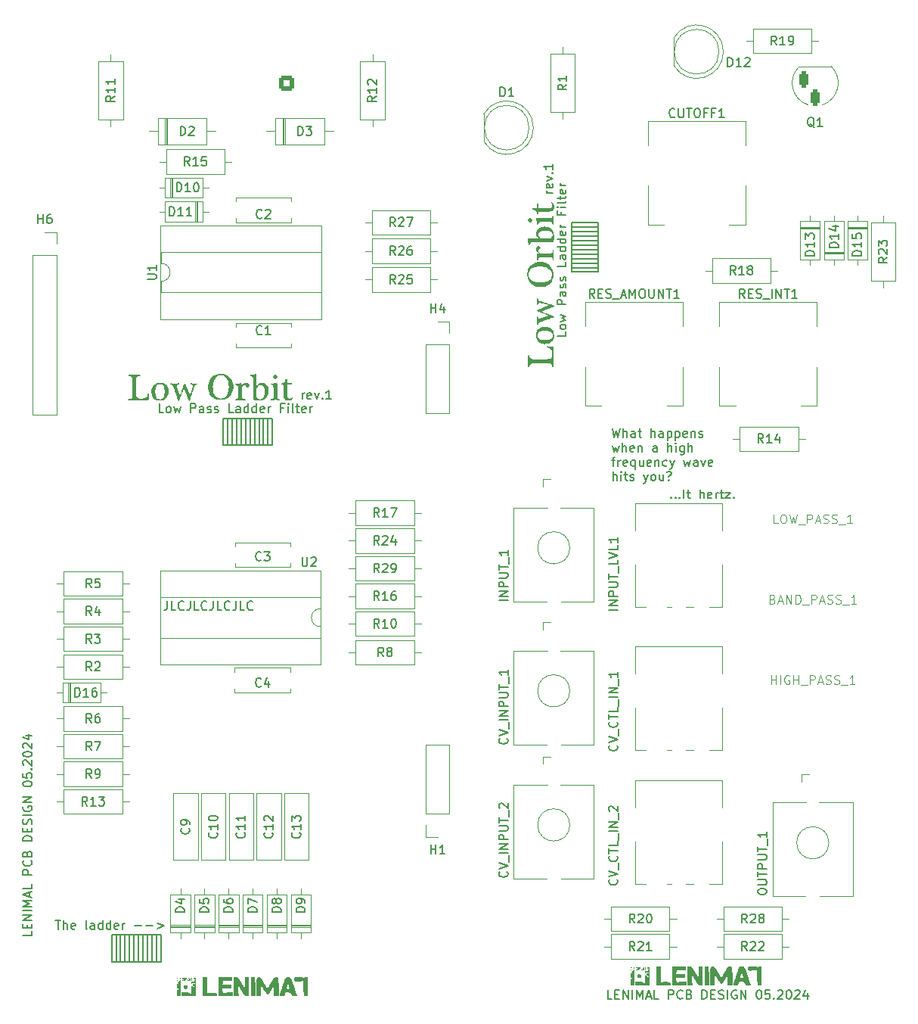
<source format=gto>
G04 #@! TF.GenerationSoftware,KiCad,Pcbnew,8.0.2-1*
G04 #@! TF.CreationDate,2024-06-17T09:55:16+02:00*
G04 #@! TF.ProjectId,low-orbit,6c6f772d-6f72-4626-9974-2e6b69636164,rev?*
G04 #@! TF.SameCoordinates,Original*
G04 #@! TF.FileFunction,Legend,Top*
G04 #@! TF.FilePolarity,Positive*
%FSLAX46Y46*%
G04 Gerber Fmt 4.6, Leading zero omitted, Abs format (unit mm)*
G04 Created by KiCad (PCBNEW 8.0.2-1) date 2024-06-17 09:55:16*
%MOMM*%
%LPD*%
G01*
G04 APERTURE LIST*
G04 Aperture macros list*
%AMRoundRect*
0 Rectangle with rounded corners*
0 $1 Rounding radius*
0 $2 $3 $4 $5 $6 $7 $8 $9 X,Y pos of 4 corners*
0 Add a 4 corners polygon primitive as box body*
4,1,4,$2,$3,$4,$5,$6,$7,$8,$9,$2,$3,0*
0 Add four circle primitives for the rounded corners*
1,1,$1+$1,$2,$3*
1,1,$1+$1,$4,$5*
1,1,$1+$1,$6,$7*
1,1,$1+$1,$8,$9*
0 Add four rect primitives between the rounded corners*
20,1,$1+$1,$2,$3,$4,$5,0*
20,1,$1+$1,$4,$5,$6,$7,0*
20,1,$1+$1,$6,$7,$8,$9,0*
20,1,$1+$1,$8,$9,$2,$3,0*%
G04 Aperture macros list end*
%ADD10C,0.150000*%
%ADD11C,0.100000*%
%ADD12C,0.120000*%
%ADD13C,0.000000*%
%ADD14R,1.600000X1.600000*%
%ADD15O,1.600000X1.600000*%
%ADD16C,1.600000*%
%ADD17C,2.850000*%
%ADD18R,1.930000X1.830000*%
%ADD19C,2.130000*%
%ADD20R,1.700000X1.700000*%
%ADD21O,1.700000X1.700000*%
%ADD22O,4.000000X4.000000*%
%ADD23R,1.800000X1.800000*%
%ADD24C,1.800000*%
%ADD25R,2.200000X2.200000*%
%ADD26O,2.200000X2.200000*%
%ADD27C,3.200000*%
%ADD28C,3.240000*%
%ADD29R,1.600000X2.400000*%
%ADD30O,1.600000X2.400000*%
%ADD31R,1.100000X1.800000*%
%ADD32RoundRect,0.275000X0.275000X0.625000X-0.275000X0.625000X-0.275000X-0.625000X0.275000X-0.625000X0*%
%ADD33R,1.200000X1.200000*%
%ADD34C,1.200000*%
%ADD35RoundRect,0.250000X0.600000X-0.600000X0.600000X0.600000X-0.600000X0.600000X-0.600000X-0.600000X0*%
%ADD36C,1.700000*%
G04 APERTURE END LIST*
D10*
X81836779Y-92369819D02*
X81836779Y-91703152D01*
X81836779Y-91893628D02*
X81884398Y-91798390D01*
X81884398Y-91798390D02*
X81932017Y-91750771D01*
X81932017Y-91750771D02*
X82027255Y-91703152D01*
X82027255Y-91703152D02*
X82122493Y-91703152D01*
X82836779Y-92322200D02*
X82741541Y-92369819D01*
X82741541Y-92369819D02*
X82551065Y-92369819D01*
X82551065Y-92369819D02*
X82455827Y-92322200D01*
X82455827Y-92322200D02*
X82408208Y-92226961D01*
X82408208Y-92226961D02*
X82408208Y-91846009D01*
X82408208Y-91846009D02*
X82455827Y-91750771D01*
X82455827Y-91750771D02*
X82551065Y-91703152D01*
X82551065Y-91703152D02*
X82741541Y-91703152D01*
X82741541Y-91703152D02*
X82836779Y-91750771D01*
X82836779Y-91750771D02*
X82884398Y-91846009D01*
X82884398Y-91846009D02*
X82884398Y-91941247D01*
X82884398Y-91941247D02*
X82408208Y-92036485D01*
X83217732Y-91703152D02*
X83455827Y-92369819D01*
X83455827Y-92369819D02*
X83693922Y-91703152D01*
X84074875Y-92274580D02*
X84122494Y-92322200D01*
X84122494Y-92322200D02*
X84074875Y-92369819D01*
X84074875Y-92369819D02*
X84027256Y-92322200D01*
X84027256Y-92322200D02*
X84074875Y-92274580D01*
X84074875Y-92274580D02*
X84074875Y-92369819D01*
X85074874Y-92369819D02*
X84503446Y-92369819D01*
X84789160Y-92369819D02*
X84789160Y-91369819D01*
X84789160Y-91369819D02*
X84693922Y-91512676D01*
X84693922Y-91512676D02*
X84598684Y-91607914D01*
X84598684Y-91607914D02*
X84503446Y-91655533D01*
X66312969Y-93869819D02*
X65836779Y-93869819D01*
X65836779Y-93869819D02*
X65836779Y-92869819D01*
X66789160Y-93869819D02*
X66693922Y-93822200D01*
X66693922Y-93822200D02*
X66646303Y-93774580D01*
X66646303Y-93774580D02*
X66598684Y-93679342D01*
X66598684Y-93679342D02*
X66598684Y-93393628D01*
X66598684Y-93393628D02*
X66646303Y-93298390D01*
X66646303Y-93298390D02*
X66693922Y-93250771D01*
X66693922Y-93250771D02*
X66789160Y-93203152D01*
X66789160Y-93203152D02*
X66932017Y-93203152D01*
X66932017Y-93203152D02*
X67027255Y-93250771D01*
X67027255Y-93250771D02*
X67074874Y-93298390D01*
X67074874Y-93298390D02*
X67122493Y-93393628D01*
X67122493Y-93393628D02*
X67122493Y-93679342D01*
X67122493Y-93679342D02*
X67074874Y-93774580D01*
X67074874Y-93774580D02*
X67027255Y-93822200D01*
X67027255Y-93822200D02*
X66932017Y-93869819D01*
X66932017Y-93869819D02*
X66789160Y-93869819D01*
X67455827Y-93203152D02*
X67646303Y-93869819D01*
X67646303Y-93869819D02*
X67836779Y-93393628D01*
X67836779Y-93393628D02*
X68027255Y-93869819D01*
X68027255Y-93869819D02*
X68217731Y-93203152D01*
X69360589Y-93869819D02*
X69360589Y-92869819D01*
X69360589Y-92869819D02*
X69741541Y-92869819D01*
X69741541Y-92869819D02*
X69836779Y-92917438D01*
X69836779Y-92917438D02*
X69884398Y-92965057D01*
X69884398Y-92965057D02*
X69932017Y-93060295D01*
X69932017Y-93060295D02*
X69932017Y-93203152D01*
X69932017Y-93203152D02*
X69884398Y-93298390D01*
X69884398Y-93298390D02*
X69836779Y-93346009D01*
X69836779Y-93346009D02*
X69741541Y-93393628D01*
X69741541Y-93393628D02*
X69360589Y-93393628D01*
X70789160Y-93869819D02*
X70789160Y-93346009D01*
X70789160Y-93346009D02*
X70741541Y-93250771D01*
X70741541Y-93250771D02*
X70646303Y-93203152D01*
X70646303Y-93203152D02*
X70455827Y-93203152D01*
X70455827Y-93203152D02*
X70360589Y-93250771D01*
X70789160Y-93822200D02*
X70693922Y-93869819D01*
X70693922Y-93869819D02*
X70455827Y-93869819D01*
X70455827Y-93869819D02*
X70360589Y-93822200D01*
X70360589Y-93822200D02*
X70312970Y-93726961D01*
X70312970Y-93726961D02*
X70312970Y-93631723D01*
X70312970Y-93631723D02*
X70360589Y-93536485D01*
X70360589Y-93536485D02*
X70455827Y-93488866D01*
X70455827Y-93488866D02*
X70693922Y-93488866D01*
X70693922Y-93488866D02*
X70789160Y-93441247D01*
X71217732Y-93822200D02*
X71312970Y-93869819D01*
X71312970Y-93869819D02*
X71503446Y-93869819D01*
X71503446Y-93869819D02*
X71598684Y-93822200D01*
X71598684Y-93822200D02*
X71646303Y-93726961D01*
X71646303Y-93726961D02*
X71646303Y-93679342D01*
X71646303Y-93679342D02*
X71598684Y-93584104D01*
X71598684Y-93584104D02*
X71503446Y-93536485D01*
X71503446Y-93536485D02*
X71360589Y-93536485D01*
X71360589Y-93536485D02*
X71265351Y-93488866D01*
X71265351Y-93488866D02*
X71217732Y-93393628D01*
X71217732Y-93393628D02*
X71217732Y-93346009D01*
X71217732Y-93346009D02*
X71265351Y-93250771D01*
X71265351Y-93250771D02*
X71360589Y-93203152D01*
X71360589Y-93203152D02*
X71503446Y-93203152D01*
X71503446Y-93203152D02*
X71598684Y-93250771D01*
X72027256Y-93822200D02*
X72122494Y-93869819D01*
X72122494Y-93869819D02*
X72312970Y-93869819D01*
X72312970Y-93869819D02*
X72408208Y-93822200D01*
X72408208Y-93822200D02*
X72455827Y-93726961D01*
X72455827Y-93726961D02*
X72455827Y-93679342D01*
X72455827Y-93679342D02*
X72408208Y-93584104D01*
X72408208Y-93584104D02*
X72312970Y-93536485D01*
X72312970Y-93536485D02*
X72170113Y-93536485D01*
X72170113Y-93536485D02*
X72074875Y-93488866D01*
X72074875Y-93488866D02*
X72027256Y-93393628D01*
X72027256Y-93393628D02*
X72027256Y-93346009D01*
X72027256Y-93346009D02*
X72074875Y-93250771D01*
X72074875Y-93250771D02*
X72170113Y-93203152D01*
X72170113Y-93203152D02*
X72312970Y-93203152D01*
X72312970Y-93203152D02*
X72408208Y-93250771D01*
X74122494Y-93869819D02*
X73646304Y-93869819D01*
X73646304Y-93869819D02*
X73646304Y-92869819D01*
X74884399Y-93869819D02*
X74884399Y-93346009D01*
X74884399Y-93346009D02*
X74836780Y-93250771D01*
X74836780Y-93250771D02*
X74741542Y-93203152D01*
X74741542Y-93203152D02*
X74551066Y-93203152D01*
X74551066Y-93203152D02*
X74455828Y-93250771D01*
X74884399Y-93822200D02*
X74789161Y-93869819D01*
X74789161Y-93869819D02*
X74551066Y-93869819D01*
X74551066Y-93869819D02*
X74455828Y-93822200D01*
X74455828Y-93822200D02*
X74408209Y-93726961D01*
X74408209Y-93726961D02*
X74408209Y-93631723D01*
X74408209Y-93631723D02*
X74455828Y-93536485D01*
X74455828Y-93536485D02*
X74551066Y-93488866D01*
X74551066Y-93488866D02*
X74789161Y-93488866D01*
X74789161Y-93488866D02*
X74884399Y-93441247D01*
X75789161Y-93869819D02*
X75789161Y-92869819D01*
X75789161Y-93822200D02*
X75693923Y-93869819D01*
X75693923Y-93869819D02*
X75503447Y-93869819D01*
X75503447Y-93869819D02*
X75408209Y-93822200D01*
X75408209Y-93822200D02*
X75360590Y-93774580D01*
X75360590Y-93774580D02*
X75312971Y-93679342D01*
X75312971Y-93679342D02*
X75312971Y-93393628D01*
X75312971Y-93393628D02*
X75360590Y-93298390D01*
X75360590Y-93298390D02*
X75408209Y-93250771D01*
X75408209Y-93250771D02*
X75503447Y-93203152D01*
X75503447Y-93203152D02*
X75693923Y-93203152D01*
X75693923Y-93203152D02*
X75789161Y-93250771D01*
X76693923Y-93869819D02*
X76693923Y-92869819D01*
X76693923Y-93822200D02*
X76598685Y-93869819D01*
X76598685Y-93869819D02*
X76408209Y-93869819D01*
X76408209Y-93869819D02*
X76312971Y-93822200D01*
X76312971Y-93822200D02*
X76265352Y-93774580D01*
X76265352Y-93774580D02*
X76217733Y-93679342D01*
X76217733Y-93679342D02*
X76217733Y-93393628D01*
X76217733Y-93393628D02*
X76265352Y-93298390D01*
X76265352Y-93298390D02*
X76312971Y-93250771D01*
X76312971Y-93250771D02*
X76408209Y-93203152D01*
X76408209Y-93203152D02*
X76598685Y-93203152D01*
X76598685Y-93203152D02*
X76693923Y-93250771D01*
X77551066Y-93822200D02*
X77455828Y-93869819D01*
X77455828Y-93869819D02*
X77265352Y-93869819D01*
X77265352Y-93869819D02*
X77170114Y-93822200D01*
X77170114Y-93822200D02*
X77122495Y-93726961D01*
X77122495Y-93726961D02*
X77122495Y-93346009D01*
X77122495Y-93346009D02*
X77170114Y-93250771D01*
X77170114Y-93250771D02*
X77265352Y-93203152D01*
X77265352Y-93203152D02*
X77455828Y-93203152D01*
X77455828Y-93203152D02*
X77551066Y-93250771D01*
X77551066Y-93250771D02*
X77598685Y-93346009D01*
X77598685Y-93346009D02*
X77598685Y-93441247D01*
X77598685Y-93441247D02*
X77122495Y-93536485D01*
X78027257Y-93869819D02*
X78027257Y-93203152D01*
X78027257Y-93393628D02*
X78074876Y-93298390D01*
X78074876Y-93298390D02*
X78122495Y-93250771D01*
X78122495Y-93250771D02*
X78217733Y-93203152D01*
X78217733Y-93203152D02*
X78312971Y-93203152D01*
X79741543Y-93346009D02*
X79408210Y-93346009D01*
X79408210Y-93869819D02*
X79408210Y-92869819D01*
X79408210Y-92869819D02*
X79884400Y-92869819D01*
X80265353Y-93869819D02*
X80265353Y-93203152D01*
X80265353Y-92869819D02*
X80217734Y-92917438D01*
X80217734Y-92917438D02*
X80265353Y-92965057D01*
X80265353Y-92965057D02*
X80312972Y-92917438D01*
X80312972Y-92917438D02*
X80265353Y-92869819D01*
X80265353Y-92869819D02*
X80265353Y-92965057D01*
X80884400Y-93869819D02*
X80789162Y-93822200D01*
X80789162Y-93822200D02*
X80741543Y-93726961D01*
X80741543Y-93726961D02*
X80741543Y-92869819D01*
X81122496Y-93203152D02*
X81503448Y-93203152D01*
X81265353Y-92869819D02*
X81265353Y-93726961D01*
X81265353Y-93726961D02*
X81312972Y-93822200D01*
X81312972Y-93822200D02*
X81408210Y-93869819D01*
X81408210Y-93869819D02*
X81503448Y-93869819D01*
X82217734Y-93822200D02*
X82122496Y-93869819D01*
X82122496Y-93869819D02*
X81932020Y-93869819D01*
X81932020Y-93869819D02*
X81836782Y-93822200D01*
X81836782Y-93822200D02*
X81789163Y-93726961D01*
X81789163Y-93726961D02*
X81789163Y-93346009D01*
X81789163Y-93346009D02*
X81836782Y-93250771D01*
X81836782Y-93250771D02*
X81932020Y-93203152D01*
X81932020Y-93203152D02*
X82122496Y-93203152D01*
X82122496Y-93203152D02*
X82217734Y-93250771D01*
X82217734Y-93250771D02*
X82265353Y-93346009D01*
X82265353Y-93346009D02*
X82265353Y-93441247D01*
X82265353Y-93441247D02*
X81789163Y-93536485D01*
X82693925Y-93869819D02*
X82693925Y-93203152D01*
X82693925Y-93393628D02*
X82741544Y-93298390D01*
X82741544Y-93298390D02*
X82789163Y-93250771D01*
X82789163Y-93250771D02*
X82884401Y-93203152D01*
X82884401Y-93203152D02*
X82979639Y-93203152D01*
G36*
X62812735Y-90277892D02*
G01*
X62806724Y-90130659D01*
X62797348Y-90056608D01*
X62747919Y-89916953D01*
X62740195Y-89905666D01*
X62618562Y-89816273D01*
X62470459Y-89786735D01*
X62407536Y-89784766D01*
X62369434Y-89759120D01*
X62356245Y-89704898D01*
X62368702Y-89652875D01*
X62406803Y-89629427D01*
X62559820Y-89629427D01*
X62712351Y-89629427D01*
X62868950Y-89629427D01*
X63015890Y-89629427D01*
X63034752Y-89629427D01*
X63184969Y-89629427D01*
X63199616Y-89629427D01*
X63350558Y-89629427D01*
X63499302Y-89629427D01*
X63646323Y-89629427D01*
X63662700Y-89629427D01*
X63697871Y-89652875D01*
X63706664Y-89704898D01*
X63692009Y-89759120D01*
X63658304Y-89784766D01*
X63506640Y-89796441D01*
X63445080Y-89811877D01*
X63321249Y-89896140D01*
X63267968Y-90034128D01*
X63266294Y-90045617D01*
X63255054Y-90196459D01*
X63253838Y-90280823D01*
X63253838Y-91747013D01*
X63258703Y-91898081D01*
X63266294Y-91971960D01*
X63308970Y-92115830D01*
X63313189Y-92123635D01*
X63406978Y-92218157D01*
X63545309Y-92273627D01*
X63556454Y-92276775D01*
X63689811Y-92296559D01*
X63840118Y-92302415D01*
X63845150Y-92302421D01*
X63997384Y-92297502D01*
X64037124Y-92294361D01*
X64173412Y-92268715D01*
X64312172Y-92209897D01*
X64319958Y-92205701D01*
X64424738Y-92117041D01*
X64493325Y-91985811D01*
X64495080Y-91980753D01*
X64530663Y-91833200D01*
X64539776Y-91772658D01*
X64569085Y-91739685D01*
X64624773Y-91730893D01*
X64676796Y-91743349D01*
X64696580Y-91777055D01*
X64678829Y-91925939D01*
X64661677Y-92075808D01*
X64658478Y-92104584D01*
X64645839Y-92258824D01*
X64641642Y-92406750D01*
X64641625Y-92416727D01*
X64624773Y-92461423D01*
X64544905Y-92490000D01*
X63017166Y-92490000D01*
X62866030Y-92490000D01*
X62710852Y-92490000D01*
X62701360Y-92490000D01*
X62550968Y-92490000D01*
X62403140Y-92490000D01*
X62358443Y-92469483D01*
X62343789Y-92423321D01*
X62358443Y-92375694D01*
X62403872Y-92347850D01*
X62554890Y-92325100D01*
X62616364Y-92312679D01*
X62740195Y-92254061D01*
X62797348Y-92136824D01*
X62811773Y-91986798D01*
X62812735Y-91921402D01*
X62812735Y-90282288D01*
X62812735Y-90277892D01*
G37*
G36*
X66070126Y-90529390D02*
G01*
X66222273Y-90559333D01*
X66299790Y-90584173D01*
X66433500Y-90644804D01*
X66559644Y-90731198D01*
X66600209Y-90767355D01*
X66699966Y-90883441D01*
X66773760Y-91010825D01*
X66797313Y-91064842D01*
X66841070Y-91205458D01*
X66864632Y-91361323D01*
X66869120Y-91473705D01*
X66862108Y-91629109D01*
X66838195Y-91786665D01*
X66797313Y-91930195D01*
X66735351Y-92069814D01*
X66648692Y-92201301D01*
X66593614Y-92263586D01*
X66477746Y-92362367D01*
X66344464Y-92439622D01*
X66277076Y-92468018D01*
X66132717Y-92509989D01*
X65976611Y-92532589D01*
X65866015Y-92536894D01*
X65710584Y-92526131D01*
X65564586Y-92493843D01*
X65500383Y-92471681D01*
X65362399Y-92402559D01*
X65242085Y-92309313D01*
X65210956Y-92278241D01*
X65120352Y-92162335D01*
X65046195Y-92024179D01*
X65017515Y-91952909D01*
X64977050Y-91809679D01*
X64953381Y-91649998D01*
X64948099Y-91528660D01*
X65387543Y-91528660D01*
X65393333Y-91683732D01*
X65408060Y-91824682D01*
X65438651Y-91969030D01*
X65487927Y-92098722D01*
X65567783Y-92223169D01*
X65649127Y-92301688D01*
X65782976Y-92366269D01*
X65911444Y-92381556D01*
X66059638Y-92362505D01*
X66175959Y-92305352D01*
X66280278Y-92198586D01*
X66333496Y-92106782D01*
X66383260Y-91967877D01*
X66408967Y-91830544D01*
X66423255Y-91675938D01*
X66428018Y-91519867D01*
X66423349Y-91371361D01*
X66408076Y-91217213D01*
X66406769Y-91207725D01*
X66375250Y-91056083D01*
X66331297Y-90938080D01*
X66251927Y-90813654D01*
X66180355Y-90747571D01*
X66046385Y-90687615D01*
X65932693Y-90675764D01*
X65781018Y-90693715D01*
X65660118Y-90747571D01*
X65551191Y-90849891D01*
X65494521Y-90939546D01*
X65440451Y-91076323D01*
X65410258Y-91212121D01*
X65393222Y-91367093D01*
X65387565Y-91518369D01*
X65387543Y-91528660D01*
X64948099Y-91528660D01*
X64946441Y-91490558D01*
X64956435Y-91334487D01*
X64986420Y-91188307D01*
X65017515Y-91096350D01*
X65085049Y-90959319D01*
X65170965Y-90839943D01*
X65216817Y-90790802D01*
X65338974Y-90690905D01*
X65470238Y-90616729D01*
X65525296Y-90592965D01*
X65665671Y-90548761D01*
X65815319Y-90524959D01*
X65920237Y-90520425D01*
X66070126Y-90529390D01*
G37*
G36*
X68742707Y-90616413D02*
G01*
X68801481Y-90754187D01*
X68859835Y-90891821D01*
X68917768Y-91029315D01*
X68975280Y-91166669D01*
X69007955Y-91245094D01*
X69065191Y-91382402D01*
X69122779Y-91519921D01*
X69180716Y-91657651D01*
X69239005Y-91795590D01*
X69272470Y-91874508D01*
X69299581Y-91899420D01*
X69328157Y-91874508D01*
X69370790Y-91733801D01*
X69413554Y-91582990D01*
X69451988Y-91436336D01*
X69487479Y-91291240D01*
X69521412Y-91145105D01*
X69550907Y-91011353D01*
X69567759Y-90889720D01*
X69516468Y-90765889D01*
X69374759Y-90724449D01*
X69354535Y-90721193D01*
X69311304Y-90696280D01*
X69298848Y-90653782D01*
X69314235Y-90609818D01*
X69354535Y-90590767D01*
X69504086Y-90597923D01*
X69542114Y-90602491D01*
X69691018Y-90614031D01*
X69712107Y-90614214D01*
X69864078Y-90605868D01*
X69893824Y-90602491D01*
X70041600Y-90590813D01*
X70049162Y-90590767D01*
X70085799Y-90609818D01*
X70096057Y-90653049D01*
X70085799Y-90698478D01*
X70058688Y-90718995D01*
X69916538Y-90758562D01*
X69819085Y-90843558D01*
X69750942Y-90967390D01*
X69701397Y-91110229D01*
X69698185Y-91120530D01*
X69644959Y-91299877D01*
X69590795Y-91478880D01*
X69535691Y-91657540D01*
X69479649Y-91835856D01*
X69422668Y-92013829D01*
X69364748Y-92191458D01*
X69305889Y-92368744D01*
X69246092Y-92545687D01*
X69192602Y-92572798D01*
X69140579Y-92550083D01*
X69086548Y-92404755D01*
X69032166Y-92259848D01*
X68977434Y-92115362D01*
X68922352Y-91971296D01*
X68890718Y-91889162D01*
X68833822Y-91744530D01*
X68774051Y-91597865D01*
X68711405Y-91449166D01*
X68645884Y-91298434D01*
X68607152Y-91211388D01*
X68581507Y-91190872D01*
X68556594Y-91211388D01*
X68501124Y-91356262D01*
X68447921Y-91494130D01*
X68413712Y-91582149D01*
X68360029Y-91720119D01*
X68304651Y-91864375D01*
X68285484Y-91914808D01*
X68232691Y-92053874D01*
X68180739Y-92191539D01*
X68166050Y-92230614D01*
X68115119Y-92368218D01*
X68063628Y-92509188D01*
X68048813Y-92550083D01*
X67994591Y-92577194D01*
X67939637Y-92550083D01*
X67891182Y-92411306D01*
X67835108Y-92250050D01*
X67779524Y-92089495D01*
X67724431Y-91929641D01*
X67685380Y-91815889D01*
X67631730Y-91656742D01*
X67579131Y-91497945D01*
X67527585Y-91339499D01*
X67477090Y-91181404D01*
X67448709Y-91091221D01*
X67398083Y-90952600D01*
X67384228Y-90921960D01*
X67314619Y-90814982D01*
X67226692Y-90752700D01*
X67108722Y-90718995D01*
X67079413Y-90694082D01*
X67071353Y-90653049D01*
X67079413Y-90609818D01*
X67108722Y-90590767D01*
X67256227Y-90596308D01*
X67324877Y-90602491D01*
X67475144Y-90612829D01*
X67557885Y-90614214D01*
X67707350Y-90609635D01*
X67794556Y-90602491D01*
X67946806Y-90592152D01*
X68027564Y-90590767D01*
X68060537Y-90609085D01*
X68075191Y-90650118D01*
X68064933Y-90692616D01*
X68027564Y-90716796D01*
X67885094Y-90752517D01*
X67855373Y-90769553D01*
X67805547Y-90870669D01*
X67813607Y-90944675D01*
X67834856Y-91031137D01*
X67875936Y-91177366D01*
X67918574Y-91321864D01*
X67958688Y-91451723D01*
X68004214Y-91593364D01*
X68051126Y-91735177D01*
X68094975Y-91864249D01*
X68124284Y-91889162D01*
X68157990Y-91867913D01*
X68219150Y-91704160D01*
X68280264Y-91542627D01*
X68341332Y-91383316D01*
X68402355Y-91226226D01*
X68463331Y-91071357D01*
X68524262Y-90918709D01*
X68585148Y-90768282D01*
X68645987Y-90620076D01*
X68692149Y-90590767D01*
X68742707Y-90616413D01*
G37*
G36*
X72884593Y-89542004D02*
G01*
X73045766Y-89564383D01*
X73198942Y-89602874D01*
X73296615Y-89637487D01*
X73435191Y-89701559D01*
X73562407Y-89779193D01*
X73678262Y-89870390D01*
X73737718Y-89926915D01*
X73835445Y-90038218D01*
X73920073Y-90161923D01*
X73991602Y-90298033D01*
X74025680Y-90379009D01*
X74075622Y-90532551D01*
X74106294Y-90677013D01*
X74124051Y-90828985D01*
X74128995Y-90968122D01*
X74123665Y-91122416D01*
X74107677Y-91268575D01*
X74076353Y-91425654D01*
X74031107Y-91572108D01*
X74017620Y-91607062D01*
X73948654Y-91755607D01*
X73867053Y-91890473D01*
X73772816Y-92011661D01*
X73715003Y-92073077D01*
X73602271Y-92172523D01*
X73479222Y-92257364D01*
X73345856Y-92327599D01*
X73267306Y-92360307D01*
X73120796Y-92407415D01*
X72968954Y-92439106D01*
X72811779Y-92455380D01*
X72722156Y-92457759D01*
X72561917Y-92451978D01*
X72410563Y-92434633D01*
X72233864Y-92396690D01*
X72071046Y-92340680D01*
X71922111Y-92266602D01*
X71787057Y-92174457D01*
X71689009Y-92087732D01*
X71581353Y-91962942D01*
X71491945Y-91820300D01*
X71420783Y-91659804D01*
X71376991Y-91518554D01*
X71344877Y-91365877D01*
X71324440Y-91201775D01*
X71315682Y-91026246D01*
X71315452Y-90997431D01*
X71831158Y-90997431D01*
X71835380Y-91153852D01*
X71848045Y-91307124D01*
X71869154Y-91457247D01*
X71874389Y-91486894D01*
X71911210Y-91642939D01*
X71962230Y-91785650D01*
X72020935Y-91903817D01*
X72108312Y-92028667D01*
X72215474Y-92133939D01*
X72297906Y-92193244D01*
X72441681Y-92259774D01*
X72596285Y-92293785D01*
X72739009Y-92302421D01*
X72890271Y-92287068D01*
X73038325Y-92235785D01*
X73111235Y-92193244D01*
X73225575Y-92101024D01*
X73325695Y-91989225D01*
X73384542Y-91903817D01*
X73455209Y-91773487D01*
X73513062Y-91630343D01*
X73554535Y-91489092D01*
X73585447Y-91340686D01*
X73604911Y-91188559D01*
X73612925Y-91032711D01*
X73613154Y-91001095D01*
X73608717Y-90848539D01*
X73595408Y-90697700D01*
X73573226Y-90548578D01*
X73567725Y-90518960D01*
X73534065Y-90376264D01*
X73483816Y-90231364D01*
X73419713Y-90099106D01*
X73332542Y-89971268D01*
X73225998Y-89863626D01*
X73144207Y-89803084D01*
X73004039Y-89734768D01*
X72856180Y-89699844D01*
X72721423Y-89690976D01*
X72569511Y-89704483D01*
X72420378Y-89750027D01*
X72319888Y-89805282D01*
X72201151Y-89900354D01*
X72099932Y-90015209D01*
X72042184Y-90102770D01*
X71974713Y-90235186D01*
X71920402Y-90379550D01*
X71882449Y-90521158D01*
X71855401Y-90668419D01*
X71838371Y-90817112D01*
X71831358Y-90967235D01*
X71831158Y-90997431D01*
X71315452Y-90997431D01*
X71315317Y-90980579D01*
X71321866Y-90825149D01*
X71341512Y-90676130D01*
X71379270Y-90516148D01*
X71420097Y-90397327D01*
X71485882Y-90253270D01*
X71564533Y-90121154D01*
X71656052Y-90000977D01*
X71712456Y-89939371D01*
X71823353Y-89838521D01*
X71945841Y-89751117D01*
X72079922Y-89677161D01*
X72159420Y-89641884D01*
X72310380Y-89590525D01*
X72469802Y-89555974D01*
X72618615Y-89539373D01*
X72734612Y-89535638D01*
X72884593Y-89542004D01*
G37*
G36*
X75072749Y-91984417D02*
G01*
X75077102Y-92132917D01*
X75079344Y-92161004D01*
X75124773Y-92278241D01*
X75247871Y-92349316D01*
X75398052Y-92377683D01*
X75489672Y-92386685D01*
X75528506Y-92410132D01*
X75541695Y-92454096D01*
X75529239Y-92494396D01*
X75491137Y-92513447D01*
X75339628Y-92510642D01*
X75186396Y-92500567D01*
X75168736Y-92498792D01*
X75015825Y-92486943D01*
X74902023Y-92484138D01*
X74750220Y-92488774D01*
X74633112Y-92498792D01*
X74482390Y-92510642D01*
X74364200Y-92513447D01*
X74333426Y-92494396D01*
X74322435Y-92454096D01*
X74333426Y-92410132D01*
X74367131Y-92385952D01*
X74514593Y-92354616D01*
X74529797Y-92348583D01*
X74613328Y-92278974D01*
X74644836Y-92169064D01*
X74650674Y-92018454D01*
X74650697Y-92006399D01*
X74650697Y-91388709D01*
X74650697Y-91235092D01*
X74650697Y-91085203D01*
X74650697Y-91061912D01*
X74634211Y-90911885D01*
X74621388Y-90875799D01*
X74531263Y-90789337D01*
X74387087Y-90762248D01*
X74360537Y-90760027D01*
X74331960Y-90738778D01*
X74322435Y-90695547D01*
X74332693Y-90653782D01*
X74367864Y-90632533D01*
X74520197Y-90625110D01*
X74597941Y-90624473D01*
X74746685Y-90614031D01*
X74898360Y-90582707D01*
X74992882Y-90578311D01*
X75025854Y-90637662D01*
X75025854Y-90910237D01*
X75029518Y-90920495D01*
X75041974Y-90914633D01*
X75117918Y-90780746D01*
X75213768Y-90663338D01*
X75251535Y-90628136D01*
X75386506Y-90550824D01*
X75532914Y-90522108D01*
X75583461Y-90520425D01*
X75731838Y-90543323D01*
X75835519Y-90612016D01*
X75905415Y-90742247D01*
X75916852Y-90835498D01*
X75863363Y-90968122D01*
X75729103Y-91026952D01*
X75710956Y-91027473D01*
X75578332Y-90981311D01*
X75541695Y-90880928D01*
X75518981Y-90788604D01*
X75420795Y-90754898D01*
X75281957Y-90804409D01*
X75277913Y-90807655D01*
X75176814Y-90917594D01*
X75168004Y-90930753D01*
X75102513Y-91063788D01*
X75097662Y-91078032D01*
X75072749Y-91195268D01*
X75072749Y-91984417D01*
G37*
G36*
X76722854Y-89579602D02*
G01*
X76743370Y-89627962D01*
X76743370Y-90852351D01*
X76747034Y-90861144D01*
X76760223Y-90852351D01*
X76855478Y-90731268D01*
X76975390Y-90629398D01*
X76984438Y-90623007D01*
X77125348Y-90552883D01*
X77280053Y-90522930D01*
X77345673Y-90520425D01*
X77492834Y-90535432D01*
X77632764Y-90584816D01*
X77658548Y-90598827D01*
X77783845Y-90689685D01*
X77887159Y-90805457D01*
X77964418Y-90934686D01*
X78018514Y-91071569D01*
X78027843Y-91102944D01*
X78060401Y-91253291D01*
X78074726Y-91408126D01*
X78075471Y-91453189D01*
X78068631Y-91604013D01*
X78044989Y-91758001D01*
X77999479Y-91910858D01*
X77989009Y-91936789D01*
X77922797Y-92068851D01*
X77833976Y-92193564D01*
X77756001Y-92273845D01*
X77639051Y-92363833D01*
X77509117Y-92434862D01*
X77415282Y-92471681D01*
X77267214Y-92511420D01*
X77113169Y-92532818D01*
X77007152Y-92536894D01*
X76854562Y-92532681D01*
X76701859Y-92521078D01*
X76691346Y-92520041D01*
X76537574Y-92496179D01*
X76383482Y-92457696D01*
X76321318Y-92438709D01*
X76321318Y-91203328D01*
X76743370Y-91203328D01*
X76743370Y-92089930D01*
X76771946Y-92166133D01*
X76851081Y-92263586D01*
X76974180Y-92345652D01*
X77121054Y-92381415D01*
X77131716Y-92381556D01*
X77281871Y-92359531D01*
X77377180Y-92311946D01*
X77483884Y-92204556D01*
X77532519Y-92121437D01*
X77583317Y-91983626D01*
X77611653Y-91845198D01*
X77627957Y-91694814D01*
X77634168Y-91548354D01*
X77634368Y-91516203D01*
X77629612Y-91364318D01*
X77617515Y-91239232D01*
X77586775Y-91090625D01*
X77558164Y-91013551D01*
X77474633Y-90890041D01*
X77437997Y-90858946D01*
X77294290Y-90805365D01*
X77234298Y-90801793D01*
X77089223Y-90823748D01*
X77037194Y-90844291D01*
X76911578Y-90920283D01*
X76881856Y-90945408D01*
X76787127Y-91063212D01*
X76780006Y-91076566D01*
X76743370Y-91203328D01*
X76321318Y-91203328D01*
X76321318Y-90353363D01*
X76321318Y-90198621D01*
X76321318Y-90061004D01*
X76302018Y-89912376D01*
X76294207Y-89893210D01*
X76207745Y-89814075D01*
X76059977Y-89782782D01*
X76039951Y-89780369D01*
X76008443Y-89759120D01*
X75995987Y-89716622D01*
X76004047Y-89674124D01*
X76039951Y-89652875D01*
X76188509Y-89647542D01*
X76319120Y-89636022D01*
X76468260Y-89613782D01*
X76620297Y-89578663D01*
X76640788Y-89573007D01*
X76722854Y-89579602D01*
G37*
G36*
X79032414Y-91960237D02*
G01*
X79032414Y-92108961D01*
X79032414Y-92136824D01*
X79055129Y-92254061D01*
X79127669Y-92325868D01*
X79266887Y-92363237D01*
X79302058Y-92386685D01*
X79313782Y-92430648D01*
X79301325Y-92470949D01*
X79264689Y-92490000D01*
X79114440Y-92480325D01*
X79071249Y-92475345D01*
X78921154Y-92462751D01*
X78829448Y-92460690D01*
X78675152Y-92465857D01*
X78572260Y-92475345D01*
X78419647Y-92487939D01*
X78331926Y-92490000D01*
X78296022Y-92470949D01*
X78282100Y-92430648D01*
X78294556Y-92386685D01*
X78331193Y-92363237D01*
X78477812Y-92333349D01*
X78497522Y-92325868D01*
X78583251Y-92256259D01*
X78610362Y-92147083D01*
X78610362Y-91996472D01*
X78610362Y-91984417D01*
X78610362Y-91306643D01*
X78608591Y-91152587D01*
X78602302Y-91015750D01*
X78574617Y-90868357D01*
X78566399Y-90849420D01*
X78482135Y-90771751D01*
X78336420Y-90738833D01*
X78330460Y-90738046D01*
X78293824Y-90716796D01*
X78282100Y-90675031D01*
X78295289Y-90632533D01*
X78333391Y-90611284D01*
X78437438Y-90611284D01*
X78567864Y-90604689D01*
X78706350Y-90585638D01*
X78832379Y-90559993D01*
X78906385Y-90538743D01*
X78951081Y-90527020D01*
X79017027Y-90556329D01*
X79032414Y-90611284D01*
X79032414Y-91960237D01*
G37*
G36*
X78814061Y-90098374D02*
G01*
X78671218Y-90057676D01*
X78637473Y-90031695D01*
X78566070Y-89902060D01*
X78563468Y-89866099D01*
X78609421Y-89725189D01*
X78633077Y-89698304D01*
X78768666Y-89631849D01*
X78806001Y-89629427D01*
X78947887Y-89680026D01*
X78968667Y-89700502D01*
X79030173Y-89834379D01*
X79032414Y-89870495D01*
X78988075Y-90010178D01*
X78970132Y-90031695D01*
X78837176Y-90097332D01*
X78814061Y-90098374D01*
G37*
G36*
X80137369Y-91837138D02*
G01*
X80143776Y-91985391D01*
X80170463Y-92132251D01*
X80191591Y-92188115D01*
X80301571Y-92288914D01*
X80390160Y-92302421D01*
X80540301Y-92284532D01*
X80579937Y-92273112D01*
X80713939Y-92211467D01*
X80716957Y-92209364D01*
X80746266Y-92207166D01*
X80775575Y-92229148D01*
X80794626Y-92261388D01*
X80793161Y-92291430D01*
X80701020Y-92405553D01*
X80584333Y-92481207D01*
X80435684Y-92524658D01*
X80283914Y-92536894D01*
X80136091Y-92526635D01*
X79991624Y-92486233D01*
X79879448Y-92407201D01*
X79803542Y-92277519D01*
X79769539Y-92129818D01*
X79762212Y-92000537D01*
X79762212Y-90905840D01*
X79757815Y-90825240D01*
X79732903Y-90782742D01*
X79663293Y-90769553D01*
X79527006Y-90769553D01*
X79505757Y-90745373D01*
X79495498Y-90692616D01*
X79501360Y-90639127D01*
X79527006Y-90614214D01*
X79673646Y-90598736D01*
X79702128Y-90590767D01*
X79825959Y-90516029D01*
X79903454Y-90388302D01*
X79907292Y-90377543D01*
X79944758Y-90232054D01*
X79958583Y-90149665D01*
X79990823Y-90110830D01*
X80052372Y-90098374D01*
X80110258Y-90109364D01*
X80137369Y-90136475D01*
X80137369Y-90494047D01*
X80143963Y-90571716D01*
X80198185Y-90581974D01*
X80652477Y-90581974D01*
X80691311Y-90615680D01*
X80700104Y-90673565D01*
X80689113Y-90734382D01*
X80643684Y-90769553D01*
X80176936Y-90769553D01*
X80141032Y-90784940D01*
X80137369Y-90892651D01*
X80137369Y-91837138D01*
G37*
X77000000Y-97500000D02*
X77000000Y-94500000D01*
X74000000Y-97500000D02*
X74000000Y-94500000D01*
X74500000Y-97500000D02*
X74500000Y-94500000D01*
X76000000Y-97500000D02*
X76000000Y-94500000D01*
X77500000Y-97500000D02*
X77500000Y-94500000D01*
X75000000Y-97500000D02*
X75000000Y-94500000D01*
X78000000Y-97500000D02*
X78000000Y-94500000D01*
X73000000Y-94500000D02*
X78500000Y-94500000D01*
X78500000Y-97500000D01*
X73000000Y-97500000D01*
X73000000Y-94500000D01*
X73500000Y-97500000D02*
X73500000Y-94500000D01*
X75500000Y-97500000D02*
X75500000Y-94500000D01*
X76500000Y-97500000D02*
X76500000Y-94500000D01*
X115000000Y-74650000D02*
X112000000Y-74650000D01*
X65000000Y-155300000D02*
X65000000Y-152300000D01*
X115000000Y-75650000D02*
X112000000Y-75650000D01*
X62000000Y-155300000D02*
X62000000Y-152300000D01*
X64000000Y-155300000D02*
X64000000Y-152300000D01*
X115000000Y-77650000D02*
X112000000Y-77650000D01*
X63000000Y-155300000D02*
X63000000Y-152300000D01*
X112000000Y-72650000D02*
X115000000Y-72650000D01*
X115000000Y-78150000D01*
X112000000Y-78150000D01*
X112000000Y-72650000D01*
X115000000Y-73150000D02*
X112000000Y-73150000D01*
X62500000Y-155300000D02*
X62500000Y-152300000D01*
X115000000Y-76150000D02*
X112000000Y-76150000D01*
X115000000Y-73650000D02*
X112000000Y-73650000D01*
X63500000Y-155300000D02*
X63500000Y-152300000D01*
X115000000Y-75150000D02*
X112000000Y-75150000D01*
X61500000Y-155300000D02*
X61500000Y-152300000D01*
X61000000Y-155300000D02*
X61000000Y-152300000D01*
X65500000Y-155300000D02*
X65500000Y-152300000D01*
X115000000Y-76650000D02*
X112000000Y-76650000D01*
X115000000Y-77150000D02*
X112000000Y-77150000D01*
X115000000Y-74150000D02*
X112000000Y-74150000D01*
X60500000Y-152300000D02*
X66000000Y-152300000D01*
X66000000Y-155300000D01*
X60500000Y-155300000D01*
X60500000Y-152300000D01*
X64500000Y-155300000D02*
X64500000Y-152300000D01*
G36*
X107777892Y-88337264D02*
G01*
X107630659Y-88343275D01*
X107556608Y-88352651D01*
X107416953Y-88402080D01*
X107405666Y-88409804D01*
X107316273Y-88531437D01*
X107286735Y-88679540D01*
X107284766Y-88742463D01*
X107259120Y-88780565D01*
X107204898Y-88793754D01*
X107152875Y-88781297D01*
X107129427Y-88743196D01*
X107129427Y-88590179D01*
X107129427Y-88437648D01*
X107129427Y-88281049D01*
X107129427Y-88134109D01*
X107129427Y-88115247D01*
X107129427Y-87965030D01*
X107129427Y-87950383D01*
X107129427Y-87799441D01*
X107129427Y-87650697D01*
X107129427Y-87503676D01*
X107129427Y-87487299D01*
X107152875Y-87452128D01*
X107204898Y-87443335D01*
X107259120Y-87457990D01*
X107284766Y-87491695D01*
X107296441Y-87643359D01*
X107311877Y-87704919D01*
X107396140Y-87828750D01*
X107534128Y-87882031D01*
X107545617Y-87883705D01*
X107696459Y-87894945D01*
X107780823Y-87896161D01*
X109247013Y-87896161D01*
X109398081Y-87891296D01*
X109471960Y-87883705D01*
X109615830Y-87841029D01*
X109623635Y-87836810D01*
X109718157Y-87743021D01*
X109773627Y-87604690D01*
X109776775Y-87593545D01*
X109796559Y-87460188D01*
X109802415Y-87309881D01*
X109802421Y-87304849D01*
X109797502Y-87152615D01*
X109794361Y-87112875D01*
X109768715Y-86976587D01*
X109709897Y-86837827D01*
X109705701Y-86830041D01*
X109617041Y-86725261D01*
X109485811Y-86656674D01*
X109480753Y-86654919D01*
X109333200Y-86619336D01*
X109272658Y-86610223D01*
X109239685Y-86580914D01*
X109230893Y-86525226D01*
X109243349Y-86473203D01*
X109277055Y-86453419D01*
X109425939Y-86471170D01*
X109575808Y-86488322D01*
X109604584Y-86491521D01*
X109758824Y-86504160D01*
X109906750Y-86508357D01*
X109916727Y-86508374D01*
X109961423Y-86525226D01*
X109990000Y-86605094D01*
X109990000Y-88132833D01*
X109990000Y-88283969D01*
X109990000Y-88439147D01*
X109990000Y-88448639D01*
X109990000Y-88599031D01*
X109990000Y-88746859D01*
X109969483Y-88791556D01*
X109923321Y-88806210D01*
X109875694Y-88791556D01*
X109847850Y-88746127D01*
X109825100Y-88595109D01*
X109812679Y-88533635D01*
X109754061Y-88409804D01*
X109636824Y-88352651D01*
X109486798Y-88338226D01*
X109421402Y-88337264D01*
X107782288Y-88337264D01*
X107777892Y-88337264D01*
G37*
G36*
X109129109Y-84287891D02*
G01*
X109286665Y-84311804D01*
X109430195Y-84352686D01*
X109569814Y-84414648D01*
X109701301Y-84501307D01*
X109763586Y-84556385D01*
X109862367Y-84672253D01*
X109939622Y-84805535D01*
X109968018Y-84872923D01*
X110009989Y-85017282D01*
X110032589Y-85173388D01*
X110036894Y-85283984D01*
X110026131Y-85439415D01*
X109993843Y-85585413D01*
X109971681Y-85649616D01*
X109902559Y-85787600D01*
X109809313Y-85907914D01*
X109778241Y-85939043D01*
X109662335Y-86029647D01*
X109524179Y-86103804D01*
X109452909Y-86132484D01*
X109309679Y-86172949D01*
X109149998Y-86196618D01*
X108990558Y-86203558D01*
X108834487Y-86193564D01*
X108688307Y-86163579D01*
X108596350Y-86132484D01*
X108459319Y-86064950D01*
X108339943Y-85979034D01*
X108290802Y-85933182D01*
X108190905Y-85811025D01*
X108116729Y-85679761D01*
X108092965Y-85624703D01*
X108048761Y-85484328D01*
X108024959Y-85334680D01*
X108020425Y-85229762D01*
X108021170Y-85217306D01*
X108175764Y-85217306D01*
X108193715Y-85368981D01*
X108247571Y-85489881D01*
X108349891Y-85598808D01*
X108439546Y-85655478D01*
X108576323Y-85709548D01*
X108712121Y-85739741D01*
X108867093Y-85756777D01*
X109018369Y-85762434D01*
X109028660Y-85762456D01*
X109183732Y-85756666D01*
X109324682Y-85741939D01*
X109469030Y-85711348D01*
X109598722Y-85662072D01*
X109723169Y-85582216D01*
X109801688Y-85500872D01*
X109866269Y-85367023D01*
X109881556Y-85238555D01*
X109862505Y-85090361D01*
X109805352Y-84974040D01*
X109698586Y-84869721D01*
X109606782Y-84816503D01*
X109467877Y-84766739D01*
X109330544Y-84741032D01*
X109175938Y-84726744D01*
X109019867Y-84721981D01*
X108871361Y-84726650D01*
X108717213Y-84741923D01*
X108707725Y-84743230D01*
X108556083Y-84774749D01*
X108438080Y-84818702D01*
X108313654Y-84898072D01*
X108247571Y-84969644D01*
X108187615Y-85103614D01*
X108175764Y-85217306D01*
X108021170Y-85217306D01*
X108029390Y-85079873D01*
X108059333Y-84927726D01*
X108084173Y-84850209D01*
X108144804Y-84716499D01*
X108231198Y-84590355D01*
X108267355Y-84549790D01*
X108383441Y-84450033D01*
X108510825Y-84376239D01*
X108564842Y-84352686D01*
X108705458Y-84308929D01*
X108861323Y-84285367D01*
X108973705Y-84280879D01*
X109129109Y-84287891D01*
G37*
G36*
X108116413Y-82407292D02*
G01*
X108254187Y-82348518D01*
X108391821Y-82290164D01*
X108529315Y-82232231D01*
X108666669Y-82174719D01*
X108745094Y-82142044D01*
X108882402Y-82084808D01*
X109019921Y-82027220D01*
X109157651Y-81969283D01*
X109295590Y-81910994D01*
X109374508Y-81877529D01*
X109399420Y-81850418D01*
X109374508Y-81821842D01*
X109233801Y-81779209D01*
X109082990Y-81736445D01*
X108936336Y-81698011D01*
X108791240Y-81662520D01*
X108645105Y-81628587D01*
X108511353Y-81599092D01*
X108389720Y-81582240D01*
X108265889Y-81633531D01*
X108224449Y-81775240D01*
X108221193Y-81795464D01*
X108196280Y-81838695D01*
X108153782Y-81851151D01*
X108109818Y-81835764D01*
X108090767Y-81795464D01*
X108097923Y-81645913D01*
X108102491Y-81607885D01*
X108114031Y-81458981D01*
X108114214Y-81437892D01*
X108105868Y-81285921D01*
X108102491Y-81256175D01*
X108090813Y-81108399D01*
X108090767Y-81100837D01*
X108109818Y-81064200D01*
X108153049Y-81053942D01*
X108198478Y-81064200D01*
X108218995Y-81091311D01*
X108258562Y-81233461D01*
X108343558Y-81330914D01*
X108467390Y-81399057D01*
X108610229Y-81448602D01*
X108620530Y-81451814D01*
X108799877Y-81505040D01*
X108978880Y-81559204D01*
X109157540Y-81614308D01*
X109335856Y-81670350D01*
X109513829Y-81727331D01*
X109691458Y-81785251D01*
X109868744Y-81844110D01*
X110045687Y-81903907D01*
X110072798Y-81957397D01*
X110050083Y-82009420D01*
X109904755Y-82063451D01*
X109759848Y-82117833D01*
X109615362Y-82172565D01*
X109471296Y-82227647D01*
X109389162Y-82259281D01*
X109244530Y-82316177D01*
X109097865Y-82375948D01*
X108949166Y-82438594D01*
X108798434Y-82504115D01*
X108711388Y-82542847D01*
X108690872Y-82568492D01*
X108711388Y-82593405D01*
X108856262Y-82648875D01*
X108994130Y-82702078D01*
X109082149Y-82736287D01*
X109220119Y-82789970D01*
X109364375Y-82845348D01*
X109414808Y-82864515D01*
X109553874Y-82917308D01*
X109691539Y-82969260D01*
X109730614Y-82983949D01*
X109868218Y-83034880D01*
X110009188Y-83086371D01*
X110050083Y-83101186D01*
X110077194Y-83155408D01*
X110050083Y-83210362D01*
X109911306Y-83258817D01*
X109750050Y-83314891D01*
X109589495Y-83370475D01*
X109429641Y-83425568D01*
X109315889Y-83464619D01*
X109156742Y-83518269D01*
X108997945Y-83570868D01*
X108839499Y-83622414D01*
X108681404Y-83672909D01*
X108591221Y-83701290D01*
X108452600Y-83751916D01*
X108421960Y-83765771D01*
X108314982Y-83835380D01*
X108252700Y-83923307D01*
X108218995Y-84041277D01*
X108194082Y-84070586D01*
X108153049Y-84078646D01*
X108109818Y-84070586D01*
X108090767Y-84041277D01*
X108096308Y-83893772D01*
X108102491Y-83825122D01*
X108112829Y-83674855D01*
X108114214Y-83592114D01*
X108109635Y-83442649D01*
X108102491Y-83355443D01*
X108092152Y-83203193D01*
X108090767Y-83122435D01*
X108109085Y-83089462D01*
X108150118Y-83074808D01*
X108192616Y-83085066D01*
X108216796Y-83122435D01*
X108252517Y-83264905D01*
X108269553Y-83294626D01*
X108370669Y-83344452D01*
X108444675Y-83336392D01*
X108531137Y-83315143D01*
X108677366Y-83274063D01*
X108821864Y-83231425D01*
X108951723Y-83191311D01*
X109093364Y-83145785D01*
X109235177Y-83098873D01*
X109364249Y-83055024D01*
X109389162Y-83025715D01*
X109367913Y-82992009D01*
X109204160Y-82930849D01*
X109042627Y-82869735D01*
X108883316Y-82808667D01*
X108726226Y-82747644D01*
X108571357Y-82686668D01*
X108418709Y-82625737D01*
X108268282Y-82564851D01*
X108120076Y-82504012D01*
X108090767Y-82457850D01*
X108116413Y-82407292D01*
G37*
G36*
X108622416Y-77026334D02*
G01*
X108768575Y-77042322D01*
X108925654Y-77073646D01*
X109072108Y-77118892D01*
X109107062Y-77132379D01*
X109255607Y-77201345D01*
X109390473Y-77282946D01*
X109511661Y-77377183D01*
X109573077Y-77434996D01*
X109672523Y-77547728D01*
X109757364Y-77670777D01*
X109827599Y-77804143D01*
X109860307Y-77882693D01*
X109907415Y-78029203D01*
X109939106Y-78181045D01*
X109955380Y-78338220D01*
X109957759Y-78427843D01*
X109951978Y-78588082D01*
X109934633Y-78739436D01*
X109896690Y-78916135D01*
X109840680Y-79078953D01*
X109766602Y-79227888D01*
X109674457Y-79362942D01*
X109587732Y-79460990D01*
X109462942Y-79568646D01*
X109320300Y-79658054D01*
X109159804Y-79729216D01*
X109018554Y-79773008D01*
X108865877Y-79805122D01*
X108701775Y-79825559D01*
X108526246Y-79834317D01*
X108480579Y-79834682D01*
X108325149Y-79828133D01*
X108176130Y-79808487D01*
X108016148Y-79770729D01*
X107897327Y-79729902D01*
X107753270Y-79664117D01*
X107621154Y-79585466D01*
X107500977Y-79493947D01*
X107439371Y-79437543D01*
X107338521Y-79326646D01*
X107251117Y-79204158D01*
X107177161Y-79070077D01*
X107141884Y-78990579D01*
X107090525Y-78839619D01*
X107055974Y-78680197D01*
X107039373Y-78531384D01*
X107036063Y-78428576D01*
X107190976Y-78428576D01*
X107204483Y-78580488D01*
X107250027Y-78729621D01*
X107305282Y-78830111D01*
X107400354Y-78948848D01*
X107515209Y-79050067D01*
X107602770Y-79107815D01*
X107735186Y-79175286D01*
X107879550Y-79229597D01*
X108021158Y-79267550D01*
X108168419Y-79294598D01*
X108317112Y-79311628D01*
X108467235Y-79318641D01*
X108497431Y-79318841D01*
X108653852Y-79314619D01*
X108807124Y-79301954D01*
X108957247Y-79280845D01*
X108986894Y-79275610D01*
X109142939Y-79238789D01*
X109285650Y-79187769D01*
X109403817Y-79129064D01*
X109528667Y-79041687D01*
X109633939Y-78934525D01*
X109693244Y-78852093D01*
X109759774Y-78708318D01*
X109793785Y-78553714D01*
X109802421Y-78410990D01*
X109787068Y-78259728D01*
X109735785Y-78111674D01*
X109693244Y-78038764D01*
X109601024Y-77924424D01*
X109489225Y-77824304D01*
X109403817Y-77765457D01*
X109273487Y-77694790D01*
X109130343Y-77636937D01*
X108989092Y-77595464D01*
X108840686Y-77564552D01*
X108688559Y-77545088D01*
X108532711Y-77537074D01*
X108501095Y-77536845D01*
X108348539Y-77541282D01*
X108197700Y-77554591D01*
X108048578Y-77576773D01*
X108018960Y-77582274D01*
X107876264Y-77615934D01*
X107731364Y-77666183D01*
X107599106Y-77730286D01*
X107471268Y-77817457D01*
X107363626Y-77924001D01*
X107303084Y-78005792D01*
X107234768Y-78145960D01*
X107199844Y-78293819D01*
X107190976Y-78428576D01*
X107036063Y-78428576D01*
X107035638Y-78415387D01*
X107042004Y-78265406D01*
X107064383Y-78104233D01*
X107102874Y-77951057D01*
X107137487Y-77853384D01*
X107201559Y-77714808D01*
X107279193Y-77587592D01*
X107370390Y-77471737D01*
X107426915Y-77412281D01*
X107538218Y-77314554D01*
X107661923Y-77229926D01*
X107798033Y-77158397D01*
X107879009Y-77124319D01*
X108032551Y-77074377D01*
X108177013Y-77043705D01*
X108328985Y-77025948D01*
X108468122Y-77021004D01*
X108622416Y-77026334D01*
G37*
G36*
X109484417Y-76077250D02*
G01*
X109632917Y-76072897D01*
X109661004Y-76070655D01*
X109778241Y-76025226D01*
X109849316Y-75902128D01*
X109877683Y-75751947D01*
X109886685Y-75660327D01*
X109910132Y-75621493D01*
X109954096Y-75608304D01*
X109994396Y-75620760D01*
X110013447Y-75658862D01*
X110010642Y-75810371D01*
X110000567Y-75963603D01*
X109998792Y-75981263D01*
X109986943Y-76134174D01*
X109984138Y-76247976D01*
X109988774Y-76399779D01*
X109998792Y-76516887D01*
X110010642Y-76667609D01*
X110013447Y-76785799D01*
X109994396Y-76816573D01*
X109954096Y-76827564D01*
X109910132Y-76816573D01*
X109885952Y-76782868D01*
X109854616Y-76635406D01*
X109848583Y-76620202D01*
X109778974Y-76536671D01*
X109669064Y-76505163D01*
X109518454Y-76499325D01*
X109506399Y-76499302D01*
X108888709Y-76499302D01*
X108735092Y-76499302D01*
X108585203Y-76499302D01*
X108561912Y-76499302D01*
X108411885Y-76515788D01*
X108375799Y-76528611D01*
X108289337Y-76618736D01*
X108262248Y-76762912D01*
X108260027Y-76789462D01*
X108238778Y-76818039D01*
X108195547Y-76827564D01*
X108153782Y-76817306D01*
X108132533Y-76782135D01*
X108125110Y-76629802D01*
X108124473Y-76552058D01*
X108114031Y-76403314D01*
X108082707Y-76251639D01*
X108078311Y-76157117D01*
X108137662Y-76124145D01*
X108410237Y-76124145D01*
X108420495Y-76120481D01*
X108414633Y-76108025D01*
X108280746Y-76032081D01*
X108163338Y-75936231D01*
X108128136Y-75898464D01*
X108050824Y-75763493D01*
X108022108Y-75617085D01*
X108020425Y-75566538D01*
X108043323Y-75418161D01*
X108112016Y-75314480D01*
X108242247Y-75244584D01*
X108335498Y-75233147D01*
X108468122Y-75286636D01*
X108526952Y-75420896D01*
X108527473Y-75439043D01*
X108481311Y-75571667D01*
X108380928Y-75608304D01*
X108288604Y-75631018D01*
X108254898Y-75729204D01*
X108304409Y-75868042D01*
X108307655Y-75872086D01*
X108417594Y-75973185D01*
X108430753Y-75981995D01*
X108563788Y-76047486D01*
X108578032Y-76052337D01*
X108695268Y-76077250D01*
X109484417Y-76077250D01*
G37*
G36*
X109104013Y-73081368D02*
G01*
X109258001Y-73105010D01*
X109410858Y-73150520D01*
X109436789Y-73160990D01*
X109568851Y-73227202D01*
X109693564Y-73316023D01*
X109773845Y-73393998D01*
X109863833Y-73510948D01*
X109934862Y-73640882D01*
X109971681Y-73734717D01*
X110011420Y-73882785D01*
X110032818Y-74036830D01*
X110036894Y-74142847D01*
X110032681Y-74295437D01*
X110021078Y-74448140D01*
X110020041Y-74458653D01*
X109996179Y-74612425D01*
X109957696Y-74766517D01*
X109938709Y-74828681D01*
X107853363Y-74828681D01*
X107698621Y-74828681D01*
X107561004Y-74828681D01*
X107412376Y-74847981D01*
X107393210Y-74855792D01*
X107314075Y-74942254D01*
X107282782Y-75090022D01*
X107280369Y-75110048D01*
X107259120Y-75141556D01*
X107216622Y-75154012D01*
X107174124Y-75145952D01*
X107152875Y-75110048D01*
X107147542Y-74961490D01*
X107136022Y-74830879D01*
X107113782Y-74681739D01*
X107078663Y-74529702D01*
X107073007Y-74509211D01*
X107079602Y-74427145D01*
X107127962Y-74406629D01*
X108352351Y-74406629D01*
X108361144Y-74402965D01*
X108352351Y-74389776D01*
X108231268Y-74294521D01*
X108129398Y-74174609D01*
X108123007Y-74165561D01*
X108052883Y-74024651D01*
X108031789Y-73915701D01*
X108301793Y-73915701D01*
X108323748Y-74060776D01*
X108344291Y-74112805D01*
X108420283Y-74238421D01*
X108445408Y-74268143D01*
X108563212Y-74362872D01*
X108576566Y-74369993D01*
X108703328Y-74406629D01*
X109589930Y-74406629D01*
X109666133Y-74378053D01*
X109763586Y-74298918D01*
X109845652Y-74175819D01*
X109881415Y-74028945D01*
X109881556Y-74018283D01*
X109859531Y-73868128D01*
X109811946Y-73772819D01*
X109704556Y-73666115D01*
X109621437Y-73617480D01*
X109483626Y-73566682D01*
X109345198Y-73538346D01*
X109194814Y-73522042D01*
X109048354Y-73515831D01*
X109016203Y-73515631D01*
X108864318Y-73520387D01*
X108739232Y-73532484D01*
X108590625Y-73563224D01*
X108513551Y-73591835D01*
X108390041Y-73675366D01*
X108358946Y-73712002D01*
X108305365Y-73855709D01*
X108301793Y-73915701D01*
X108031789Y-73915701D01*
X108022930Y-73869946D01*
X108020425Y-73804326D01*
X108035432Y-73657165D01*
X108084816Y-73517235D01*
X108098827Y-73491451D01*
X108189685Y-73366154D01*
X108305457Y-73262840D01*
X108434686Y-73185581D01*
X108571569Y-73131485D01*
X108602944Y-73122156D01*
X108753291Y-73089598D01*
X108908126Y-73075273D01*
X108953189Y-73074528D01*
X109104013Y-73081368D01*
G37*
G36*
X109460237Y-72117585D02*
G01*
X109608961Y-72117585D01*
X109636824Y-72117585D01*
X109754061Y-72094870D01*
X109825868Y-72022330D01*
X109863237Y-71883112D01*
X109886685Y-71847941D01*
X109930648Y-71836217D01*
X109970949Y-71848674D01*
X109990000Y-71885310D01*
X109980325Y-72035559D01*
X109975345Y-72078750D01*
X109962751Y-72228845D01*
X109960690Y-72320551D01*
X109965857Y-72474847D01*
X109975345Y-72577739D01*
X109987939Y-72730352D01*
X109990000Y-72818073D01*
X109970949Y-72853977D01*
X109930648Y-72867899D01*
X109886685Y-72855443D01*
X109863237Y-72818806D01*
X109833349Y-72672187D01*
X109825868Y-72652477D01*
X109756259Y-72566748D01*
X109647083Y-72539637D01*
X109496472Y-72539637D01*
X109484417Y-72539637D01*
X108806643Y-72539637D01*
X108652587Y-72541408D01*
X108515750Y-72547697D01*
X108368357Y-72575382D01*
X108349420Y-72583600D01*
X108271751Y-72667864D01*
X108238833Y-72813579D01*
X108238046Y-72819539D01*
X108216796Y-72856175D01*
X108175031Y-72867899D01*
X108132533Y-72854710D01*
X108111284Y-72816608D01*
X108111284Y-72712561D01*
X108104689Y-72582135D01*
X108085638Y-72443649D01*
X108059993Y-72317620D01*
X108038743Y-72243614D01*
X108027020Y-72198918D01*
X108056329Y-72132972D01*
X108111284Y-72117585D01*
X109460237Y-72117585D01*
G37*
G36*
X107598374Y-72335938D02*
G01*
X107557676Y-72478781D01*
X107531695Y-72512526D01*
X107402060Y-72583929D01*
X107366099Y-72586531D01*
X107225189Y-72540578D01*
X107198304Y-72516922D01*
X107131849Y-72381333D01*
X107129427Y-72343998D01*
X107180026Y-72202112D01*
X107200502Y-72181332D01*
X107334379Y-72119826D01*
X107370495Y-72117585D01*
X107510178Y-72161924D01*
X107531695Y-72179867D01*
X107597332Y-72312823D01*
X107598374Y-72335938D01*
G37*
G36*
X109337138Y-71012630D02*
G01*
X109485391Y-71006223D01*
X109632251Y-70979536D01*
X109688115Y-70958408D01*
X109788914Y-70848428D01*
X109802421Y-70759839D01*
X109784532Y-70609698D01*
X109773112Y-70570062D01*
X109711467Y-70436060D01*
X109709364Y-70433042D01*
X109707166Y-70403733D01*
X109729148Y-70374424D01*
X109761388Y-70355373D01*
X109791430Y-70356838D01*
X109905553Y-70448979D01*
X109981207Y-70565666D01*
X110024658Y-70714315D01*
X110036894Y-70866085D01*
X110026635Y-71013908D01*
X109986233Y-71158375D01*
X109907201Y-71270551D01*
X109777519Y-71346457D01*
X109629818Y-71380460D01*
X109500537Y-71387787D01*
X108405840Y-71387787D01*
X108325240Y-71392184D01*
X108282742Y-71417096D01*
X108269553Y-71486706D01*
X108269553Y-71622993D01*
X108245373Y-71644242D01*
X108192616Y-71654501D01*
X108139127Y-71648639D01*
X108114214Y-71622993D01*
X108098736Y-71476353D01*
X108090767Y-71447871D01*
X108016029Y-71324040D01*
X107888302Y-71246545D01*
X107877543Y-71242707D01*
X107732054Y-71205241D01*
X107649665Y-71191416D01*
X107610830Y-71159176D01*
X107598374Y-71097627D01*
X107609364Y-71039741D01*
X107636475Y-71012630D01*
X107994047Y-71012630D01*
X108071716Y-71006036D01*
X108081974Y-70951814D01*
X108081974Y-70497522D01*
X108115680Y-70458688D01*
X108173565Y-70449895D01*
X108234382Y-70460886D01*
X108269553Y-70506315D01*
X108269553Y-70973063D01*
X108284940Y-71008967D01*
X108392651Y-71012630D01*
X109337138Y-71012630D01*
G37*
X51569819Y-151887030D02*
X51569819Y-152363220D01*
X51569819Y-152363220D02*
X50569819Y-152363220D01*
X51046009Y-151553696D02*
X51046009Y-151220363D01*
X51569819Y-151077506D02*
X51569819Y-151553696D01*
X51569819Y-151553696D02*
X50569819Y-151553696D01*
X50569819Y-151553696D02*
X50569819Y-151077506D01*
X51569819Y-150648934D02*
X50569819Y-150648934D01*
X50569819Y-150648934D02*
X51569819Y-150077506D01*
X51569819Y-150077506D02*
X50569819Y-150077506D01*
X51569819Y-149601315D02*
X50569819Y-149601315D01*
X51569819Y-149125125D02*
X50569819Y-149125125D01*
X50569819Y-149125125D02*
X51284104Y-148791792D01*
X51284104Y-148791792D02*
X50569819Y-148458459D01*
X50569819Y-148458459D02*
X51569819Y-148458459D01*
X51284104Y-148029887D02*
X51284104Y-147553697D01*
X51569819Y-148125125D02*
X50569819Y-147791792D01*
X50569819Y-147791792D02*
X51569819Y-147458459D01*
X51569819Y-146648935D02*
X51569819Y-147125125D01*
X51569819Y-147125125D02*
X50569819Y-147125125D01*
X51569819Y-145553696D02*
X50569819Y-145553696D01*
X50569819Y-145553696D02*
X50569819Y-145172744D01*
X50569819Y-145172744D02*
X50617438Y-145077506D01*
X50617438Y-145077506D02*
X50665057Y-145029887D01*
X50665057Y-145029887D02*
X50760295Y-144982268D01*
X50760295Y-144982268D02*
X50903152Y-144982268D01*
X50903152Y-144982268D02*
X50998390Y-145029887D01*
X50998390Y-145029887D02*
X51046009Y-145077506D01*
X51046009Y-145077506D02*
X51093628Y-145172744D01*
X51093628Y-145172744D02*
X51093628Y-145553696D01*
X51474580Y-143982268D02*
X51522200Y-144029887D01*
X51522200Y-144029887D02*
X51569819Y-144172744D01*
X51569819Y-144172744D02*
X51569819Y-144267982D01*
X51569819Y-144267982D02*
X51522200Y-144410839D01*
X51522200Y-144410839D02*
X51426961Y-144506077D01*
X51426961Y-144506077D02*
X51331723Y-144553696D01*
X51331723Y-144553696D02*
X51141247Y-144601315D01*
X51141247Y-144601315D02*
X50998390Y-144601315D01*
X50998390Y-144601315D02*
X50807914Y-144553696D01*
X50807914Y-144553696D02*
X50712676Y-144506077D01*
X50712676Y-144506077D02*
X50617438Y-144410839D01*
X50617438Y-144410839D02*
X50569819Y-144267982D01*
X50569819Y-144267982D02*
X50569819Y-144172744D01*
X50569819Y-144172744D02*
X50617438Y-144029887D01*
X50617438Y-144029887D02*
X50665057Y-143982268D01*
X51046009Y-143220363D02*
X51093628Y-143077506D01*
X51093628Y-143077506D02*
X51141247Y-143029887D01*
X51141247Y-143029887D02*
X51236485Y-142982268D01*
X51236485Y-142982268D02*
X51379342Y-142982268D01*
X51379342Y-142982268D02*
X51474580Y-143029887D01*
X51474580Y-143029887D02*
X51522200Y-143077506D01*
X51522200Y-143077506D02*
X51569819Y-143172744D01*
X51569819Y-143172744D02*
X51569819Y-143553696D01*
X51569819Y-143553696D02*
X50569819Y-143553696D01*
X50569819Y-143553696D02*
X50569819Y-143220363D01*
X50569819Y-143220363D02*
X50617438Y-143125125D01*
X50617438Y-143125125D02*
X50665057Y-143077506D01*
X50665057Y-143077506D02*
X50760295Y-143029887D01*
X50760295Y-143029887D02*
X50855533Y-143029887D01*
X50855533Y-143029887D02*
X50950771Y-143077506D01*
X50950771Y-143077506D02*
X50998390Y-143125125D01*
X50998390Y-143125125D02*
X51046009Y-143220363D01*
X51046009Y-143220363D02*
X51046009Y-143553696D01*
X51569819Y-141791791D02*
X50569819Y-141791791D01*
X50569819Y-141791791D02*
X50569819Y-141553696D01*
X50569819Y-141553696D02*
X50617438Y-141410839D01*
X50617438Y-141410839D02*
X50712676Y-141315601D01*
X50712676Y-141315601D02*
X50807914Y-141267982D01*
X50807914Y-141267982D02*
X50998390Y-141220363D01*
X50998390Y-141220363D02*
X51141247Y-141220363D01*
X51141247Y-141220363D02*
X51331723Y-141267982D01*
X51331723Y-141267982D02*
X51426961Y-141315601D01*
X51426961Y-141315601D02*
X51522200Y-141410839D01*
X51522200Y-141410839D02*
X51569819Y-141553696D01*
X51569819Y-141553696D02*
X51569819Y-141791791D01*
X51046009Y-140791791D02*
X51046009Y-140458458D01*
X51569819Y-140315601D02*
X51569819Y-140791791D01*
X51569819Y-140791791D02*
X50569819Y-140791791D01*
X50569819Y-140791791D02*
X50569819Y-140315601D01*
X51522200Y-139934648D02*
X51569819Y-139791791D01*
X51569819Y-139791791D02*
X51569819Y-139553696D01*
X51569819Y-139553696D02*
X51522200Y-139458458D01*
X51522200Y-139458458D02*
X51474580Y-139410839D01*
X51474580Y-139410839D02*
X51379342Y-139363220D01*
X51379342Y-139363220D02*
X51284104Y-139363220D01*
X51284104Y-139363220D02*
X51188866Y-139410839D01*
X51188866Y-139410839D02*
X51141247Y-139458458D01*
X51141247Y-139458458D02*
X51093628Y-139553696D01*
X51093628Y-139553696D02*
X51046009Y-139744172D01*
X51046009Y-139744172D02*
X50998390Y-139839410D01*
X50998390Y-139839410D02*
X50950771Y-139887029D01*
X50950771Y-139887029D02*
X50855533Y-139934648D01*
X50855533Y-139934648D02*
X50760295Y-139934648D01*
X50760295Y-139934648D02*
X50665057Y-139887029D01*
X50665057Y-139887029D02*
X50617438Y-139839410D01*
X50617438Y-139839410D02*
X50569819Y-139744172D01*
X50569819Y-139744172D02*
X50569819Y-139506077D01*
X50569819Y-139506077D02*
X50617438Y-139363220D01*
X51569819Y-138934648D02*
X50569819Y-138934648D01*
X50617438Y-137934649D02*
X50569819Y-138029887D01*
X50569819Y-138029887D02*
X50569819Y-138172744D01*
X50569819Y-138172744D02*
X50617438Y-138315601D01*
X50617438Y-138315601D02*
X50712676Y-138410839D01*
X50712676Y-138410839D02*
X50807914Y-138458458D01*
X50807914Y-138458458D02*
X50998390Y-138506077D01*
X50998390Y-138506077D02*
X51141247Y-138506077D01*
X51141247Y-138506077D02*
X51331723Y-138458458D01*
X51331723Y-138458458D02*
X51426961Y-138410839D01*
X51426961Y-138410839D02*
X51522200Y-138315601D01*
X51522200Y-138315601D02*
X51569819Y-138172744D01*
X51569819Y-138172744D02*
X51569819Y-138077506D01*
X51569819Y-138077506D02*
X51522200Y-137934649D01*
X51522200Y-137934649D02*
X51474580Y-137887030D01*
X51474580Y-137887030D02*
X51141247Y-137887030D01*
X51141247Y-137887030D02*
X51141247Y-138077506D01*
X51569819Y-137458458D02*
X50569819Y-137458458D01*
X50569819Y-137458458D02*
X51569819Y-136887030D01*
X51569819Y-136887030D02*
X50569819Y-136887030D01*
X50569819Y-135458458D02*
X50569819Y-135363220D01*
X50569819Y-135363220D02*
X50617438Y-135267982D01*
X50617438Y-135267982D02*
X50665057Y-135220363D01*
X50665057Y-135220363D02*
X50760295Y-135172744D01*
X50760295Y-135172744D02*
X50950771Y-135125125D01*
X50950771Y-135125125D02*
X51188866Y-135125125D01*
X51188866Y-135125125D02*
X51379342Y-135172744D01*
X51379342Y-135172744D02*
X51474580Y-135220363D01*
X51474580Y-135220363D02*
X51522200Y-135267982D01*
X51522200Y-135267982D02*
X51569819Y-135363220D01*
X51569819Y-135363220D02*
X51569819Y-135458458D01*
X51569819Y-135458458D02*
X51522200Y-135553696D01*
X51522200Y-135553696D02*
X51474580Y-135601315D01*
X51474580Y-135601315D02*
X51379342Y-135648934D01*
X51379342Y-135648934D02*
X51188866Y-135696553D01*
X51188866Y-135696553D02*
X50950771Y-135696553D01*
X50950771Y-135696553D02*
X50760295Y-135648934D01*
X50760295Y-135648934D02*
X50665057Y-135601315D01*
X50665057Y-135601315D02*
X50617438Y-135553696D01*
X50617438Y-135553696D02*
X50569819Y-135458458D01*
X50569819Y-134220363D02*
X50569819Y-134696553D01*
X50569819Y-134696553D02*
X51046009Y-134744172D01*
X51046009Y-134744172D02*
X50998390Y-134696553D01*
X50998390Y-134696553D02*
X50950771Y-134601315D01*
X50950771Y-134601315D02*
X50950771Y-134363220D01*
X50950771Y-134363220D02*
X50998390Y-134267982D01*
X50998390Y-134267982D02*
X51046009Y-134220363D01*
X51046009Y-134220363D02*
X51141247Y-134172744D01*
X51141247Y-134172744D02*
X51379342Y-134172744D01*
X51379342Y-134172744D02*
X51474580Y-134220363D01*
X51474580Y-134220363D02*
X51522200Y-134267982D01*
X51522200Y-134267982D02*
X51569819Y-134363220D01*
X51569819Y-134363220D02*
X51569819Y-134601315D01*
X51569819Y-134601315D02*
X51522200Y-134696553D01*
X51522200Y-134696553D02*
X51474580Y-134744172D01*
X51474580Y-133744172D02*
X51522200Y-133696553D01*
X51522200Y-133696553D02*
X51569819Y-133744172D01*
X51569819Y-133744172D02*
X51522200Y-133791791D01*
X51522200Y-133791791D02*
X51474580Y-133744172D01*
X51474580Y-133744172D02*
X51569819Y-133744172D01*
X50665057Y-133315601D02*
X50617438Y-133267982D01*
X50617438Y-133267982D02*
X50569819Y-133172744D01*
X50569819Y-133172744D02*
X50569819Y-132934649D01*
X50569819Y-132934649D02*
X50617438Y-132839411D01*
X50617438Y-132839411D02*
X50665057Y-132791792D01*
X50665057Y-132791792D02*
X50760295Y-132744173D01*
X50760295Y-132744173D02*
X50855533Y-132744173D01*
X50855533Y-132744173D02*
X50998390Y-132791792D01*
X50998390Y-132791792D02*
X51569819Y-133363220D01*
X51569819Y-133363220D02*
X51569819Y-132744173D01*
X50569819Y-132125125D02*
X50569819Y-132029887D01*
X50569819Y-132029887D02*
X50617438Y-131934649D01*
X50617438Y-131934649D02*
X50665057Y-131887030D01*
X50665057Y-131887030D02*
X50760295Y-131839411D01*
X50760295Y-131839411D02*
X50950771Y-131791792D01*
X50950771Y-131791792D02*
X51188866Y-131791792D01*
X51188866Y-131791792D02*
X51379342Y-131839411D01*
X51379342Y-131839411D02*
X51474580Y-131887030D01*
X51474580Y-131887030D02*
X51522200Y-131934649D01*
X51522200Y-131934649D02*
X51569819Y-132029887D01*
X51569819Y-132029887D02*
X51569819Y-132125125D01*
X51569819Y-132125125D02*
X51522200Y-132220363D01*
X51522200Y-132220363D02*
X51474580Y-132267982D01*
X51474580Y-132267982D02*
X51379342Y-132315601D01*
X51379342Y-132315601D02*
X51188866Y-132363220D01*
X51188866Y-132363220D02*
X50950771Y-132363220D01*
X50950771Y-132363220D02*
X50760295Y-132315601D01*
X50760295Y-132315601D02*
X50665057Y-132267982D01*
X50665057Y-132267982D02*
X50617438Y-132220363D01*
X50617438Y-132220363D02*
X50569819Y-132125125D01*
X50665057Y-131410839D02*
X50617438Y-131363220D01*
X50617438Y-131363220D02*
X50569819Y-131267982D01*
X50569819Y-131267982D02*
X50569819Y-131029887D01*
X50569819Y-131029887D02*
X50617438Y-130934649D01*
X50617438Y-130934649D02*
X50665057Y-130887030D01*
X50665057Y-130887030D02*
X50760295Y-130839411D01*
X50760295Y-130839411D02*
X50855533Y-130839411D01*
X50855533Y-130839411D02*
X50998390Y-130887030D01*
X50998390Y-130887030D02*
X51569819Y-131458458D01*
X51569819Y-131458458D02*
X51569819Y-130839411D01*
X50903152Y-129982268D02*
X51569819Y-129982268D01*
X50522200Y-130220363D02*
X51236485Y-130458458D01*
X51236485Y-130458458D02*
X51236485Y-129839411D01*
X116512969Y-159469819D02*
X116036779Y-159469819D01*
X116036779Y-159469819D02*
X116036779Y-158469819D01*
X116846303Y-158946009D02*
X117179636Y-158946009D01*
X117322493Y-159469819D02*
X116846303Y-159469819D01*
X116846303Y-159469819D02*
X116846303Y-158469819D01*
X116846303Y-158469819D02*
X117322493Y-158469819D01*
X117751065Y-159469819D02*
X117751065Y-158469819D01*
X117751065Y-158469819D02*
X118322493Y-159469819D01*
X118322493Y-159469819D02*
X118322493Y-158469819D01*
X118798684Y-159469819D02*
X118798684Y-158469819D01*
X119274874Y-159469819D02*
X119274874Y-158469819D01*
X119274874Y-158469819D02*
X119608207Y-159184104D01*
X119608207Y-159184104D02*
X119941540Y-158469819D01*
X119941540Y-158469819D02*
X119941540Y-159469819D01*
X120370112Y-159184104D02*
X120846302Y-159184104D01*
X120274874Y-159469819D02*
X120608207Y-158469819D01*
X120608207Y-158469819D02*
X120941540Y-159469819D01*
X121751064Y-159469819D02*
X121274874Y-159469819D01*
X121274874Y-159469819D02*
X121274874Y-158469819D01*
X122846303Y-159469819D02*
X122846303Y-158469819D01*
X122846303Y-158469819D02*
X123227255Y-158469819D01*
X123227255Y-158469819D02*
X123322493Y-158517438D01*
X123322493Y-158517438D02*
X123370112Y-158565057D01*
X123370112Y-158565057D02*
X123417731Y-158660295D01*
X123417731Y-158660295D02*
X123417731Y-158803152D01*
X123417731Y-158803152D02*
X123370112Y-158898390D01*
X123370112Y-158898390D02*
X123322493Y-158946009D01*
X123322493Y-158946009D02*
X123227255Y-158993628D01*
X123227255Y-158993628D02*
X122846303Y-158993628D01*
X124417731Y-159374580D02*
X124370112Y-159422200D01*
X124370112Y-159422200D02*
X124227255Y-159469819D01*
X124227255Y-159469819D02*
X124132017Y-159469819D01*
X124132017Y-159469819D02*
X123989160Y-159422200D01*
X123989160Y-159422200D02*
X123893922Y-159326961D01*
X123893922Y-159326961D02*
X123846303Y-159231723D01*
X123846303Y-159231723D02*
X123798684Y-159041247D01*
X123798684Y-159041247D02*
X123798684Y-158898390D01*
X123798684Y-158898390D02*
X123846303Y-158707914D01*
X123846303Y-158707914D02*
X123893922Y-158612676D01*
X123893922Y-158612676D02*
X123989160Y-158517438D01*
X123989160Y-158517438D02*
X124132017Y-158469819D01*
X124132017Y-158469819D02*
X124227255Y-158469819D01*
X124227255Y-158469819D02*
X124370112Y-158517438D01*
X124370112Y-158517438D02*
X124417731Y-158565057D01*
X125179636Y-158946009D02*
X125322493Y-158993628D01*
X125322493Y-158993628D02*
X125370112Y-159041247D01*
X125370112Y-159041247D02*
X125417731Y-159136485D01*
X125417731Y-159136485D02*
X125417731Y-159279342D01*
X125417731Y-159279342D02*
X125370112Y-159374580D01*
X125370112Y-159374580D02*
X125322493Y-159422200D01*
X125322493Y-159422200D02*
X125227255Y-159469819D01*
X125227255Y-159469819D02*
X124846303Y-159469819D01*
X124846303Y-159469819D02*
X124846303Y-158469819D01*
X124846303Y-158469819D02*
X125179636Y-158469819D01*
X125179636Y-158469819D02*
X125274874Y-158517438D01*
X125274874Y-158517438D02*
X125322493Y-158565057D01*
X125322493Y-158565057D02*
X125370112Y-158660295D01*
X125370112Y-158660295D02*
X125370112Y-158755533D01*
X125370112Y-158755533D02*
X125322493Y-158850771D01*
X125322493Y-158850771D02*
X125274874Y-158898390D01*
X125274874Y-158898390D02*
X125179636Y-158946009D01*
X125179636Y-158946009D02*
X124846303Y-158946009D01*
X126608208Y-159469819D02*
X126608208Y-158469819D01*
X126608208Y-158469819D02*
X126846303Y-158469819D01*
X126846303Y-158469819D02*
X126989160Y-158517438D01*
X126989160Y-158517438D02*
X127084398Y-158612676D01*
X127084398Y-158612676D02*
X127132017Y-158707914D01*
X127132017Y-158707914D02*
X127179636Y-158898390D01*
X127179636Y-158898390D02*
X127179636Y-159041247D01*
X127179636Y-159041247D02*
X127132017Y-159231723D01*
X127132017Y-159231723D02*
X127084398Y-159326961D01*
X127084398Y-159326961D02*
X126989160Y-159422200D01*
X126989160Y-159422200D02*
X126846303Y-159469819D01*
X126846303Y-159469819D02*
X126608208Y-159469819D01*
X127608208Y-158946009D02*
X127941541Y-158946009D01*
X128084398Y-159469819D02*
X127608208Y-159469819D01*
X127608208Y-159469819D02*
X127608208Y-158469819D01*
X127608208Y-158469819D02*
X128084398Y-158469819D01*
X128465351Y-159422200D02*
X128608208Y-159469819D01*
X128608208Y-159469819D02*
X128846303Y-159469819D01*
X128846303Y-159469819D02*
X128941541Y-159422200D01*
X128941541Y-159422200D02*
X128989160Y-159374580D01*
X128989160Y-159374580D02*
X129036779Y-159279342D01*
X129036779Y-159279342D02*
X129036779Y-159184104D01*
X129036779Y-159184104D02*
X128989160Y-159088866D01*
X128989160Y-159088866D02*
X128941541Y-159041247D01*
X128941541Y-159041247D02*
X128846303Y-158993628D01*
X128846303Y-158993628D02*
X128655827Y-158946009D01*
X128655827Y-158946009D02*
X128560589Y-158898390D01*
X128560589Y-158898390D02*
X128512970Y-158850771D01*
X128512970Y-158850771D02*
X128465351Y-158755533D01*
X128465351Y-158755533D02*
X128465351Y-158660295D01*
X128465351Y-158660295D02*
X128512970Y-158565057D01*
X128512970Y-158565057D02*
X128560589Y-158517438D01*
X128560589Y-158517438D02*
X128655827Y-158469819D01*
X128655827Y-158469819D02*
X128893922Y-158469819D01*
X128893922Y-158469819D02*
X129036779Y-158517438D01*
X129465351Y-159469819D02*
X129465351Y-158469819D01*
X130465350Y-158517438D02*
X130370112Y-158469819D01*
X130370112Y-158469819D02*
X130227255Y-158469819D01*
X130227255Y-158469819D02*
X130084398Y-158517438D01*
X130084398Y-158517438D02*
X129989160Y-158612676D01*
X129989160Y-158612676D02*
X129941541Y-158707914D01*
X129941541Y-158707914D02*
X129893922Y-158898390D01*
X129893922Y-158898390D02*
X129893922Y-159041247D01*
X129893922Y-159041247D02*
X129941541Y-159231723D01*
X129941541Y-159231723D02*
X129989160Y-159326961D01*
X129989160Y-159326961D02*
X130084398Y-159422200D01*
X130084398Y-159422200D02*
X130227255Y-159469819D01*
X130227255Y-159469819D02*
X130322493Y-159469819D01*
X130322493Y-159469819D02*
X130465350Y-159422200D01*
X130465350Y-159422200D02*
X130512969Y-159374580D01*
X130512969Y-159374580D02*
X130512969Y-159041247D01*
X130512969Y-159041247D02*
X130322493Y-159041247D01*
X130941541Y-159469819D02*
X130941541Y-158469819D01*
X130941541Y-158469819D02*
X131512969Y-159469819D01*
X131512969Y-159469819D02*
X131512969Y-158469819D01*
X132941541Y-158469819D02*
X133036779Y-158469819D01*
X133036779Y-158469819D02*
X133132017Y-158517438D01*
X133132017Y-158517438D02*
X133179636Y-158565057D01*
X133179636Y-158565057D02*
X133227255Y-158660295D01*
X133227255Y-158660295D02*
X133274874Y-158850771D01*
X133274874Y-158850771D02*
X133274874Y-159088866D01*
X133274874Y-159088866D02*
X133227255Y-159279342D01*
X133227255Y-159279342D02*
X133179636Y-159374580D01*
X133179636Y-159374580D02*
X133132017Y-159422200D01*
X133132017Y-159422200D02*
X133036779Y-159469819D01*
X133036779Y-159469819D02*
X132941541Y-159469819D01*
X132941541Y-159469819D02*
X132846303Y-159422200D01*
X132846303Y-159422200D02*
X132798684Y-159374580D01*
X132798684Y-159374580D02*
X132751065Y-159279342D01*
X132751065Y-159279342D02*
X132703446Y-159088866D01*
X132703446Y-159088866D02*
X132703446Y-158850771D01*
X132703446Y-158850771D02*
X132751065Y-158660295D01*
X132751065Y-158660295D02*
X132798684Y-158565057D01*
X132798684Y-158565057D02*
X132846303Y-158517438D01*
X132846303Y-158517438D02*
X132941541Y-158469819D01*
X134179636Y-158469819D02*
X133703446Y-158469819D01*
X133703446Y-158469819D02*
X133655827Y-158946009D01*
X133655827Y-158946009D02*
X133703446Y-158898390D01*
X133703446Y-158898390D02*
X133798684Y-158850771D01*
X133798684Y-158850771D02*
X134036779Y-158850771D01*
X134036779Y-158850771D02*
X134132017Y-158898390D01*
X134132017Y-158898390D02*
X134179636Y-158946009D01*
X134179636Y-158946009D02*
X134227255Y-159041247D01*
X134227255Y-159041247D02*
X134227255Y-159279342D01*
X134227255Y-159279342D02*
X134179636Y-159374580D01*
X134179636Y-159374580D02*
X134132017Y-159422200D01*
X134132017Y-159422200D02*
X134036779Y-159469819D01*
X134036779Y-159469819D02*
X133798684Y-159469819D01*
X133798684Y-159469819D02*
X133703446Y-159422200D01*
X133703446Y-159422200D02*
X133655827Y-159374580D01*
X134655827Y-159374580D02*
X134703446Y-159422200D01*
X134703446Y-159422200D02*
X134655827Y-159469819D01*
X134655827Y-159469819D02*
X134608208Y-159422200D01*
X134608208Y-159422200D02*
X134655827Y-159374580D01*
X134655827Y-159374580D02*
X134655827Y-159469819D01*
X135084398Y-158565057D02*
X135132017Y-158517438D01*
X135132017Y-158517438D02*
X135227255Y-158469819D01*
X135227255Y-158469819D02*
X135465350Y-158469819D01*
X135465350Y-158469819D02*
X135560588Y-158517438D01*
X135560588Y-158517438D02*
X135608207Y-158565057D01*
X135608207Y-158565057D02*
X135655826Y-158660295D01*
X135655826Y-158660295D02*
X135655826Y-158755533D01*
X135655826Y-158755533D02*
X135608207Y-158898390D01*
X135608207Y-158898390D02*
X135036779Y-159469819D01*
X135036779Y-159469819D02*
X135655826Y-159469819D01*
X136274874Y-158469819D02*
X136370112Y-158469819D01*
X136370112Y-158469819D02*
X136465350Y-158517438D01*
X136465350Y-158517438D02*
X136512969Y-158565057D01*
X136512969Y-158565057D02*
X136560588Y-158660295D01*
X136560588Y-158660295D02*
X136608207Y-158850771D01*
X136608207Y-158850771D02*
X136608207Y-159088866D01*
X136608207Y-159088866D02*
X136560588Y-159279342D01*
X136560588Y-159279342D02*
X136512969Y-159374580D01*
X136512969Y-159374580D02*
X136465350Y-159422200D01*
X136465350Y-159422200D02*
X136370112Y-159469819D01*
X136370112Y-159469819D02*
X136274874Y-159469819D01*
X136274874Y-159469819D02*
X136179636Y-159422200D01*
X136179636Y-159422200D02*
X136132017Y-159374580D01*
X136132017Y-159374580D02*
X136084398Y-159279342D01*
X136084398Y-159279342D02*
X136036779Y-159088866D01*
X136036779Y-159088866D02*
X136036779Y-158850771D01*
X136036779Y-158850771D02*
X136084398Y-158660295D01*
X136084398Y-158660295D02*
X136132017Y-158565057D01*
X136132017Y-158565057D02*
X136179636Y-158517438D01*
X136179636Y-158517438D02*
X136274874Y-158469819D01*
X136989160Y-158565057D02*
X137036779Y-158517438D01*
X137036779Y-158517438D02*
X137132017Y-158469819D01*
X137132017Y-158469819D02*
X137370112Y-158469819D01*
X137370112Y-158469819D02*
X137465350Y-158517438D01*
X137465350Y-158517438D02*
X137512969Y-158565057D01*
X137512969Y-158565057D02*
X137560588Y-158660295D01*
X137560588Y-158660295D02*
X137560588Y-158755533D01*
X137560588Y-158755533D02*
X137512969Y-158898390D01*
X137512969Y-158898390D02*
X136941541Y-159469819D01*
X136941541Y-159469819D02*
X137560588Y-159469819D01*
X138417731Y-158803152D02*
X138417731Y-159469819D01*
X138179636Y-158422200D02*
X137941541Y-159136485D01*
X137941541Y-159136485D02*
X138560588Y-159136485D01*
X109869819Y-69313220D02*
X109203152Y-69313220D01*
X109393628Y-69313220D02*
X109298390Y-69265601D01*
X109298390Y-69265601D02*
X109250771Y-69217982D01*
X109250771Y-69217982D02*
X109203152Y-69122744D01*
X109203152Y-69122744D02*
X109203152Y-69027506D01*
X109822200Y-68313220D02*
X109869819Y-68408458D01*
X109869819Y-68408458D02*
X109869819Y-68598934D01*
X109869819Y-68598934D02*
X109822200Y-68694172D01*
X109822200Y-68694172D02*
X109726961Y-68741791D01*
X109726961Y-68741791D02*
X109346009Y-68741791D01*
X109346009Y-68741791D02*
X109250771Y-68694172D01*
X109250771Y-68694172D02*
X109203152Y-68598934D01*
X109203152Y-68598934D02*
X109203152Y-68408458D01*
X109203152Y-68408458D02*
X109250771Y-68313220D01*
X109250771Y-68313220D02*
X109346009Y-68265601D01*
X109346009Y-68265601D02*
X109441247Y-68265601D01*
X109441247Y-68265601D02*
X109536485Y-68741791D01*
X109203152Y-67932267D02*
X109869819Y-67694172D01*
X109869819Y-67694172D02*
X109203152Y-67456077D01*
X109774580Y-67075124D02*
X109822200Y-67027505D01*
X109822200Y-67027505D02*
X109869819Y-67075124D01*
X109869819Y-67075124D02*
X109822200Y-67122743D01*
X109822200Y-67122743D02*
X109774580Y-67075124D01*
X109774580Y-67075124D02*
X109869819Y-67075124D01*
X109869819Y-66075125D02*
X109869819Y-66646553D01*
X109869819Y-66360839D02*
X108869819Y-66360839D01*
X108869819Y-66360839D02*
X109012676Y-66456077D01*
X109012676Y-66456077D02*
X109107914Y-66551315D01*
X109107914Y-66551315D02*
X109155533Y-66646553D01*
X111369819Y-84837030D02*
X111369819Y-85313220D01*
X111369819Y-85313220D02*
X110369819Y-85313220D01*
X111369819Y-84360839D02*
X111322200Y-84456077D01*
X111322200Y-84456077D02*
X111274580Y-84503696D01*
X111274580Y-84503696D02*
X111179342Y-84551315D01*
X111179342Y-84551315D02*
X110893628Y-84551315D01*
X110893628Y-84551315D02*
X110798390Y-84503696D01*
X110798390Y-84503696D02*
X110750771Y-84456077D01*
X110750771Y-84456077D02*
X110703152Y-84360839D01*
X110703152Y-84360839D02*
X110703152Y-84217982D01*
X110703152Y-84217982D02*
X110750771Y-84122744D01*
X110750771Y-84122744D02*
X110798390Y-84075125D01*
X110798390Y-84075125D02*
X110893628Y-84027506D01*
X110893628Y-84027506D02*
X111179342Y-84027506D01*
X111179342Y-84027506D02*
X111274580Y-84075125D01*
X111274580Y-84075125D02*
X111322200Y-84122744D01*
X111322200Y-84122744D02*
X111369819Y-84217982D01*
X111369819Y-84217982D02*
X111369819Y-84360839D01*
X110703152Y-83694172D02*
X111369819Y-83503696D01*
X111369819Y-83503696D02*
X110893628Y-83313220D01*
X110893628Y-83313220D02*
X111369819Y-83122744D01*
X111369819Y-83122744D02*
X110703152Y-82932268D01*
X111369819Y-81789410D02*
X110369819Y-81789410D01*
X110369819Y-81789410D02*
X110369819Y-81408458D01*
X110369819Y-81408458D02*
X110417438Y-81313220D01*
X110417438Y-81313220D02*
X110465057Y-81265601D01*
X110465057Y-81265601D02*
X110560295Y-81217982D01*
X110560295Y-81217982D02*
X110703152Y-81217982D01*
X110703152Y-81217982D02*
X110798390Y-81265601D01*
X110798390Y-81265601D02*
X110846009Y-81313220D01*
X110846009Y-81313220D02*
X110893628Y-81408458D01*
X110893628Y-81408458D02*
X110893628Y-81789410D01*
X111369819Y-80360839D02*
X110846009Y-80360839D01*
X110846009Y-80360839D02*
X110750771Y-80408458D01*
X110750771Y-80408458D02*
X110703152Y-80503696D01*
X110703152Y-80503696D02*
X110703152Y-80694172D01*
X110703152Y-80694172D02*
X110750771Y-80789410D01*
X111322200Y-80360839D02*
X111369819Y-80456077D01*
X111369819Y-80456077D02*
X111369819Y-80694172D01*
X111369819Y-80694172D02*
X111322200Y-80789410D01*
X111322200Y-80789410D02*
X111226961Y-80837029D01*
X111226961Y-80837029D02*
X111131723Y-80837029D01*
X111131723Y-80837029D02*
X111036485Y-80789410D01*
X111036485Y-80789410D02*
X110988866Y-80694172D01*
X110988866Y-80694172D02*
X110988866Y-80456077D01*
X110988866Y-80456077D02*
X110941247Y-80360839D01*
X111322200Y-79932267D02*
X111369819Y-79837029D01*
X111369819Y-79837029D02*
X111369819Y-79646553D01*
X111369819Y-79646553D02*
X111322200Y-79551315D01*
X111322200Y-79551315D02*
X111226961Y-79503696D01*
X111226961Y-79503696D02*
X111179342Y-79503696D01*
X111179342Y-79503696D02*
X111084104Y-79551315D01*
X111084104Y-79551315D02*
X111036485Y-79646553D01*
X111036485Y-79646553D02*
X111036485Y-79789410D01*
X111036485Y-79789410D02*
X110988866Y-79884648D01*
X110988866Y-79884648D02*
X110893628Y-79932267D01*
X110893628Y-79932267D02*
X110846009Y-79932267D01*
X110846009Y-79932267D02*
X110750771Y-79884648D01*
X110750771Y-79884648D02*
X110703152Y-79789410D01*
X110703152Y-79789410D02*
X110703152Y-79646553D01*
X110703152Y-79646553D02*
X110750771Y-79551315D01*
X111322200Y-79122743D02*
X111369819Y-79027505D01*
X111369819Y-79027505D02*
X111369819Y-78837029D01*
X111369819Y-78837029D02*
X111322200Y-78741791D01*
X111322200Y-78741791D02*
X111226961Y-78694172D01*
X111226961Y-78694172D02*
X111179342Y-78694172D01*
X111179342Y-78694172D02*
X111084104Y-78741791D01*
X111084104Y-78741791D02*
X111036485Y-78837029D01*
X111036485Y-78837029D02*
X111036485Y-78979886D01*
X111036485Y-78979886D02*
X110988866Y-79075124D01*
X110988866Y-79075124D02*
X110893628Y-79122743D01*
X110893628Y-79122743D02*
X110846009Y-79122743D01*
X110846009Y-79122743D02*
X110750771Y-79075124D01*
X110750771Y-79075124D02*
X110703152Y-78979886D01*
X110703152Y-78979886D02*
X110703152Y-78837029D01*
X110703152Y-78837029D02*
X110750771Y-78741791D01*
X111369819Y-77027505D02*
X111369819Y-77503695D01*
X111369819Y-77503695D02*
X110369819Y-77503695D01*
X111369819Y-76265600D02*
X110846009Y-76265600D01*
X110846009Y-76265600D02*
X110750771Y-76313219D01*
X110750771Y-76313219D02*
X110703152Y-76408457D01*
X110703152Y-76408457D02*
X110703152Y-76598933D01*
X110703152Y-76598933D02*
X110750771Y-76694171D01*
X111322200Y-76265600D02*
X111369819Y-76360838D01*
X111369819Y-76360838D02*
X111369819Y-76598933D01*
X111369819Y-76598933D02*
X111322200Y-76694171D01*
X111322200Y-76694171D02*
X111226961Y-76741790D01*
X111226961Y-76741790D02*
X111131723Y-76741790D01*
X111131723Y-76741790D02*
X111036485Y-76694171D01*
X111036485Y-76694171D02*
X110988866Y-76598933D01*
X110988866Y-76598933D02*
X110988866Y-76360838D01*
X110988866Y-76360838D02*
X110941247Y-76265600D01*
X111369819Y-75360838D02*
X110369819Y-75360838D01*
X111322200Y-75360838D02*
X111369819Y-75456076D01*
X111369819Y-75456076D02*
X111369819Y-75646552D01*
X111369819Y-75646552D02*
X111322200Y-75741790D01*
X111322200Y-75741790D02*
X111274580Y-75789409D01*
X111274580Y-75789409D02*
X111179342Y-75837028D01*
X111179342Y-75837028D02*
X110893628Y-75837028D01*
X110893628Y-75837028D02*
X110798390Y-75789409D01*
X110798390Y-75789409D02*
X110750771Y-75741790D01*
X110750771Y-75741790D02*
X110703152Y-75646552D01*
X110703152Y-75646552D02*
X110703152Y-75456076D01*
X110703152Y-75456076D02*
X110750771Y-75360838D01*
X111369819Y-74456076D02*
X110369819Y-74456076D01*
X111322200Y-74456076D02*
X111369819Y-74551314D01*
X111369819Y-74551314D02*
X111369819Y-74741790D01*
X111369819Y-74741790D02*
X111322200Y-74837028D01*
X111322200Y-74837028D02*
X111274580Y-74884647D01*
X111274580Y-74884647D02*
X111179342Y-74932266D01*
X111179342Y-74932266D02*
X110893628Y-74932266D01*
X110893628Y-74932266D02*
X110798390Y-74884647D01*
X110798390Y-74884647D02*
X110750771Y-74837028D01*
X110750771Y-74837028D02*
X110703152Y-74741790D01*
X110703152Y-74741790D02*
X110703152Y-74551314D01*
X110703152Y-74551314D02*
X110750771Y-74456076D01*
X111322200Y-73598933D02*
X111369819Y-73694171D01*
X111369819Y-73694171D02*
X111369819Y-73884647D01*
X111369819Y-73884647D02*
X111322200Y-73979885D01*
X111322200Y-73979885D02*
X111226961Y-74027504D01*
X111226961Y-74027504D02*
X110846009Y-74027504D01*
X110846009Y-74027504D02*
X110750771Y-73979885D01*
X110750771Y-73979885D02*
X110703152Y-73884647D01*
X110703152Y-73884647D02*
X110703152Y-73694171D01*
X110703152Y-73694171D02*
X110750771Y-73598933D01*
X110750771Y-73598933D02*
X110846009Y-73551314D01*
X110846009Y-73551314D02*
X110941247Y-73551314D01*
X110941247Y-73551314D02*
X111036485Y-74027504D01*
X111369819Y-73122742D02*
X110703152Y-73122742D01*
X110893628Y-73122742D02*
X110798390Y-73075123D01*
X110798390Y-73075123D02*
X110750771Y-73027504D01*
X110750771Y-73027504D02*
X110703152Y-72932266D01*
X110703152Y-72932266D02*
X110703152Y-72837028D01*
X110846009Y-71408456D02*
X110846009Y-71741789D01*
X111369819Y-71741789D02*
X110369819Y-71741789D01*
X110369819Y-71741789D02*
X110369819Y-71265599D01*
X111369819Y-70884646D02*
X110703152Y-70884646D01*
X110369819Y-70884646D02*
X110417438Y-70932265D01*
X110417438Y-70932265D02*
X110465057Y-70884646D01*
X110465057Y-70884646D02*
X110417438Y-70837027D01*
X110417438Y-70837027D02*
X110369819Y-70884646D01*
X110369819Y-70884646D02*
X110465057Y-70884646D01*
X111369819Y-70265599D02*
X111322200Y-70360837D01*
X111322200Y-70360837D02*
X111226961Y-70408456D01*
X111226961Y-70408456D02*
X110369819Y-70408456D01*
X110703152Y-70027503D02*
X110703152Y-69646551D01*
X110369819Y-69884646D02*
X111226961Y-69884646D01*
X111226961Y-69884646D02*
X111322200Y-69837027D01*
X111322200Y-69837027D02*
X111369819Y-69741789D01*
X111369819Y-69741789D02*
X111369819Y-69646551D01*
X111322200Y-68932265D02*
X111369819Y-69027503D01*
X111369819Y-69027503D02*
X111369819Y-69217979D01*
X111369819Y-69217979D02*
X111322200Y-69313217D01*
X111322200Y-69313217D02*
X111226961Y-69360836D01*
X111226961Y-69360836D02*
X110846009Y-69360836D01*
X110846009Y-69360836D02*
X110750771Y-69313217D01*
X110750771Y-69313217D02*
X110703152Y-69217979D01*
X110703152Y-69217979D02*
X110703152Y-69027503D01*
X110703152Y-69027503D02*
X110750771Y-68932265D01*
X110750771Y-68932265D02*
X110846009Y-68884646D01*
X110846009Y-68884646D02*
X110941247Y-68884646D01*
X110941247Y-68884646D02*
X111036485Y-69360836D01*
X111369819Y-68456074D02*
X110703152Y-68456074D01*
X110893628Y-68456074D02*
X110798390Y-68408455D01*
X110798390Y-68408455D02*
X110750771Y-68360836D01*
X110750771Y-68360836D02*
X110703152Y-68265598D01*
X110703152Y-68265598D02*
X110703152Y-68170360D01*
X123136779Y-103374580D02*
X123184398Y-103422200D01*
X123184398Y-103422200D02*
X123136779Y-103469819D01*
X123136779Y-103469819D02*
X123089160Y-103422200D01*
X123089160Y-103422200D02*
X123136779Y-103374580D01*
X123136779Y-103374580D02*
X123136779Y-103469819D01*
X123612969Y-103374580D02*
X123660588Y-103422200D01*
X123660588Y-103422200D02*
X123612969Y-103469819D01*
X123612969Y-103469819D02*
X123565350Y-103422200D01*
X123565350Y-103422200D02*
X123612969Y-103374580D01*
X123612969Y-103374580D02*
X123612969Y-103469819D01*
X124089159Y-103374580D02*
X124136778Y-103422200D01*
X124136778Y-103422200D02*
X124089159Y-103469819D01*
X124089159Y-103469819D02*
X124041540Y-103422200D01*
X124041540Y-103422200D02*
X124089159Y-103374580D01*
X124089159Y-103374580D02*
X124089159Y-103469819D01*
X124565349Y-103469819D02*
X124565349Y-102469819D01*
X124898682Y-102803152D02*
X125279634Y-102803152D01*
X125041539Y-102469819D02*
X125041539Y-103326961D01*
X125041539Y-103326961D02*
X125089158Y-103422200D01*
X125089158Y-103422200D02*
X125184396Y-103469819D01*
X125184396Y-103469819D02*
X125279634Y-103469819D01*
X126374873Y-103469819D02*
X126374873Y-102469819D01*
X126803444Y-103469819D02*
X126803444Y-102946009D01*
X126803444Y-102946009D02*
X126755825Y-102850771D01*
X126755825Y-102850771D02*
X126660587Y-102803152D01*
X126660587Y-102803152D02*
X126517730Y-102803152D01*
X126517730Y-102803152D02*
X126422492Y-102850771D01*
X126422492Y-102850771D02*
X126374873Y-102898390D01*
X127660587Y-103422200D02*
X127565349Y-103469819D01*
X127565349Y-103469819D02*
X127374873Y-103469819D01*
X127374873Y-103469819D02*
X127279635Y-103422200D01*
X127279635Y-103422200D02*
X127232016Y-103326961D01*
X127232016Y-103326961D02*
X127232016Y-102946009D01*
X127232016Y-102946009D02*
X127279635Y-102850771D01*
X127279635Y-102850771D02*
X127374873Y-102803152D01*
X127374873Y-102803152D02*
X127565349Y-102803152D01*
X127565349Y-102803152D02*
X127660587Y-102850771D01*
X127660587Y-102850771D02*
X127708206Y-102946009D01*
X127708206Y-102946009D02*
X127708206Y-103041247D01*
X127708206Y-103041247D02*
X127232016Y-103136485D01*
X128136778Y-103469819D02*
X128136778Y-102803152D01*
X128136778Y-102993628D02*
X128184397Y-102898390D01*
X128184397Y-102898390D02*
X128232016Y-102850771D01*
X128232016Y-102850771D02*
X128327254Y-102803152D01*
X128327254Y-102803152D02*
X128422492Y-102803152D01*
X128612969Y-102803152D02*
X128993921Y-102803152D01*
X128755826Y-102469819D02*
X128755826Y-103326961D01*
X128755826Y-103326961D02*
X128803445Y-103422200D01*
X128803445Y-103422200D02*
X128898683Y-103469819D01*
X128898683Y-103469819D02*
X128993921Y-103469819D01*
X129232017Y-102803152D02*
X129755826Y-102803152D01*
X129755826Y-102803152D02*
X129232017Y-103469819D01*
X129232017Y-103469819D02*
X129755826Y-103469819D01*
X130136779Y-103374580D02*
X130184398Y-103422200D01*
X130184398Y-103422200D02*
X130136779Y-103469819D01*
X130136779Y-103469819D02*
X130089160Y-103422200D01*
X130089160Y-103422200D02*
X130136779Y-103374580D01*
X130136779Y-103374580D02*
X130136779Y-103469819D01*
X54193922Y-150669819D02*
X54765350Y-150669819D01*
X54479636Y-151669819D02*
X54479636Y-150669819D01*
X55098684Y-151669819D02*
X55098684Y-150669819D01*
X55527255Y-151669819D02*
X55527255Y-151146009D01*
X55527255Y-151146009D02*
X55479636Y-151050771D01*
X55479636Y-151050771D02*
X55384398Y-151003152D01*
X55384398Y-151003152D02*
X55241541Y-151003152D01*
X55241541Y-151003152D02*
X55146303Y-151050771D01*
X55146303Y-151050771D02*
X55098684Y-151098390D01*
X56384398Y-151622200D02*
X56289160Y-151669819D01*
X56289160Y-151669819D02*
X56098684Y-151669819D01*
X56098684Y-151669819D02*
X56003446Y-151622200D01*
X56003446Y-151622200D02*
X55955827Y-151526961D01*
X55955827Y-151526961D02*
X55955827Y-151146009D01*
X55955827Y-151146009D02*
X56003446Y-151050771D01*
X56003446Y-151050771D02*
X56098684Y-151003152D01*
X56098684Y-151003152D02*
X56289160Y-151003152D01*
X56289160Y-151003152D02*
X56384398Y-151050771D01*
X56384398Y-151050771D02*
X56432017Y-151146009D01*
X56432017Y-151146009D02*
X56432017Y-151241247D01*
X56432017Y-151241247D02*
X55955827Y-151336485D01*
X57765351Y-151669819D02*
X57670113Y-151622200D01*
X57670113Y-151622200D02*
X57622494Y-151526961D01*
X57622494Y-151526961D02*
X57622494Y-150669819D01*
X58574875Y-151669819D02*
X58574875Y-151146009D01*
X58574875Y-151146009D02*
X58527256Y-151050771D01*
X58527256Y-151050771D02*
X58432018Y-151003152D01*
X58432018Y-151003152D02*
X58241542Y-151003152D01*
X58241542Y-151003152D02*
X58146304Y-151050771D01*
X58574875Y-151622200D02*
X58479637Y-151669819D01*
X58479637Y-151669819D02*
X58241542Y-151669819D01*
X58241542Y-151669819D02*
X58146304Y-151622200D01*
X58146304Y-151622200D02*
X58098685Y-151526961D01*
X58098685Y-151526961D02*
X58098685Y-151431723D01*
X58098685Y-151431723D02*
X58146304Y-151336485D01*
X58146304Y-151336485D02*
X58241542Y-151288866D01*
X58241542Y-151288866D02*
X58479637Y-151288866D01*
X58479637Y-151288866D02*
X58574875Y-151241247D01*
X59479637Y-151669819D02*
X59479637Y-150669819D01*
X59479637Y-151622200D02*
X59384399Y-151669819D01*
X59384399Y-151669819D02*
X59193923Y-151669819D01*
X59193923Y-151669819D02*
X59098685Y-151622200D01*
X59098685Y-151622200D02*
X59051066Y-151574580D01*
X59051066Y-151574580D02*
X59003447Y-151479342D01*
X59003447Y-151479342D02*
X59003447Y-151193628D01*
X59003447Y-151193628D02*
X59051066Y-151098390D01*
X59051066Y-151098390D02*
X59098685Y-151050771D01*
X59098685Y-151050771D02*
X59193923Y-151003152D01*
X59193923Y-151003152D02*
X59384399Y-151003152D01*
X59384399Y-151003152D02*
X59479637Y-151050771D01*
X60384399Y-151669819D02*
X60384399Y-150669819D01*
X60384399Y-151622200D02*
X60289161Y-151669819D01*
X60289161Y-151669819D02*
X60098685Y-151669819D01*
X60098685Y-151669819D02*
X60003447Y-151622200D01*
X60003447Y-151622200D02*
X59955828Y-151574580D01*
X59955828Y-151574580D02*
X59908209Y-151479342D01*
X59908209Y-151479342D02*
X59908209Y-151193628D01*
X59908209Y-151193628D02*
X59955828Y-151098390D01*
X59955828Y-151098390D02*
X60003447Y-151050771D01*
X60003447Y-151050771D02*
X60098685Y-151003152D01*
X60098685Y-151003152D02*
X60289161Y-151003152D01*
X60289161Y-151003152D02*
X60384399Y-151050771D01*
X61241542Y-151622200D02*
X61146304Y-151669819D01*
X61146304Y-151669819D02*
X60955828Y-151669819D01*
X60955828Y-151669819D02*
X60860590Y-151622200D01*
X60860590Y-151622200D02*
X60812971Y-151526961D01*
X60812971Y-151526961D02*
X60812971Y-151146009D01*
X60812971Y-151146009D02*
X60860590Y-151050771D01*
X60860590Y-151050771D02*
X60955828Y-151003152D01*
X60955828Y-151003152D02*
X61146304Y-151003152D01*
X61146304Y-151003152D02*
X61241542Y-151050771D01*
X61241542Y-151050771D02*
X61289161Y-151146009D01*
X61289161Y-151146009D02*
X61289161Y-151241247D01*
X61289161Y-151241247D02*
X60812971Y-151336485D01*
X61717733Y-151669819D02*
X61717733Y-151003152D01*
X61717733Y-151193628D02*
X61765352Y-151098390D01*
X61765352Y-151098390D02*
X61812971Y-151050771D01*
X61812971Y-151050771D02*
X61908209Y-151003152D01*
X61908209Y-151003152D02*
X62003447Y-151003152D01*
X63098686Y-151288866D02*
X63860591Y-151288866D01*
X64336781Y-151288866D02*
X65098686Y-151288866D01*
X65574876Y-151003152D02*
X66336781Y-151288866D01*
X66336781Y-151288866D02*
X65574876Y-151574580D01*
X66722493Y-114969819D02*
X66722493Y-115684104D01*
X66722493Y-115684104D02*
X66674874Y-115826961D01*
X66674874Y-115826961D02*
X66579636Y-115922200D01*
X66579636Y-115922200D02*
X66436779Y-115969819D01*
X66436779Y-115969819D02*
X66341541Y-115969819D01*
X67674874Y-115969819D02*
X67198684Y-115969819D01*
X67198684Y-115969819D02*
X67198684Y-114969819D01*
X68579636Y-115874580D02*
X68532017Y-115922200D01*
X68532017Y-115922200D02*
X68389160Y-115969819D01*
X68389160Y-115969819D02*
X68293922Y-115969819D01*
X68293922Y-115969819D02*
X68151065Y-115922200D01*
X68151065Y-115922200D02*
X68055827Y-115826961D01*
X68055827Y-115826961D02*
X68008208Y-115731723D01*
X68008208Y-115731723D02*
X67960589Y-115541247D01*
X67960589Y-115541247D02*
X67960589Y-115398390D01*
X67960589Y-115398390D02*
X68008208Y-115207914D01*
X68008208Y-115207914D02*
X68055827Y-115112676D01*
X68055827Y-115112676D02*
X68151065Y-115017438D01*
X68151065Y-115017438D02*
X68293922Y-114969819D01*
X68293922Y-114969819D02*
X68389160Y-114969819D01*
X68389160Y-114969819D02*
X68532017Y-115017438D01*
X68532017Y-115017438D02*
X68579636Y-115065057D01*
X69293922Y-114969819D02*
X69293922Y-115684104D01*
X69293922Y-115684104D02*
X69246303Y-115826961D01*
X69246303Y-115826961D02*
X69151065Y-115922200D01*
X69151065Y-115922200D02*
X69008208Y-115969819D01*
X69008208Y-115969819D02*
X68912970Y-115969819D01*
X70246303Y-115969819D02*
X69770113Y-115969819D01*
X69770113Y-115969819D02*
X69770113Y-114969819D01*
X71151065Y-115874580D02*
X71103446Y-115922200D01*
X71103446Y-115922200D02*
X70960589Y-115969819D01*
X70960589Y-115969819D02*
X70865351Y-115969819D01*
X70865351Y-115969819D02*
X70722494Y-115922200D01*
X70722494Y-115922200D02*
X70627256Y-115826961D01*
X70627256Y-115826961D02*
X70579637Y-115731723D01*
X70579637Y-115731723D02*
X70532018Y-115541247D01*
X70532018Y-115541247D02*
X70532018Y-115398390D01*
X70532018Y-115398390D02*
X70579637Y-115207914D01*
X70579637Y-115207914D02*
X70627256Y-115112676D01*
X70627256Y-115112676D02*
X70722494Y-115017438D01*
X70722494Y-115017438D02*
X70865351Y-114969819D01*
X70865351Y-114969819D02*
X70960589Y-114969819D01*
X70960589Y-114969819D02*
X71103446Y-115017438D01*
X71103446Y-115017438D02*
X71151065Y-115065057D01*
X71865351Y-114969819D02*
X71865351Y-115684104D01*
X71865351Y-115684104D02*
X71817732Y-115826961D01*
X71817732Y-115826961D02*
X71722494Y-115922200D01*
X71722494Y-115922200D02*
X71579637Y-115969819D01*
X71579637Y-115969819D02*
X71484399Y-115969819D01*
X72817732Y-115969819D02*
X72341542Y-115969819D01*
X72341542Y-115969819D02*
X72341542Y-114969819D01*
X73722494Y-115874580D02*
X73674875Y-115922200D01*
X73674875Y-115922200D02*
X73532018Y-115969819D01*
X73532018Y-115969819D02*
X73436780Y-115969819D01*
X73436780Y-115969819D02*
X73293923Y-115922200D01*
X73293923Y-115922200D02*
X73198685Y-115826961D01*
X73198685Y-115826961D02*
X73151066Y-115731723D01*
X73151066Y-115731723D02*
X73103447Y-115541247D01*
X73103447Y-115541247D02*
X73103447Y-115398390D01*
X73103447Y-115398390D02*
X73151066Y-115207914D01*
X73151066Y-115207914D02*
X73198685Y-115112676D01*
X73198685Y-115112676D02*
X73293923Y-115017438D01*
X73293923Y-115017438D02*
X73436780Y-114969819D01*
X73436780Y-114969819D02*
X73532018Y-114969819D01*
X73532018Y-114969819D02*
X73674875Y-115017438D01*
X73674875Y-115017438D02*
X73722494Y-115065057D01*
X74436780Y-114969819D02*
X74436780Y-115684104D01*
X74436780Y-115684104D02*
X74389161Y-115826961D01*
X74389161Y-115826961D02*
X74293923Y-115922200D01*
X74293923Y-115922200D02*
X74151066Y-115969819D01*
X74151066Y-115969819D02*
X74055828Y-115969819D01*
X75389161Y-115969819D02*
X74912971Y-115969819D01*
X74912971Y-115969819D02*
X74912971Y-114969819D01*
X76293923Y-115874580D02*
X76246304Y-115922200D01*
X76246304Y-115922200D02*
X76103447Y-115969819D01*
X76103447Y-115969819D02*
X76008209Y-115969819D01*
X76008209Y-115969819D02*
X75865352Y-115922200D01*
X75865352Y-115922200D02*
X75770114Y-115826961D01*
X75770114Y-115826961D02*
X75722495Y-115731723D01*
X75722495Y-115731723D02*
X75674876Y-115541247D01*
X75674876Y-115541247D02*
X75674876Y-115398390D01*
X75674876Y-115398390D02*
X75722495Y-115207914D01*
X75722495Y-115207914D02*
X75770114Y-115112676D01*
X75770114Y-115112676D02*
X75865352Y-115017438D01*
X75865352Y-115017438D02*
X76008209Y-114969819D01*
X76008209Y-114969819D02*
X76103447Y-114969819D01*
X76103447Y-114969819D02*
X76246304Y-115017438D01*
X76246304Y-115017438D02*
X76293923Y-115065057D01*
X116541541Y-95639987D02*
X116779636Y-96639987D01*
X116779636Y-96639987D02*
X116970112Y-95925701D01*
X116970112Y-95925701D02*
X117160588Y-96639987D01*
X117160588Y-96639987D02*
X117398684Y-95639987D01*
X117779636Y-96639987D02*
X117779636Y-95639987D01*
X118208207Y-96639987D02*
X118208207Y-96116177D01*
X118208207Y-96116177D02*
X118160588Y-96020939D01*
X118160588Y-96020939D02*
X118065350Y-95973320D01*
X118065350Y-95973320D02*
X117922493Y-95973320D01*
X117922493Y-95973320D02*
X117827255Y-96020939D01*
X117827255Y-96020939D02*
X117779636Y-96068558D01*
X119112969Y-96639987D02*
X119112969Y-96116177D01*
X119112969Y-96116177D02*
X119065350Y-96020939D01*
X119065350Y-96020939D02*
X118970112Y-95973320D01*
X118970112Y-95973320D02*
X118779636Y-95973320D01*
X118779636Y-95973320D02*
X118684398Y-96020939D01*
X119112969Y-96592368D02*
X119017731Y-96639987D01*
X119017731Y-96639987D02*
X118779636Y-96639987D01*
X118779636Y-96639987D02*
X118684398Y-96592368D01*
X118684398Y-96592368D02*
X118636779Y-96497129D01*
X118636779Y-96497129D02*
X118636779Y-96401891D01*
X118636779Y-96401891D02*
X118684398Y-96306653D01*
X118684398Y-96306653D02*
X118779636Y-96259034D01*
X118779636Y-96259034D02*
X119017731Y-96259034D01*
X119017731Y-96259034D02*
X119112969Y-96211415D01*
X119446303Y-95973320D02*
X119827255Y-95973320D01*
X119589160Y-95639987D02*
X119589160Y-96497129D01*
X119589160Y-96497129D02*
X119636779Y-96592368D01*
X119636779Y-96592368D02*
X119732017Y-96639987D01*
X119732017Y-96639987D02*
X119827255Y-96639987D01*
X120922494Y-96639987D02*
X120922494Y-95639987D01*
X121351065Y-96639987D02*
X121351065Y-96116177D01*
X121351065Y-96116177D02*
X121303446Y-96020939D01*
X121303446Y-96020939D02*
X121208208Y-95973320D01*
X121208208Y-95973320D02*
X121065351Y-95973320D01*
X121065351Y-95973320D02*
X120970113Y-96020939D01*
X120970113Y-96020939D02*
X120922494Y-96068558D01*
X122255827Y-96639987D02*
X122255827Y-96116177D01*
X122255827Y-96116177D02*
X122208208Y-96020939D01*
X122208208Y-96020939D02*
X122112970Y-95973320D01*
X122112970Y-95973320D02*
X121922494Y-95973320D01*
X121922494Y-95973320D02*
X121827256Y-96020939D01*
X122255827Y-96592368D02*
X122160589Y-96639987D01*
X122160589Y-96639987D02*
X121922494Y-96639987D01*
X121922494Y-96639987D02*
X121827256Y-96592368D01*
X121827256Y-96592368D02*
X121779637Y-96497129D01*
X121779637Y-96497129D02*
X121779637Y-96401891D01*
X121779637Y-96401891D02*
X121827256Y-96306653D01*
X121827256Y-96306653D02*
X121922494Y-96259034D01*
X121922494Y-96259034D02*
X122160589Y-96259034D01*
X122160589Y-96259034D02*
X122255827Y-96211415D01*
X122732018Y-95973320D02*
X122732018Y-96973320D01*
X122732018Y-96020939D02*
X122827256Y-95973320D01*
X122827256Y-95973320D02*
X123017732Y-95973320D01*
X123017732Y-95973320D02*
X123112970Y-96020939D01*
X123112970Y-96020939D02*
X123160589Y-96068558D01*
X123160589Y-96068558D02*
X123208208Y-96163796D01*
X123208208Y-96163796D02*
X123208208Y-96449510D01*
X123208208Y-96449510D02*
X123160589Y-96544748D01*
X123160589Y-96544748D02*
X123112970Y-96592368D01*
X123112970Y-96592368D02*
X123017732Y-96639987D01*
X123017732Y-96639987D02*
X122827256Y-96639987D01*
X122827256Y-96639987D02*
X122732018Y-96592368D01*
X123636780Y-95973320D02*
X123636780Y-96973320D01*
X123636780Y-96020939D02*
X123732018Y-95973320D01*
X123732018Y-95973320D02*
X123922494Y-95973320D01*
X123922494Y-95973320D02*
X124017732Y-96020939D01*
X124017732Y-96020939D02*
X124065351Y-96068558D01*
X124065351Y-96068558D02*
X124112970Y-96163796D01*
X124112970Y-96163796D02*
X124112970Y-96449510D01*
X124112970Y-96449510D02*
X124065351Y-96544748D01*
X124065351Y-96544748D02*
X124017732Y-96592368D01*
X124017732Y-96592368D02*
X123922494Y-96639987D01*
X123922494Y-96639987D02*
X123732018Y-96639987D01*
X123732018Y-96639987D02*
X123636780Y-96592368D01*
X124922494Y-96592368D02*
X124827256Y-96639987D01*
X124827256Y-96639987D02*
X124636780Y-96639987D01*
X124636780Y-96639987D02*
X124541542Y-96592368D01*
X124541542Y-96592368D02*
X124493923Y-96497129D01*
X124493923Y-96497129D02*
X124493923Y-96116177D01*
X124493923Y-96116177D02*
X124541542Y-96020939D01*
X124541542Y-96020939D02*
X124636780Y-95973320D01*
X124636780Y-95973320D02*
X124827256Y-95973320D01*
X124827256Y-95973320D02*
X124922494Y-96020939D01*
X124922494Y-96020939D02*
X124970113Y-96116177D01*
X124970113Y-96116177D02*
X124970113Y-96211415D01*
X124970113Y-96211415D02*
X124493923Y-96306653D01*
X125398685Y-95973320D02*
X125398685Y-96639987D01*
X125398685Y-96068558D02*
X125446304Y-96020939D01*
X125446304Y-96020939D02*
X125541542Y-95973320D01*
X125541542Y-95973320D02*
X125684399Y-95973320D01*
X125684399Y-95973320D02*
X125779637Y-96020939D01*
X125779637Y-96020939D02*
X125827256Y-96116177D01*
X125827256Y-96116177D02*
X125827256Y-96639987D01*
X126255828Y-96592368D02*
X126351066Y-96639987D01*
X126351066Y-96639987D02*
X126541542Y-96639987D01*
X126541542Y-96639987D02*
X126636780Y-96592368D01*
X126636780Y-96592368D02*
X126684399Y-96497129D01*
X126684399Y-96497129D02*
X126684399Y-96449510D01*
X126684399Y-96449510D02*
X126636780Y-96354272D01*
X126636780Y-96354272D02*
X126541542Y-96306653D01*
X126541542Y-96306653D02*
X126398685Y-96306653D01*
X126398685Y-96306653D02*
X126303447Y-96259034D01*
X126303447Y-96259034D02*
X126255828Y-96163796D01*
X126255828Y-96163796D02*
X126255828Y-96116177D01*
X126255828Y-96116177D02*
X126303447Y-96020939D01*
X126303447Y-96020939D02*
X126398685Y-95973320D01*
X126398685Y-95973320D02*
X126541542Y-95973320D01*
X126541542Y-95973320D02*
X126636780Y-96020939D01*
X116541541Y-97583264D02*
X116732017Y-98249931D01*
X116732017Y-98249931D02*
X116922493Y-97773740D01*
X116922493Y-97773740D02*
X117112969Y-98249931D01*
X117112969Y-98249931D02*
X117303445Y-97583264D01*
X117684398Y-98249931D02*
X117684398Y-97249931D01*
X118112969Y-98249931D02*
X118112969Y-97726121D01*
X118112969Y-97726121D02*
X118065350Y-97630883D01*
X118065350Y-97630883D02*
X117970112Y-97583264D01*
X117970112Y-97583264D02*
X117827255Y-97583264D01*
X117827255Y-97583264D02*
X117732017Y-97630883D01*
X117732017Y-97630883D02*
X117684398Y-97678502D01*
X118970112Y-98202312D02*
X118874874Y-98249931D01*
X118874874Y-98249931D02*
X118684398Y-98249931D01*
X118684398Y-98249931D02*
X118589160Y-98202312D01*
X118589160Y-98202312D02*
X118541541Y-98107073D01*
X118541541Y-98107073D02*
X118541541Y-97726121D01*
X118541541Y-97726121D02*
X118589160Y-97630883D01*
X118589160Y-97630883D02*
X118684398Y-97583264D01*
X118684398Y-97583264D02*
X118874874Y-97583264D01*
X118874874Y-97583264D02*
X118970112Y-97630883D01*
X118970112Y-97630883D02*
X119017731Y-97726121D01*
X119017731Y-97726121D02*
X119017731Y-97821359D01*
X119017731Y-97821359D02*
X118541541Y-97916597D01*
X119446303Y-97583264D02*
X119446303Y-98249931D01*
X119446303Y-97678502D02*
X119493922Y-97630883D01*
X119493922Y-97630883D02*
X119589160Y-97583264D01*
X119589160Y-97583264D02*
X119732017Y-97583264D01*
X119732017Y-97583264D02*
X119827255Y-97630883D01*
X119827255Y-97630883D02*
X119874874Y-97726121D01*
X119874874Y-97726121D02*
X119874874Y-98249931D01*
X121541541Y-98249931D02*
X121541541Y-97726121D01*
X121541541Y-97726121D02*
X121493922Y-97630883D01*
X121493922Y-97630883D02*
X121398684Y-97583264D01*
X121398684Y-97583264D02*
X121208208Y-97583264D01*
X121208208Y-97583264D02*
X121112970Y-97630883D01*
X121541541Y-98202312D02*
X121446303Y-98249931D01*
X121446303Y-98249931D02*
X121208208Y-98249931D01*
X121208208Y-98249931D02*
X121112970Y-98202312D01*
X121112970Y-98202312D02*
X121065351Y-98107073D01*
X121065351Y-98107073D02*
X121065351Y-98011835D01*
X121065351Y-98011835D02*
X121112970Y-97916597D01*
X121112970Y-97916597D02*
X121208208Y-97868978D01*
X121208208Y-97868978D02*
X121446303Y-97868978D01*
X121446303Y-97868978D02*
X121541541Y-97821359D01*
X122779637Y-98249931D02*
X122779637Y-97249931D01*
X123208208Y-98249931D02*
X123208208Y-97726121D01*
X123208208Y-97726121D02*
X123160589Y-97630883D01*
X123160589Y-97630883D02*
X123065351Y-97583264D01*
X123065351Y-97583264D02*
X122922494Y-97583264D01*
X122922494Y-97583264D02*
X122827256Y-97630883D01*
X122827256Y-97630883D02*
X122779637Y-97678502D01*
X123684399Y-98249931D02*
X123684399Y-97583264D01*
X123684399Y-97249931D02*
X123636780Y-97297550D01*
X123636780Y-97297550D02*
X123684399Y-97345169D01*
X123684399Y-97345169D02*
X123732018Y-97297550D01*
X123732018Y-97297550D02*
X123684399Y-97249931D01*
X123684399Y-97249931D02*
X123684399Y-97345169D01*
X124589160Y-97583264D02*
X124589160Y-98392788D01*
X124589160Y-98392788D02*
X124541541Y-98488026D01*
X124541541Y-98488026D02*
X124493922Y-98535645D01*
X124493922Y-98535645D02*
X124398684Y-98583264D01*
X124398684Y-98583264D02*
X124255827Y-98583264D01*
X124255827Y-98583264D02*
X124160589Y-98535645D01*
X124589160Y-98202312D02*
X124493922Y-98249931D01*
X124493922Y-98249931D02*
X124303446Y-98249931D01*
X124303446Y-98249931D02*
X124208208Y-98202312D01*
X124208208Y-98202312D02*
X124160589Y-98154692D01*
X124160589Y-98154692D02*
X124112970Y-98059454D01*
X124112970Y-98059454D02*
X124112970Y-97773740D01*
X124112970Y-97773740D02*
X124160589Y-97678502D01*
X124160589Y-97678502D02*
X124208208Y-97630883D01*
X124208208Y-97630883D02*
X124303446Y-97583264D01*
X124303446Y-97583264D02*
X124493922Y-97583264D01*
X124493922Y-97583264D02*
X124589160Y-97630883D01*
X125065351Y-98249931D02*
X125065351Y-97249931D01*
X125493922Y-98249931D02*
X125493922Y-97726121D01*
X125493922Y-97726121D02*
X125446303Y-97630883D01*
X125446303Y-97630883D02*
X125351065Y-97583264D01*
X125351065Y-97583264D02*
X125208208Y-97583264D01*
X125208208Y-97583264D02*
X125112970Y-97630883D01*
X125112970Y-97630883D02*
X125065351Y-97678502D01*
X116493922Y-99193208D02*
X116874874Y-99193208D01*
X116636779Y-99859875D02*
X116636779Y-99002732D01*
X116636779Y-99002732D02*
X116684398Y-98907494D01*
X116684398Y-98907494D02*
X116779636Y-98859875D01*
X116779636Y-98859875D02*
X116874874Y-98859875D01*
X117208208Y-99859875D02*
X117208208Y-99193208D01*
X117208208Y-99383684D02*
X117255827Y-99288446D01*
X117255827Y-99288446D02*
X117303446Y-99240827D01*
X117303446Y-99240827D02*
X117398684Y-99193208D01*
X117398684Y-99193208D02*
X117493922Y-99193208D01*
X118208208Y-99812256D02*
X118112970Y-99859875D01*
X118112970Y-99859875D02*
X117922494Y-99859875D01*
X117922494Y-99859875D02*
X117827256Y-99812256D01*
X117827256Y-99812256D02*
X117779637Y-99717017D01*
X117779637Y-99717017D02*
X117779637Y-99336065D01*
X117779637Y-99336065D02*
X117827256Y-99240827D01*
X117827256Y-99240827D02*
X117922494Y-99193208D01*
X117922494Y-99193208D02*
X118112970Y-99193208D01*
X118112970Y-99193208D02*
X118208208Y-99240827D01*
X118208208Y-99240827D02*
X118255827Y-99336065D01*
X118255827Y-99336065D02*
X118255827Y-99431303D01*
X118255827Y-99431303D02*
X117779637Y-99526541D01*
X119112970Y-99193208D02*
X119112970Y-100193208D01*
X119112970Y-99812256D02*
X119017732Y-99859875D01*
X119017732Y-99859875D02*
X118827256Y-99859875D01*
X118827256Y-99859875D02*
X118732018Y-99812256D01*
X118732018Y-99812256D02*
X118684399Y-99764636D01*
X118684399Y-99764636D02*
X118636780Y-99669398D01*
X118636780Y-99669398D02*
X118636780Y-99383684D01*
X118636780Y-99383684D02*
X118684399Y-99288446D01*
X118684399Y-99288446D02*
X118732018Y-99240827D01*
X118732018Y-99240827D02*
X118827256Y-99193208D01*
X118827256Y-99193208D02*
X119017732Y-99193208D01*
X119017732Y-99193208D02*
X119112970Y-99240827D01*
X120017732Y-99193208D02*
X120017732Y-99859875D01*
X119589161Y-99193208D02*
X119589161Y-99717017D01*
X119589161Y-99717017D02*
X119636780Y-99812256D01*
X119636780Y-99812256D02*
X119732018Y-99859875D01*
X119732018Y-99859875D02*
X119874875Y-99859875D01*
X119874875Y-99859875D02*
X119970113Y-99812256D01*
X119970113Y-99812256D02*
X120017732Y-99764636D01*
X120874875Y-99812256D02*
X120779637Y-99859875D01*
X120779637Y-99859875D02*
X120589161Y-99859875D01*
X120589161Y-99859875D02*
X120493923Y-99812256D01*
X120493923Y-99812256D02*
X120446304Y-99717017D01*
X120446304Y-99717017D02*
X120446304Y-99336065D01*
X120446304Y-99336065D02*
X120493923Y-99240827D01*
X120493923Y-99240827D02*
X120589161Y-99193208D01*
X120589161Y-99193208D02*
X120779637Y-99193208D01*
X120779637Y-99193208D02*
X120874875Y-99240827D01*
X120874875Y-99240827D02*
X120922494Y-99336065D01*
X120922494Y-99336065D02*
X120922494Y-99431303D01*
X120922494Y-99431303D02*
X120446304Y-99526541D01*
X121351066Y-99193208D02*
X121351066Y-99859875D01*
X121351066Y-99288446D02*
X121398685Y-99240827D01*
X121398685Y-99240827D02*
X121493923Y-99193208D01*
X121493923Y-99193208D02*
X121636780Y-99193208D01*
X121636780Y-99193208D02*
X121732018Y-99240827D01*
X121732018Y-99240827D02*
X121779637Y-99336065D01*
X121779637Y-99336065D02*
X121779637Y-99859875D01*
X122684399Y-99812256D02*
X122589161Y-99859875D01*
X122589161Y-99859875D02*
X122398685Y-99859875D01*
X122398685Y-99859875D02*
X122303447Y-99812256D01*
X122303447Y-99812256D02*
X122255828Y-99764636D01*
X122255828Y-99764636D02*
X122208209Y-99669398D01*
X122208209Y-99669398D02*
X122208209Y-99383684D01*
X122208209Y-99383684D02*
X122255828Y-99288446D01*
X122255828Y-99288446D02*
X122303447Y-99240827D01*
X122303447Y-99240827D02*
X122398685Y-99193208D01*
X122398685Y-99193208D02*
X122589161Y-99193208D01*
X122589161Y-99193208D02*
X122684399Y-99240827D01*
X123017733Y-99193208D02*
X123255828Y-99859875D01*
X123493923Y-99193208D02*
X123255828Y-99859875D01*
X123255828Y-99859875D02*
X123160590Y-100097970D01*
X123160590Y-100097970D02*
X123112971Y-100145589D01*
X123112971Y-100145589D02*
X123017733Y-100193208D01*
X124541543Y-99193208D02*
X124732019Y-99859875D01*
X124732019Y-99859875D02*
X124922495Y-99383684D01*
X124922495Y-99383684D02*
X125112971Y-99859875D01*
X125112971Y-99859875D02*
X125303447Y-99193208D01*
X126112971Y-99859875D02*
X126112971Y-99336065D01*
X126112971Y-99336065D02*
X126065352Y-99240827D01*
X126065352Y-99240827D02*
X125970114Y-99193208D01*
X125970114Y-99193208D02*
X125779638Y-99193208D01*
X125779638Y-99193208D02*
X125684400Y-99240827D01*
X126112971Y-99812256D02*
X126017733Y-99859875D01*
X126017733Y-99859875D02*
X125779638Y-99859875D01*
X125779638Y-99859875D02*
X125684400Y-99812256D01*
X125684400Y-99812256D02*
X125636781Y-99717017D01*
X125636781Y-99717017D02*
X125636781Y-99621779D01*
X125636781Y-99621779D02*
X125684400Y-99526541D01*
X125684400Y-99526541D02*
X125779638Y-99478922D01*
X125779638Y-99478922D02*
X126017733Y-99478922D01*
X126017733Y-99478922D02*
X126112971Y-99431303D01*
X126493924Y-99193208D02*
X126732019Y-99859875D01*
X126732019Y-99859875D02*
X126970114Y-99193208D01*
X127732019Y-99812256D02*
X127636781Y-99859875D01*
X127636781Y-99859875D02*
X127446305Y-99859875D01*
X127446305Y-99859875D02*
X127351067Y-99812256D01*
X127351067Y-99812256D02*
X127303448Y-99717017D01*
X127303448Y-99717017D02*
X127303448Y-99336065D01*
X127303448Y-99336065D02*
X127351067Y-99240827D01*
X127351067Y-99240827D02*
X127446305Y-99193208D01*
X127446305Y-99193208D02*
X127636781Y-99193208D01*
X127636781Y-99193208D02*
X127732019Y-99240827D01*
X127732019Y-99240827D02*
X127779638Y-99336065D01*
X127779638Y-99336065D02*
X127779638Y-99431303D01*
X127779638Y-99431303D02*
X127303448Y-99526541D01*
X116636779Y-101469819D02*
X116636779Y-100469819D01*
X117065350Y-101469819D02*
X117065350Y-100946009D01*
X117065350Y-100946009D02*
X117017731Y-100850771D01*
X117017731Y-100850771D02*
X116922493Y-100803152D01*
X116922493Y-100803152D02*
X116779636Y-100803152D01*
X116779636Y-100803152D02*
X116684398Y-100850771D01*
X116684398Y-100850771D02*
X116636779Y-100898390D01*
X117541541Y-101469819D02*
X117541541Y-100803152D01*
X117541541Y-100469819D02*
X117493922Y-100517438D01*
X117493922Y-100517438D02*
X117541541Y-100565057D01*
X117541541Y-100565057D02*
X117589160Y-100517438D01*
X117589160Y-100517438D02*
X117541541Y-100469819D01*
X117541541Y-100469819D02*
X117541541Y-100565057D01*
X117874874Y-100803152D02*
X118255826Y-100803152D01*
X118017731Y-100469819D02*
X118017731Y-101326961D01*
X118017731Y-101326961D02*
X118065350Y-101422200D01*
X118065350Y-101422200D02*
X118160588Y-101469819D01*
X118160588Y-101469819D02*
X118255826Y-101469819D01*
X118541541Y-101422200D02*
X118636779Y-101469819D01*
X118636779Y-101469819D02*
X118827255Y-101469819D01*
X118827255Y-101469819D02*
X118922493Y-101422200D01*
X118922493Y-101422200D02*
X118970112Y-101326961D01*
X118970112Y-101326961D02*
X118970112Y-101279342D01*
X118970112Y-101279342D02*
X118922493Y-101184104D01*
X118922493Y-101184104D02*
X118827255Y-101136485D01*
X118827255Y-101136485D02*
X118684398Y-101136485D01*
X118684398Y-101136485D02*
X118589160Y-101088866D01*
X118589160Y-101088866D02*
X118541541Y-100993628D01*
X118541541Y-100993628D02*
X118541541Y-100946009D01*
X118541541Y-100946009D02*
X118589160Y-100850771D01*
X118589160Y-100850771D02*
X118684398Y-100803152D01*
X118684398Y-100803152D02*
X118827255Y-100803152D01*
X118827255Y-100803152D02*
X118922493Y-100850771D01*
X120065351Y-100803152D02*
X120303446Y-101469819D01*
X120541541Y-100803152D02*
X120303446Y-101469819D01*
X120303446Y-101469819D02*
X120208208Y-101707914D01*
X120208208Y-101707914D02*
X120160589Y-101755533D01*
X120160589Y-101755533D02*
X120065351Y-101803152D01*
X121065351Y-101469819D02*
X120970113Y-101422200D01*
X120970113Y-101422200D02*
X120922494Y-101374580D01*
X120922494Y-101374580D02*
X120874875Y-101279342D01*
X120874875Y-101279342D02*
X120874875Y-100993628D01*
X120874875Y-100993628D02*
X120922494Y-100898390D01*
X120922494Y-100898390D02*
X120970113Y-100850771D01*
X120970113Y-100850771D02*
X121065351Y-100803152D01*
X121065351Y-100803152D02*
X121208208Y-100803152D01*
X121208208Y-100803152D02*
X121303446Y-100850771D01*
X121303446Y-100850771D02*
X121351065Y-100898390D01*
X121351065Y-100898390D02*
X121398684Y-100993628D01*
X121398684Y-100993628D02*
X121398684Y-101279342D01*
X121398684Y-101279342D02*
X121351065Y-101374580D01*
X121351065Y-101374580D02*
X121303446Y-101422200D01*
X121303446Y-101422200D02*
X121208208Y-101469819D01*
X121208208Y-101469819D02*
X121065351Y-101469819D01*
X122255827Y-100803152D02*
X122255827Y-101469819D01*
X121827256Y-100803152D02*
X121827256Y-101326961D01*
X121827256Y-101326961D02*
X121874875Y-101422200D01*
X121874875Y-101422200D02*
X121970113Y-101469819D01*
X121970113Y-101469819D02*
X122112970Y-101469819D01*
X122112970Y-101469819D02*
X122208208Y-101422200D01*
X122208208Y-101422200D02*
X122255827Y-101374580D01*
X122874875Y-101374580D02*
X122922494Y-101422200D01*
X122922494Y-101422200D02*
X122874875Y-101469819D01*
X122874875Y-101469819D02*
X122827256Y-101422200D01*
X122827256Y-101422200D02*
X122874875Y-101374580D01*
X122874875Y-101374580D02*
X122874875Y-101469819D01*
X122684399Y-100517438D02*
X122779637Y-100469819D01*
X122779637Y-100469819D02*
X123017732Y-100469819D01*
X123017732Y-100469819D02*
X123112970Y-100517438D01*
X123112970Y-100517438D02*
X123160589Y-100612676D01*
X123160589Y-100612676D02*
X123160589Y-100707914D01*
X123160589Y-100707914D02*
X123112970Y-100803152D01*
X123112970Y-100803152D02*
X123065351Y-100850771D01*
X123065351Y-100850771D02*
X122970113Y-100898390D01*
X122970113Y-100898390D02*
X122922494Y-100946009D01*
X122922494Y-100946009D02*
X122874875Y-101041247D01*
X122874875Y-101041247D02*
X122874875Y-101088866D01*
X79454819Y-149748094D02*
X78454819Y-149748094D01*
X78454819Y-149748094D02*
X78454819Y-149509999D01*
X78454819Y-149509999D02*
X78502438Y-149367142D01*
X78502438Y-149367142D02*
X78597676Y-149271904D01*
X78597676Y-149271904D02*
X78692914Y-149224285D01*
X78692914Y-149224285D02*
X78883390Y-149176666D01*
X78883390Y-149176666D02*
X79026247Y-149176666D01*
X79026247Y-149176666D02*
X79216723Y-149224285D01*
X79216723Y-149224285D02*
X79311961Y-149271904D01*
X79311961Y-149271904D02*
X79407200Y-149367142D01*
X79407200Y-149367142D02*
X79454819Y-149509999D01*
X79454819Y-149509999D02*
X79454819Y-149748094D01*
X78883390Y-148605237D02*
X78835771Y-148700475D01*
X78835771Y-148700475D02*
X78788152Y-148748094D01*
X78788152Y-148748094D02*
X78692914Y-148795713D01*
X78692914Y-148795713D02*
X78645295Y-148795713D01*
X78645295Y-148795713D02*
X78550057Y-148748094D01*
X78550057Y-148748094D02*
X78502438Y-148700475D01*
X78502438Y-148700475D02*
X78454819Y-148605237D01*
X78454819Y-148605237D02*
X78454819Y-148414761D01*
X78454819Y-148414761D02*
X78502438Y-148319523D01*
X78502438Y-148319523D02*
X78550057Y-148271904D01*
X78550057Y-148271904D02*
X78645295Y-148224285D01*
X78645295Y-148224285D02*
X78692914Y-148224285D01*
X78692914Y-148224285D02*
X78788152Y-148271904D01*
X78788152Y-148271904D02*
X78835771Y-148319523D01*
X78835771Y-148319523D02*
X78883390Y-148414761D01*
X78883390Y-148414761D02*
X78883390Y-148605237D01*
X78883390Y-148605237D02*
X78931009Y-148700475D01*
X78931009Y-148700475D02*
X78978628Y-148748094D01*
X78978628Y-148748094D02*
X79073866Y-148795713D01*
X79073866Y-148795713D02*
X79264342Y-148795713D01*
X79264342Y-148795713D02*
X79359580Y-148748094D01*
X79359580Y-148748094D02*
X79407200Y-148700475D01*
X79407200Y-148700475D02*
X79454819Y-148605237D01*
X79454819Y-148605237D02*
X79454819Y-148414761D01*
X79454819Y-148414761D02*
X79407200Y-148319523D01*
X79407200Y-148319523D02*
X79359580Y-148271904D01*
X79359580Y-148271904D02*
X79264342Y-148224285D01*
X79264342Y-148224285D02*
X79073866Y-148224285D01*
X79073866Y-148224285D02*
X78978628Y-148271904D01*
X78978628Y-148271904D02*
X78931009Y-148319523D01*
X78931009Y-148319523D02*
X78883390Y-148414761D01*
X90457142Y-114854819D02*
X90123809Y-114378628D01*
X89885714Y-114854819D02*
X89885714Y-113854819D01*
X89885714Y-113854819D02*
X90266666Y-113854819D01*
X90266666Y-113854819D02*
X90361904Y-113902438D01*
X90361904Y-113902438D02*
X90409523Y-113950057D01*
X90409523Y-113950057D02*
X90457142Y-114045295D01*
X90457142Y-114045295D02*
X90457142Y-114188152D01*
X90457142Y-114188152D02*
X90409523Y-114283390D01*
X90409523Y-114283390D02*
X90361904Y-114331009D01*
X90361904Y-114331009D02*
X90266666Y-114378628D01*
X90266666Y-114378628D02*
X89885714Y-114378628D01*
X91409523Y-114854819D02*
X90838095Y-114854819D01*
X91123809Y-114854819D02*
X91123809Y-113854819D01*
X91123809Y-113854819D02*
X91028571Y-113997676D01*
X91028571Y-113997676D02*
X90933333Y-114092914D01*
X90933333Y-114092914D02*
X90838095Y-114140533D01*
X92266666Y-113854819D02*
X92076190Y-113854819D01*
X92076190Y-113854819D02*
X91980952Y-113902438D01*
X91980952Y-113902438D02*
X91933333Y-113950057D01*
X91933333Y-113950057D02*
X91838095Y-114092914D01*
X91838095Y-114092914D02*
X91790476Y-114283390D01*
X91790476Y-114283390D02*
X91790476Y-114664342D01*
X91790476Y-114664342D02*
X91838095Y-114759580D01*
X91838095Y-114759580D02*
X91885714Y-114807200D01*
X91885714Y-114807200D02*
X91980952Y-114854819D01*
X91980952Y-114854819D02*
X92171428Y-114854819D01*
X92171428Y-114854819D02*
X92266666Y-114807200D01*
X92266666Y-114807200D02*
X92314285Y-114759580D01*
X92314285Y-114759580D02*
X92361904Y-114664342D01*
X92361904Y-114664342D02*
X92361904Y-114426247D01*
X92361904Y-114426247D02*
X92314285Y-114331009D01*
X92314285Y-114331009D02*
X92266666Y-114283390D01*
X92266666Y-114283390D02*
X92171428Y-114235771D01*
X92171428Y-114235771D02*
X91980952Y-114235771D01*
X91980952Y-114235771D02*
X91885714Y-114283390D01*
X91885714Y-114283390D02*
X91838095Y-114331009D01*
X91838095Y-114331009D02*
X91790476Y-114426247D01*
D11*
X134499999Y-114733609D02*
X134642856Y-114781228D01*
X134642856Y-114781228D02*
X134690475Y-114828847D01*
X134690475Y-114828847D02*
X134738094Y-114924085D01*
X134738094Y-114924085D02*
X134738094Y-115066942D01*
X134738094Y-115066942D02*
X134690475Y-115162180D01*
X134690475Y-115162180D02*
X134642856Y-115209800D01*
X134642856Y-115209800D02*
X134547618Y-115257419D01*
X134547618Y-115257419D02*
X134166666Y-115257419D01*
X134166666Y-115257419D02*
X134166666Y-114257419D01*
X134166666Y-114257419D02*
X134499999Y-114257419D01*
X134499999Y-114257419D02*
X134595237Y-114305038D01*
X134595237Y-114305038D02*
X134642856Y-114352657D01*
X134642856Y-114352657D02*
X134690475Y-114447895D01*
X134690475Y-114447895D02*
X134690475Y-114543133D01*
X134690475Y-114543133D02*
X134642856Y-114638371D01*
X134642856Y-114638371D02*
X134595237Y-114685990D01*
X134595237Y-114685990D02*
X134499999Y-114733609D01*
X134499999Y-114733609D02*
X134166666Y-114733609D01*
X135119047Y-114971704D02*
X135595237Y-114971704D01*
X135023809Y-115257419D02*
X135357142Y-114257419D01*
X135357142Y-114257419D02*
X135690475Y-115257419D01*
X136023809Y-115257419D02*
X136023809Y-114257419D01*
X136023809Y-114257419D02*
X136595237Y-115257419D01*
X136595237Y-115257419D02*
X136595237Y-114257419D01*
X137071428Y-115257419D02*
X137071428Y-114257419D01*
X137071428Y-114257419D02*
X137309523Y-114257419D01*
X137309523Y-114257419D02*
X137452380Y-114305038D01*
X137452380Y-114305038D02*
X137547618Y-114400276D01*
X137547618Y-114400276D02*
X137595237Y-114495514D01*
X137595237Y-114495514D02*
X137642856Y-114685990D01*
X137642856Y-114685990D02*
X137642856Y-114828847D01*
X137642856Y-114828847D02*
X137595237Y-115019323D01*
X137595237Y-115019323D02*
X137547618Y-115114561D01*
X137547618Y-115114561D02*
X137452380Y-115209800D01*
X137452380Y-115209800D02*
X137309523Y-115257419D01*
X137309523Y-115257419D02*
X137071428Y-115257419D01*
X137833333Y-115352657D02*
X138595237Y-115352657D01*
X138833333Y-115257419D02*
X138833333Y-114257419D01*
X138833333Y-114257419D02*
X139214285Y-114257419D01*
X139214285Y-114257419D02*
X139309523Y-114305038D01*
X139309523Y-114305038D02*
X139357142Y-114352657D01*
X139357142Y-114352657D02*
X139404761Y-114447895D01*
X139404761Y-114447895D02*
X139404761Y-114590752D01*
X139404761Y-114590752D02*
X139357142Y-114685990D01*
X139357142Y-114685990D02*
X139309523Y-114733609D01*
X139309523Y-114733609D02*
X139214285Y-114781228D01*
X139214285Y-114781228D02*
X138833333Y-114781228D01*
X139785714Y-114971704D02*
X140261904Y-114971704D01*
X139690476Y-115257419D02*
X140023809Y-114257419D01*
X140023809Y-114257419D02*
X140357142Y-115257419D01*
X140642857Y-115209800D02*
X140785714Y-115257419D01*
X140785714Y-115257419D02*
X141023809Y-115257419D01*
X141023809Y-115257419D02*
X141119047Y-115209800D01*
X141119047Y-115209800D02*
X141166666Y-115162180D01*
X141166666Y-115162180D02*
X141214285Y-115066942D01*
X141214285Y-115066942D02*
X141214285Y-114971704D01*
X141214285Y-114971704D02*
X141166666Y-114876466D01*
X141166666Y-114876466D02*
X141119047Y-114828847D01*
X141119047Y-114828847D02*
X141023809Y-114781228D01*
X141023809Y-114781228D02*
X140833333Y-114733609D01*
X140833333Y-114733609D02*
X140738095Y-114685990D01*
X140738095Y-114685990D02*
X140690476Y-114638371D01*
X140690476Y-114638371D02*
X140642857Y-114543133D01*
X140642857Y-114543133D02*
X140642857Y-114447895D01*
X140642857Y-114447895D02*
X140690476Y-114352657D01*
X140690476Y-114352657D02*
X140738095Y-114305038D01*
X140738095Y-114305038D02*
X140833333Y-114257419D01*
X140833333Y-114257419D02*
X141071428Y-114257419D01*
X141071428Y-114257419D02*
X141214285Y-114305038D01*
X141595238Y-115209800D02*
X141738095Y-115257419D01*
X141738095Y-115257419D02*
X141976190Y-115257419D01*
X141976190Y-115257419D02*
X142071428Y-115209800D01*
X142071428Y-115209800D02*
X142119047Y-115162180D01*
X142119047Y-115162180D02*
X142166666Y-115066942D01*
X142166666Y-115066942D02*
X142166666Y-114971704D01*
X142166666Y-114971704D02*
X142119047Y-114876466D01*
X142119047Y-114876466D02*
X142071428Y-114828847D01*
X142071428Y-114828847D02*
X141976190Y-114781228D01*
X141976190Y-114781228D02*
X141785714Y-114733609D01*
X141785714Y-114733609D02*
X141690476Y-114685990D01*
X141690476Y-114685990D02*
X141642857Y-114638371D01*
X141642857Y-114638371D02*
X141595238Y-114543133D01*
X141595238Y-114543133D02*
X141595238Y-114447895D01*
X141595238Y-114447895D02*
X141642857Y-114352657D01*
X141642857Y-114352657D02*
X141690476Y-114305038D01*
X141690476Y-114305038D02*
X141785714Y-114257419D01*
X141785714Y-114257419D02*
X142023809Y-114257419D01*
X142023809Y-114257419D02*
X142166666Y-114305038D01*
X142357143Y-115352657D02*
X143119047Y-115352657D01*
X143880952Y-115257419D02*
X143309524Y-115257419D01*
X143595238Y-115257419D02*
X143595238Y-114257419D01*
X143595238Y-114257419D02*
X143500000Y-114400276D01*
X143500000Y-114400276D02*
X143404762Y-114495514D01*
X143404762Y-114495514D02*
X143309524Y-114543133D01*
D10*
X104759580Y-145223809D02*
X104807200Y-145271428D01*
X104807200Y-145271428D02*
X104854819Y-145414285D01*
X104854819Y-145414285D02*
X104854819Y-145509523D01*
X104854819Y-145509523D02*
X104807200Y-145652380D01*
X104807200Y-145652380D02*
X104711961Y-145747618D01*
X104711961Y-145747618D02*
X104616723Y-145795237D01*
X104616723Y-145795237D02*
X104426247Y-145842856D01*
X104426247Y-145842856D02*
X104283390Y-145842856D01*
X104283390Y-145842856D02*
X104092914Y-145795237D01*
X104092914Y-145795237D02*
X103997676Y-145747618D01*
X103997676Y-145747618D02*
X103902438Y-145652380D01*
X103902438Y-145652380D02*
X103854819Y-145509523D01*
X103854819Y-145509523D02*
X103854819Y-145414285D01*
X103854819Y-145414285D02*
X103902438Y-145271428D01*
X103902438Y-145271428D02*
X103950057Y-145223809D01*
X103854819Y-144938094D02*
X104854819Y-144604761D01*
X104854819Y-144604761D02*
X103854819Y-144271428D01*
X104950057Y-144176190D02*
X104950057Y-143414285D01*
X104854819Y-143176189D02*
X103854819Y-143176189D01*
X104854819Y-142699999D02*
X103854819Y-142699999D01*
X103854819Y-142699999D02*
X104854819Y-142128571D01*
X104854819Y-142128571D02*
X103854819Y-142128571D01*
X104854819Y-141652380D02*
X103854819Y-141652380D01*
X103854819Y-141652380D02*
X103854819Y-141271428D01*
X103854819Y-141271428D02*
X103902438Y-141176190D01*
X103902438Y-141176190D02*
X103950057Y-141128571D01*
X103950057Y-141128571D02*
X104045295Y-141080952D01*
X104045295Y-141080952D02*
X104188152Y-141080952D01*
X104188152Y-141080952D02*
X104283390Y-141128571D01*
X104283390Y-141128571D02*
X104331009Y-141176190D01*
X104331009Y-141176190D02*
X104378628Y-141271428D01*
X104378628Y-141271428D02*
X104378628Y-141652380D01*
X103854819Y-140652380D02*
X104664342Y-140652380D01*
X104664342Y-140652380D02*
X104759580Y-140604761D01*
X104759580Y-140604761D02*
X104807200Y-140557142D01*
X104807200Y-140557142D02*
X104854819Y-140461904D01*
X104854819Y-140461904D02*
X104854819Y-140271428D01*
X104854819Y-140271428D02*
X104807200Y-140176190D01*
X104807200Y-140176190D02*
X104759580Y-140128571D01*
X104759580Y-140128571D02*
X104664342Y-140080952D01*
X104664342Y-140080952D02*
X103854819Y-140080952D01*
X103854819Y-139747618D02*
X103854819Y-139176190D01*
X104854819Y-139461904D02*
X103854819Y-139461904D01*
X104950057Y-139080952D02*
X104950057Y-138319047D01*
X103950057Y-138128570D02*
X103902438Y-138080951D01*
X103902438Y-138080951D02*
X103854819Y-137985713D01*
X103854819Y-137985713D02*
X103854819Y-137747618D01*
X103854819Y-137747618D02*
X103902438Y-137652380D01*
X103902438Y-137652380D02*
X103950057Y-137604761D01*
X103950057Y-137604761D02*
X104045295Y-137557142D01*
X104045295Y-137557142D02*
X104140533Y-137557142D01*
X104140533Y-137557142D02*
X104283390Y-137604761D01*
X104283390Y-137604761D02*
X104854819Y-138176189D01*
X104854819Y-138176189D02*
X104854819Y-137557142D01*
X139154819Y-76314285D02*
X138154819Y-76314285D01*
X138154819Y-76314285D02*
X138154819Y-76076190D01*
X138154819Y-76076190D02*
X138202438Y-75933333D01*
X138202438Y-75933333D02*
X138297676Y-75838095D01*
X138297676Y-75838095D02*
X138392914Y-75790476D01*
X138392914Y-75790476D02*
X138583390Y-75742857D01*
X138583390Y-75742857D02*
X138726247Y-75742857D01*
X138726247Y-75742857D02*
X138916723Y-75790476D01*
X138916723Y-75790476D02*
X139011961Y-75838095D01*
X139011961Y-75838095D02*
X139107200Y-75933333D01*
X139107200Y-75933333D02*
X139154819Y-76076190D01*
X139154819Y-76076190D02*
X139154819Y-76314285D01*
X139154819Y-74790476D02*
X139154819Y-75361904D01*
X139154819Y-75076190D02*
X138154819Y-75076190D01*
X138154819Y-75076190D02*
X138297676Y-75171428D01*
X138297676Y-75171428D02*
X138392914Y-75266666D01*
X138392914Y-75266666D02*
X138440533Y-75361904D01*
X138154819Y-74457142D02*
X138154819Y-73838095D01*
X138154819Y-73838095D02*
X138535771Y-74171428D01*
X138535771Y-74171428D02*
X138535771Y-74028571D01*
X138535771Y-74028571D02*
X138583390Y-73933333D01*
X138583390Y-73933333D02*
X138631009Y-73885714D01*
X138631009Y-73885714D02*
X138726247Y-73838095D01*
X138726247Y-73838095D02*
X138964342Y-73838095D01*
X138964342Y-73838095D02*
X139059580Y-73885714D01*
X139059580Y-73885714D02*
X139107200Y-73933333D01*
X139107200Y-73933333D02*
X139154819Y-74028571D01*
X139154819Y-74028571D02*
X139154819Y-74314285D01*
X139154819Y-74314285D02*
X139107200Y-74409523D01*
X139107200Y-74409523D02*
X139059580Y-74457142D01*
X111454819Y-57166666D02*
X110978628Y-57499999D01*
X111454819Y-57738094D02*
X110454819Y-57738094D01*
X110454819Y-57738094D02*
X110454819Y-57357142D01*
X110454819Y-57357142D02*
X110502438Y-57261904D01*
X110502438Y-57261904D02*
X110550057Y-57214285D01*
X110550057Y-57214285D02*
X110645295Y-57166666D01*
X110645295Y-57166666D02*
X110788152Y-57166666D01*
X110788152Y-57166666D02*
X110883390Y-57214285D01*
X110883390Y-57214285D02*
X110931009Y-57261904D01*
X110931009Y-57261904D02*
X110978628Y-57357142D01*
X110978628Y-57357142D02*
X110978628Y-57738094D01*
X111454819Y-56214285D02*
X111454819Y-56785713D01*
X111454819Y-56499999D02*
X110454819Y-56499999D01*
X110454819Y-56499999D02*
X110597676Y-56595237D01*
X110597676Y-56595237D02*
X110692914Y-56690475D01*
X110692914Y-56690475D02*
X110740533Y-56785713D01*
X52238095Y-72684819D02*
X52238095Y-71684819D01*
X52238095Y-72161009D02*
X52809523Y-72161009D01*
X52809523Y-72684819D02*
X52809523Y-71684819D01*
X53714285Y-71684819D02*
X53523809Y-71684819D01*
X53523809Y-71684819D02*
X53428571Y-71732438D01*
X53428571Y-71732438D02*
X53380952Y-71780057D01*
X53380952Y-71780057D02*
X53285714Y-71922914D01*
X53285714Y-71922914D02*
X53238095Y-72113390D01*
X53238095Y-72113390D02*
X53238095Y-72494342D01*
X53238095Y-72494342D02*
X53285714Y-72589580D01*
X53285714Y-72589580D02*
X53333333Y-72637200D01*
X53333333Y-72637200D02*
X53428571Y-72684819D01*
X53428571Y-72684819D02*
X53619047Y-72684819D01*
X53619047Y-72684819D02*
X53714285Y-72637200D01*
X53714285Y-72637200D02*
X53761904Y-72589580D01*
X53761904Y-72589580D02*
X53809523Y-72494342D01*
X53809523Y-72494342D02*
X53809523Y-72256247D01*
X53809523Y-72256247D02*
X53761904Y-72161009D01*
X53761904Y-72161009D02*
X53714285Y-72113390D01*
X53714285Y-72113390D02*
X53619047Y-72065771D01*
X53619047Y-72065771D02*
X53428571Y-72065771D01*
X53428571Y-72065771D02*
X53333333Y-72113390D01*
X53333333Y-72113390D02*
X53285714Y-72161009D01*
X53285714Y-72161009D02*
X53238095Y-72256247D01*
X58253333Y-116554819D02*
X57920000Y-116078628D01*
X57681905Y-116554819D02*
X57681905Y-115554819D01*
X57681905Y-115554819D02*
X58062857Y-115554819D01*
X58062857Y-115554819D02*
X58158095Y-115602438D01*
X58158095Y-115602438D02*
X58205714Y-115650057D01*
X58205714Y-115650057D02*
X58253333Y-115745295D01*
X58253333Y-115745295D02*
X58253333Y-115888152D01*
X58253333Y-115888152D02*
X58205714Y-115983390D01*
X58205714Y-115983390D02*
X58158095Y-116031009D01*
X58158095Y-116031009D02*
X58062857Y-116078628D01*
X58062857Y-116078628D02*
X57681905Y-116078628D01*
X59110476Y-115888152D02*
X59110476Y-116554819D01*
X58872381Y-115507200D02*
X58634286Y-116221485D01*
X58634286Y-116221485D02*
X59253333Y-116221485D01*
X96238095Y-82684819D02*
X96238095Y-81684819D01*
X96238095Y-82161009D02*
X96809523Y-82161009D01*
X96809523Y-82684819D02*
X96809523Y-81684819D01*
X97714285Y-82018152D02*
X97714285Y-82684819D01*
X97476190Y-81637200D02*
X97238095Y-82351485D01*
X97238095Y-82351485D02*
X97857142Y-82351485D01*
X81559580Y-140852857D02*
X81607200Y-140900476D01*
X81607200Y-140900476D02*
X81654819Y-141043333D01*
X81654819Y-141043333D02*
X81654819Y-141138571D01*
X81654819Y-141138571D02*
X81607200Y-141281428D01*
X81607200Y-141281428D02*
X81511961Y-141376666D01*
X81511961Y-141376666D02*
X81416723Y-141424285D01*
X81416723Y-141424285D02*
X81226247Y-141471904D01*
X81226247Y-141471904D02*
X81083390Y-141471904D01*
X81083390Y-141471904D02*
X80892914Y-141424285D01*
X80892914Y-141424285D02*
X80797676Y-141376666D01*
X80797676Y-141376666D02*
X80702438Y-141281428D01*
X80702438Y-141281428D02*
X80654819Y-141138571D01*
X80654819Y-141138571D02*
X80654819Y-141043333D01*
X80654819Y-141043333D02*
X80702438Y-140900476D01*
X80702438Y-140900476D02*
X80750057Y-140852857D01*
X81654819Y-139900476D02*
X81654819Y-140471904D01*
X81654819Y-140186190D02*
X80654819Y-140186190D01*
X80654819Y-140186190D02*
X80797676Y-140281428D01*
X80797676Y-140281428D02*
X80892914Y-140376666D01*
X80892914Y-140376666D02*
X80940533Y-140471904D01*
X80654819Y-139567142D02*
X80654819Y-138948095D01*
X80654819Y-138948095D02*
X81035771Y-139281428D01*
X81035771Y-139281428D02*
X81035771Y-139138571D01*
X81035771Y-139138571D02*
X81083390Y-139043333D01*
X81083390Y-139043333D02*
X81131009Y-138995714D01*
X81131009Y-138995714D02*
X81226247Y-138948095D01*
X81226247Y-138948095D02*
X81464342Y-138948095D01*
X81464342Y-138948095D02*
X81559580Y-138995714D01*
X81559580Y-138995714D02*
X81607200Y-139043333D01*
X81607200Y-139043333D02*
X81654819Y-139138571D01*
X81654819Y-139138571D02*
X81654819Y-139424285D01*
X81654819Y-139424285D02*
X81607200Y-139519523D01*
X81607200Y-139519523D02*
X81559580Y-139567142D01*
X131380952Y-81054819D02*
X131047619Y-80578628D01*
X130809524Y-81054819D02*
X130809524Y-80054819D01*
X130809524Y-80054819D02*
X131190476Y-80054819D01*
X131190476Y-80054819D02*
X131285714Y-80102438D01*
X131285714Y-80102438D02*
X131333333Y-80150057D01*
X131333333Y-80150057D02*
X131380952Y-80245295D01*
X131380952Y-80245295D02*
X131380952Y-80388152D01*
X131380952Y-80388152D02*
X131333333Y-80483390D01*
X131333333Y-80483390D02*
X131285714Y-80531009D01*
X131285714Y-80531009D02*
X131190476Y-80578628D01*
X131190476Y-80578628D02*
X130809524Y-80578628D01*
X131809524Y-80531009D02*
X132142857Y-80531009D01*
X132285714Y-81054819D02*
X131809524Y-81054819D01*
X131809524Y-81054819D02*
X131809524Y-80054819D01*
X131809524Y-80054819D02*
X132285714Y-80054819D01*
X132666667Y-81007200D02*
X132809524Y-81054819D01*
X132809524Y-81054819D02*
X133047619Y-81054819D01*
X133047619Y-81054819D02*
X133142857Y-81007200D01*
X133142857Y-81007200D02*
X133190476Y-80959580D01*
X133190476Y-80959580D02*
X133238095Y-80864342D01*
X133238095Y-80864342D02*
X133238095Y-80769104D01*
X133238095Y-80769104D02*
X133190476Y-80673866D01*
X133190476Y-80673866D02*
X133142857Y-80626247D01*
X133142857Y-80626247D02*
X133047619Y-80578628D01*
X133047619Y-80578628D02*
X132857143Y-80531009D01*
X132857143Y-80531009D02*
X132761905Y-80483390D01*
X132761905Y-80483390D02*
X132714286Y-80435771D01*
X132714286Y-80435771D02*
X132666667Y-80340533D01*
X132666667Y-80340533D02*
X132666667Y-80245295D01*
X132666667Y-80245295D02*
X132714286Y-80150057D01*
X132714286Y-80150057D02*
X132761905Y-80102438D01*
X132761905Y-80102438D02*
X132857143Y-80054819D01*
X132857143Y-80054819D02*
X133095238Y-80054819D01*
X133095238Y-80054819D02*
X133238095Y-80102438D01*
X133428572Y-81150057D02*
X134190476Y-81150057D01*
X134428572Y-81054819D02*
X134428572Y-80054819D01*
X134904762Y-81054819D02*
X134904762Y-80054819D01*
X134904762Y-80054819D02*
X135476190Y-81054819D01*
X135476190Y-81054819D02*
X135476190Y-80054819D01*
X135809524Y-80054819D02*
X136380952Y-80054819D01*
X136095238Y-81054819D02*
X136095238Y-80054819D01*
X137238095Y-81054819D02*
X136666667Y-81054819D01*
X136952381Y-81054819D02*
X136952381Y-80054819D01*
X136952381Y-80054819D02*
X136857143Y-80197676D01*
X136857143Y-80197676D02*
X136761905Y-80292914D01*
X136761905Y-80292914D02*
X136666667Y-80340533D01*
X104759580Y-130323809D02*
X104807200Y-130371428D01*
X104807200Y-130371428D02*
X104854819Y-130514285D01*
X104854819Y-130514285D02*
X104854819Y-130609523D01*
X104854819Y-130609523D02*
X104807200Y-130752380D01*
X104807200Y-130752380D02*
X104711961Y-130847618D01*
X104711961Y-130847618D02*
X104616723Y-130895237D01*
X104616723Y-130895237D02*
X104426247Y-130942856D01*
X104426247Y-130942856D02*
X104283390Y-130942856D01*
X104283390Y-130942856D02*
X104092914Y-130895237D01*
X104092914Y-130895237D02*
X103997676Y-130847618D01*
X103997676Y-130847618D02*
X103902438Y-130752380D01*
X103902438Y-130752380D02*
X103854819Y-130609523D01*
X103854819Y-130609523D02*
X103854819Y-130514285D01*
X103854819Y-130514285D02*
X103902438Y-130371428D01*
X103902438Y-130371428D02*
X103950057Y-130323809D01*
X103854819Y-130038094D02*
X104854819Y-129704761D01*
X104854819Y-129704761D02*
X103854819Y-129371428D01*
X104950057Y-129276190D02*
X104950057Y-128514285D01*
X104854819Y-128276189D02*
X103854819Y-128276189D01*
X104854819Y-127799999D02*
X103854819Y-127799999D01*
X103854819Y-127799999D02*
X104854819Y-127228571D01*
X104854819Y-127228571D02*
X103854819Y-127228571D01*
X104854819Y-126752380D02*
X103854819Y-126752380D01*
X103854819Y-126752380D02*
X103854819Y-126371428D01*
X103854819Y-126371428D02*
X103902438Y-126276190D01*
X103902438Y-126276190D02*
X103950057Y-126228571D01*
X103950057Y-126228571D02*
X104045295Y-126180952D01*
X104045295Y-126180952D02*
X104188152Y-126180952D01*
X104188152Y-126180952D02*
X104283390Y-126228571D01*
X104283390Y-126228571D02*
X104331009Y-126276190D01*
X104331009Y-126276190D02*
X104378628Y-126371428D01*
X104378628Y-126371428D02*
X104378628Y-126752380D01*
X103854819Y-125752380D02*
X104664342Y-125752380D01*
X104664342Y-125752380D02*
X104759580Y-125704761D01*
X104759580Y-125704761D02*
X104807200Y-125657142D01*
X104807200Y-125657142D02*
X104854819Y-125561904D01*
X104854819Y-125561904D02*
X104854819Y-125371428D01*
X104854819Y-125371428D02*
X104807200Y-125276190D01*
X104807200Y-125276190D02*
X104759580Y-125228571D01*
X104759580Y-125228571D02*
X104664342Y-125180952D01*
X104664342Y-125180952D02*
X103854819Y-125180952D01*
X103854819Y-124847618D02*
X103854819Y-124276190D01*
X104854819Y-124561904D02*
X103854819Y-124561904D01*
X104950057Y-124180952D02*
X104950057Y-123419047D01*
X104854819Y-122657142D02*
X104854819Y-123228570D01*
X104854819Y-122942856D02*
X103854819Y-122942856D01*
X103854819Y-122942856D02*
X103997676Y-123038094D01*
X103997676Y-123038094D02*
X104092914Y-123133332D01*
X104092914Y-123133332D02*
X104140533Y-123228570D01*
X92257142Y-73054819D02*
X91923809Y-72578628D01*
X91685714Y-73054819D02*
X91685714Y-72054819D01*
X91685714Y-72054819D02*
X92066666Y-72054819D01*
X92066666Y-72054819D02*
X92161904Y-72102438D01*
X92161904Y-72102438D02*
X92209523Y-72150057D01*
X92209523Y-72150057D02*
X92257142Y-72245295D01*
X92257142Y-72245295D02*
X92257142Y-72388152D01*
X92257142Y-72388152D02*
X92209523Y-72483390D01*
X92209523Y-72483390D02*
X92161904Y-72531009D01*
X92161904Y-72531009D02*
X92066666Y-72578628D01*
X92066666Y-72578628D02*
X91685714Y-72578628D01*
X92638095Y-72150057D02*
X92685714Y-72102438D01*
X92685714Y-72102438D02*
X92780952Y-72054819D01*
X92780952Y-72054819D02*
X93019047Y-72054819D01*
X93019047Y-72054819D02*
X93114285Y-72102438D01*
X93114285Y-72102438D02*
X93161904Y-72150057D01*
X93161904Y-72150057D02*
X93209523Y-72245295D01*
X93209523Y-72245295D02*
X93209523Y-72340533D01*
X93209523Y-72340533D02*
X93161904Y-72483390D01*
X93161904Y-72483390D02*
X92590476Y-73054819D01*
X92590476Y-73054819D02*
X93209523Y-73054819D01*
X93542857Y-72054819D02*
X94209523Y-72054819D01*
X94209523Y-72054819D02*
X93780952Y-73054819D01*
X67785714Y-69154819D02*
X67785714Y-68154819D01*
X67785714Y-68154819D02*
X68023809Y-68154819D01*
X68023809Y-68154819D02*
X68166666Y-68202438D01*
X68166666Y-68202438D02*
X68261904Y-68297676D01*
X68261904Y-68297676D02*
X68309523Y-68392914D01*
X68309523Y-68392914D02*
X68357142Y-68583390D01*
X68357142Y-68583390D02*
X68357142Y-68726247D01*
X68357142Y-68726247D02*
X68309523Y-68916723D01*
X68309523Y-68916723D02*
X68261904Y-69011961D01*
X68261904Y-69011961D02*
X68166666Y-69107200D01*
X68166666Y-69107200D02*
X68023809Y-69154819D01*
X68023809Y-69154819D02*
X67785714Y-69154819D01*
X69309523Y-69154819D02*
X68738095Y-69154819D01*
X69023809Y-69154819D02*
X69023809Y-68154819D01*
X69023809Y-68154819D02*
X68928571Y-68297676D01*
X68928571Y-68297676D02*
X68833333Y-68392914D01*
X68833333Y-68392914D02*
X68738095Y-68440533D01*
X69928571Y-68154819D02*
X70023809Y-68154819D01*
X70023809Y-68154819D02*
X70119047Y-68202438D01*
X70119047Y-68202438D02*
X70166666Y-68250057D01*
X70166666Y-68250057D02*
X70214285Y-68345295D01*
X70214285Y-68345295D02*
X70261904Y-68535771D01*
X70261904Y-68535771D02*
X70261904Y-68773866D01*
X70261904Y-68773866D02*
X70214285Y-68964342D01*
X70214285Y-68964342D02*
X70166666Y-69059580D01*
X70166666Y-69059580D02*
X70119047Y-69107200D01*
X70119047Y-69107200D02*
X70023809Y-69154819D01*
X70023809Y-69154819D02*
X69928571Y-69154819D01*
X69928571Y-69154819D02*
X69833333Y-69107200D01*
X69833333Y-69107200D02*
X69785714Y-69059580D01*
X69785714Y-69059580D02*
X69738095Y-68964342D01*
X69738095Y-68964342D02*
X69690476Y-68773866D01*
X69690476Y-68773866D02*
X69690476Y-68535771D01*
X69690476Y-68535771D02*
X69738095Y-68345295D01*
X69738095Y-68345295D02*
X69785714Y-68250057D01*
X69785714Y-68250057D02*
X69833333Y-68202438D01*
X69833333Y-68202438D02*
X69928571Y-68154819D01*
X114571428Y-81054819D02*
X114238095Y-80578628D01*
X114000000Y-81054819D02*
X114000000Y-80054819D01*
X114000000Y-80054819D02*
X114380952Y-80054819D01*
X114380952Y-80054819D02*
X114476190Y-80102438D01*
X114476190Y-80102438D02*
X114523809Y-80150057D01*
X114523809Y-80150057D02*
X114571428Y-80245295D01*
X114571428Y-80245295D02*
X114571428Y-80388152D01*
X114571428Y-80388152D02*
X114523809Y-80483390D01*
X114523809Y-80483390D02*
X114476190Y-80531009D01*
X114476190Y-80531009D02*
X114380952Y-80578628D01*
X114380952Y-80578628D02*
X114000000Y-80578628D01*
X115000000Y-80531009D02*
X115333333Y-80531009D01*
X115476190Y-81054819D02*
X115000000Y-81054819D01*
X115000000Y-81054819D02*
X115000000Y-80054819D01*
X115000000Y-80054819D02*
X115476190Y-80054819D01*
X115857143Y-81007200D02*
X116000000Y-81054819D01*
X116000000Y-81054819D02*
X116238095Y-81054819D01*
X116238095Y-81054819D02*
X116333333Y-81007200D01*
X116333333Y-81007200D02*
X116380952Y-80959580D01*
X116380952Y-80959580D02*
X116428571Y-80864342D01*
X116428571Y-80864342D02*
X116428571Y-80769104D01*
X116428571Y-80769104D02*
X116380952Y-80673866D01*
X116380952Y-80673866D02*
X116333333Y-80626247D01*
X116333333Y-80626247D02*
X116238095Y-80578628D01*
X116238095Y-80578628D02*
X116047619Y-80531009D01*
X116047619Y-80531009D02*
X115952381Y-80483390D01*
X115952381Y-80483390D02*
X115904762Y-80435771D01*
X115904762Y-80435771D02*
X115857143Y-80340533D01*
X115857143Y-80340533D02*
X115857143Y-80245295D01*
X115857143Y-80245295D02*
X115904762Y-80150057D01*
X115904762Y-80150057D02*
X115952381Y-80102438D01*
X115952381Y-80102438D02*
X116047619Y-80054819D01*
X116047619Y-80054819D02*
X116285714Y-80054819D01*
X116285714Y-80054819D02*
X116428571Y-80102438D01*
X116619048Y-81150057D02*
X117380952Y-81150057D01*
X117571429Y-80769104D02*
X118047619Y-80769104D01*
X117476191Y-81054819D02*
X117809524Y-80054819D01*
X117809524Y-80054819D02*
X118142857Y-81054819D01*
X118476191Y-81054819D02*
X118476191Y-80054819D01*
X118476191Y-80054819D02*
X118809524Y-80769104D01*
X118809524Y-80769104D02*
X119142857Y-80054819D01*
X119142857Y-80054819D02*
X119142857Y-81054819D01*
X119809524Y-80054819D02*
X120000000Y-80054819D01*
X120000000Y-80054819D02*
X120095238Y-80102438D01*
X120095238Y-80102438D02*
X120190476Y-80197676D01*
X120190476Y-80197676D02*
X120238095Y-80388152D01*
X120238095Y-80388152D02*
X120238095Y-80721485D01*
X120238095Y-80721485D02*
X120190476Y-80911961D01*
X120190476Y-80911961D02*
X120095238Y-81007200D01*
X120095238Y-81007200D02*
X120000000Y-81054819D01*
X120000000Y-81054819D02*
X119809524Y-81054819D01*
X119809524Y-81054819D02*
X119714286Y-81007200D01*
X119714286Y-81007200D02*
X119619048Y-80911961D01*
X119619048Y-80911961D02*
X119571429Y-80721485D01*
X119571429Y-80721485D02*
X119571429Y-80388152D01*
X119571429Y-80388152D02*
X119619048Y-80197676D01*
X119619048Y-80197676D02*
X119714286Y-80102438D01*
X119714286Y-80102438D02*
X119809524Y-80054819D01*
X120666667Y-80054819D02*
X120666667Y-80864342D01*
X120666667Y-80864342D02*
X120714286Y-80959580D01*
X120714286Y-80959580D02*
X120761905Y-81007200D01*
X120761905Y-81007200D02*
X120857143Y-81054819D01*
X120857143Y-81054819D02*
X121047619Y-81054819D01*
X121047619Y-81054819D02*
X121142857Y-81007200D01*
X121142857Y-81007200D02*
X121190476Y-80959580D01*
X121190476Y-80959580D02*
X121238095Y-80864342D01*
X121238095Y-80864342D02*
X121238095Y-80054819D01*
X121714286Y-81054819D02*
X121714286Y-80054819D01*
X121714286Y-80054819D02*
X122285714Y-81054819D01*
X122285714Y-81054819D02*
X122285714Y-80054819D01*
X122619048Y-80054819D02*
X123190476Y-80054819D01*
X122904762Y-81054819D02*
X122904762Y-80054819D01*
X124047619Y-81054819D02*
X123476191Y-81054819D01*
X123761905Y-81054819D02*
X123761905Y-80054819D01*
X123761905Y-80054819D02*
X123666667Y-80197676D01*
X123666667Y-80197676D02*
X123571429Y-80292914D01*
X123571429Y-80292914D02*
X123476191Y-80340533D01*
X129485714Y-55154819D02*
X129485714Y-54154819D01*
X129485714Y-54154819D02*
X129723809Y-54154819D01*
X129723809Y-54154819D02*
X129866666Y-54202438D01*
X129866666Y-54202438D02*
X129961904Y-54297676D01*
X129961904Y-54297676D02*
X130009523Y-54392914D01*
X130009523Y-54392914D02*
X130057142Y-54583390D01*
X130057142Y-54583390D02*
X130057142Y-54726247D01*
X130057142Y-54726247D02*
X130009523Y-54916723D01*
X130009523Y-54916723D02*
X129961904Y-55011961D01*
X129961904Y-55011961D02*
X129866666Y-55107200D01*
X129866666Y-55107200D02*
X129723809Y-55154819D01*
X129723809Y-55154819D02*
X129485714Y-55154819D01*
X131009523Y-55154819D02*
X130438095Y-55154819D01*
X130723809Y-55154819D02*
X130723809Y-54154819D01*
X130723809Y-54154819D02*
X130628571Y-54297676D01*
X130628571Y-54297676D02*
X130533333Y-54392914D01*
X130533333Y-54392914D02*
X130438095Y-54440533D01*
X131390476Y-54250057D02*
X131438095Y-54202438D01*
X131438095Y-54202438D02*
X131533333Y-54154819D01*
X131533333Y-54154819D02*
X131771428Y-54154819D01*
X131771428Y-54154819D02*
X131866666Y-54202438D01*
X131866666Y-54202438D02*
X131914285Y-54250057D01*
X131914285Y-54250057D02*
X131961904Y-54345295D01*
X131961904Y-54345295D02*
X131961904Y-54440533D01*
X131961904Y-54440533D02*
X131914285Y-54583390D01*
X131914285Y-54583390D02*
X131342857Y-55154819D01*
X131342857Y-55154819D02*
X131961904Y-55154819D01*
X147354819Y-76512857D02*
X146878628Y-76846190D01*
X147354819Y-77084285D02*
X146354819Y-77084285D01*
X146354819Y-77084285D02*
X146354819Y-76703333D01*
X146354819Y-76703333D02*
X146402438Y-76608095D01*
X146402438Y-76608095D02*
X146450057Y-76560476D01*
X146450057Y-76560476D02*
X146545295Y-76512857D01*
X146545295Y-76512857D02*
X146688152Y-76512857D01*
X146688152Y-76512857D02*
X146783390Y-76560476D01*
X146783390Y-76560476D02*
X146831009Y-76608095D01*
X146831009Y-76608095D02*
X146878628Y-76703333D01*
X146878628Y-76703333D02*
X146878628Y-77084285D01*
X146450057Y-76131904D02*
X146402438Y-76084285D01*
X146402438Y-76084285D02*
X146354819Y-75989047D01*
X146354819Y-75989047D02*
X146354819Y-75750952D01*
X146354819Y-75750952D02*
X146402438Y-75655714D01*
X146402438Y-75655714D02*
X146450057Y-75608095D01*
X146450057Y-75608095D02*
X146545295Y-75560476D01*
X146545295Y-75560476D02*
X146640533Y-75560476D01*
X146640533Y-75560476D02*
X146783390Y-75608095D01*
X146783390Y-75608095D02*
X147354819Y-76179523D01*
X147354819Y-76179523D02*
X147354819Y-75560476D01*
X146354819Y-75227142D02*
X146354819Y-74608095D01*
X146354819Y-74608095D02*
X146735771Y-74941428D01*
X146735771Y-74941428D02*
X146735771Y-74798571D01*
X146735771Y-74798571D02*
X146783390Y-74703333D01*
X146783390Y-74703333D02*
X146831009Y-74655714D01*
X146831009Y-74655714D02*
X146926247Y-74608095D01*
X146926247Y-74608095D02*
X147164342Y-74608095D01*
X147164342Y-74608095D02*
X147259580Y-74655714D01*
X147259580Y-74655714D02*
X147307200Y-74703333D01*
X147307200Y-74703333D02*
X147354819Y-74798571D01*
X147354819Y-74798571D02*
X147354819Y-75084285D01*
X147354819Y-75084285D02*
X147307200Y-75179523D01*
X147307200Y-75179523D02*
X147259580Y-75227142D01*
X58253333Y-119654819D02*
X57920000Y-119178628D01*
X57681905Y-119654819D02*
X57681905Y-118654819D01*
X57681905Y-118654819D02*
X58062857Y-118654819D01*
X58062857Y-118654819D02*
X58158095Y-118702438D01*
X58158095Y-118702438D02*
X58205714Y-118750057D01*
X58205714Y-118750057D02*
X58253333Y-118845295D01*
X58253333Y-118845295D02*
X58253333Y-118988152D01*
X58253333Y-118988152D02*
X58205714Y-119083390D01*
X58205714Y-119083390D02*
X58158095Y-119131009D01*
X58158095Y-119131009D02*
X58062857Y-119178628D01*
X58062857Y-119178628D02*
X57681905Y-119178628D01*
X58586667Y-118654819D02*
X59205714Y-118654819D01*
X59205714Y-118654819D02*
X58872381Y-119035771D01*
X58872381Y-119035771D02*
X59015238Y-119035771D01*
X59015238Y-119035771D02*
X59110476Y-119083390D01*
X59110476Y-119083390D02*
X59158095Y-119131009D01*
X59158095Y-119131009D02*
X59205714Y-119226247D01*
X59205714Y-119226247D02*
X59205714Y-119464342D01*
X59205714Y-119464342D02*
X59158095Y-119559580D01*
X59158095Y-119559580D02*
X59110476Y-119607200D01*
X59110476Y-119607200D02*
X59015238Y-119654819D01*
X59015238Y-119654819D02*
X58729524Y-119654819D01*
X58729524Y-119654819D02*
X58634286Y-119607200D01*
X58634286Y-119607200D02*
X58586667Y-119559580D01*
X68201905Y-62854819D02*
X68201905Y-61854819D01*
X68201905Y-61854819D02*
X68440000Y-61854819D01*
X68440000Y-61854819D02*
X68582857Y-61902438D01*
X68582857Y-61902438D02*
X68678095Y-61997676D01*
X68678095Y-61997676D02*
X68725714Y-62092914D01*
X68725714Y-62092914D02*
X68773333Y-62283390D01*
X68773333Y-62283390D02*
X68773333Y-62426247D01*
X68773333Y-62426247D02*
X68725714Y-62616723D01*
X68725714Y-62616723D02*
X68678095Y-62711961D01*
X68678095Y-62711961D02*
X68582857Y-62807200D01*
X68582857Y-62807200D02*
X68440000Y-62854819D01*
X68440000Y-62854819D02*
X68201905Y-62854819D01*
X69154286Y-61950057D02*
X69201905Y-61902438D01*
X69201905Y-61902438D02*
X69297143Y-61854819D01*
X69297143Y-61854819D02*
X69535238Y-61854819D01*
X69535238Y-61854819D02*
X69630476Y-61902438D01*
X69630476Y-61902438D02*
X69678095Y-61950057D01*
X69678095Y-61950057D02*
X69725714Y-62045295D01*
X69725714Y-62045295D02*
X69725714Y-62140533D01*
X69725714Y-62140533D02*
X69678095Y-62283390D01*
X69678095Y-62283390D02*
X69106667Y-62854819D01*
X69106667Y-62854819D02*
X69725714Y-62854819D01*
X144454819Y-76314285D02*
X143454819Y-76314285D01*
X143454819Y-76314285D02*
X143454819Y-76076190D01*
X143454819Y-76076190D02*
X143502438Y-75933333D01*
X143502438Y-75933333D02*
X143597676Y-75838095D01*
X143597676Y-75838095D02*
X143692914Y-75790476D01*
X143692914Y-75790476D02*
X143883390Y-75742857D01*
X143883390Y-75742857D02*
X144026247Y-75742857D01*
X144026247Y-75742857D02*
X144216723Y-75790476D01*
X144216723Y-75790476D02*
X144311961Y-75838095D01*
X144311961Y-75838095D02*
X144407200Y-75933333D01*
X144407200Y-75933333D02*
X144454819Y-76076190D01*
X144454819Y-76076190D02*
X144454819Y-76314285D01*
X144454819Y-74790476D02*
X144454819Y-75361904D01*
X144454819Y-75076190D02*
X143454819Y-75076190D01*
X143454819Y-75076190D02*
X143597676Y-75171428D01*
X143597676Y-75171428D02*
X143692914Y-75266666D01*
X143692914Y-75266666D02*
X143740533Y-75361904D01*
X143454819Y-73885714D02*
X143454819Y-74361904D01*
X143454819Y-74361904D02*
X143931009Y-74409523D01*
X143931009Y-74409523D02*
X143883390Y-74361904D01*
X143883390Y-74361904D02*
X143835771Y-74266666D01*
X143835771Y-74266666D02*
X143835771Y-74028571D01*
X143835771Y-74028571D02*
X143883390Y-73933333D01*
X143883390Y-73933333D02*
X143931009Y-73885714D01*
X143931009Y-73885714D02*
X144026247Y-73838095D01*
X144026247Y-73838095D02*
X144264342Y-73838095D01*
X144264342Y-73838095D02*
X144359580Y-73885714D01*
X144359580Y-73885714D02*
X144407200Y-73933333D01*
X144407200Y-73933333D02*
X144454819Y-74028571D01*
X144454819Y-74028571D02*
X144454819Y-74266666D01*
X144454819Y-74266666D02*
X144407200Y-74361904D01*
X144407200Y-74361904D02*
X144359580Y-74409523D01*
X119057142Y-150954819D02*
X118723809Y-150478628D01*
X118485714Y-150954819D02*
X118485714Y-149954819D01*
X118485714Y-149954819D02*
X118866666Y-149954819D01*
X118866666Y-149954819D02*
X118961904Y-150002438D01*
X118961904Y-150002438D02*
X119009523Y-150050057D01*
X119009523Y-150050057D02*
X119057142Y-150145295D01*
X119057142Y-150145295D02*
X119057142Y-150288152D01*
X119057142Y-150288152D02*
X119009523Y-150383390D01*
X119009523Y-150383390D02*
X118961904Y-150431009D01*
X118961904Y-150431009D02*
X118866666Y-150478628D01*
X118866666Y-150478628D02*
X118485714Y-150478628D01*
X119438095Y-150050057D02*
X119485714Y-150002438D01*
X119485714Y-150002438D02*
X119580952Y-149954819D01*
X119580952Y-149954819D02*
X119819047Y-149954819D01*
X119819047Y-149954819D02*
X119914285Y-150002438D01*
X119914285Y-150002438D02*
X119961904Y-150050057D01*
X119961904Y-150050057D02*
X120009523Y-150145295D01*
X120009523Y-150145295D02*
X120009523Y-150240533D01*
X120009523Y-150240533D02*
X119961904Y-150383390D01*
X119961904Y-150383390D02*
X119390476Y-150954819D01*
X119390476Y-150954819D02*
X120009523Y-150954819D01*
X120628571Y-149954819D02*
X120723809Y-149954819D01*
X120723809Y-149954819D02*
X120819047Y-150002438D01*
X120819047Y-150002438D02*
X120866666Y-150050057D01*
X120866666Y-150050057D02*
X120914285Y-150145295D01*
X120914285Y-150145295D02*
X120961904Y-150335771D01*
X120961904Y-150335771D02*
X120961904Y-150573866D01*
X120961904Y-150573866D02*
X120914285Y-150764342D01*
X120914285Y-150764342D02*
X120866666Y-150859580D01*
X120866666Y-150859580D02*
X120819047Y-150907200D01*
X120819047Y-150907200D02*
X120723809Y-150954819D01*
X120723809Y-150954819D02*
X120628571Y-150954819D01*
X120628571Y-150954819D02*
X120533333Y-150907200D01*
X120533333Y-150907200D02*
X120485714Y-150859580D01*
X120485714Y-150859580D02*
X120438095Y-150764342D01*
X120438095Y-150764342D02*
X120390476Y-150573866D01*
X120390476Y-150573866D02*
X120390476Y-150335771D01*
X120390476Y-150335771D02*
X120438095Y-150145295D01*
X120438095Y-150145295D02*
X120485714Y-150050057D01*
X120485714Y-150050057D02*
X120533333Y-150002438D01*
X120533333Y-150002438D02*
X120628571Y-149954819D01*
X90933333Y-121154819D02*
X90600000Y-120678628D01*
X90361905Y-121154819D02*
X90361905Y-120154819D01*
X90361905Y-120154819D02*
X90742857Y-120154819D01*
X90742857Y-120154819D02*
X90838095Y-120202438D01*
X90838095Y-120202438D02*
X90885714Y-120250057D01*
X90885714Y-120250057D02*
X90933333Y-120345295D01*
X90933333Y-120345295D02*
X90933333Y-120488152D01*
X90933333Y-120488152D02*
X90885714Y-120583390D01*
X90885714Y-120583390D02*
X90838095Y-120631009D01*
X90838095Y-120631009D02*
X90742857Y-120678628D01*
X90742857Y-120678628D02*
X90361905Y-120678628D01*
X91504762Y-120583390D02*
X91409524Y-120535771D01*
X91409524Y-120535771D02*
X91361905Y-120488152D01*
X91361905Y-120488152D02*
X91314286Y-120392914D01*
X91314286Y-120392914D02*
X91314286Y-120345295D01*
X91314286Y-120345295D02*
X91361905Y-120250057D01*
X91361905Y-120250057D02*
X91409524Y-120202438D01*
X91409524Y-120202438D02*
X91504762Y-120154819D01*
X91504762Y-120154819D02*
X91695238Y-120154819D01*
X91695238Y-120154819D02*
X91790476Y-120202438D01*
X91790476Y-120202438D02*
X91838095Y-120250057D01*
X91838095Y-120250057D02*
X91885714Y-120345295D01*
X91885714Y-120345295D02*
X91885714Y-120392914D01*
X91885714Y-120392914D02*
X91838095Y-120488152D01*
X91838095Y-120488152D02*
X91790476Y-120535771D01*
X91790476Y-120535771D02*
X91695238Y-120583390D01*
X91695238Y-120583390D02*
X91504762Y-120583390D01*
X91504762Y-120583390D02*
X91409524Y-120631009D01*
X91409524Y-120631009D02*
X91361905Y-120678628D01*
X91361905Y-120678628D02*
X91314286Y-120773866D01*
X91314286Y-120773866D02*
X91314286Y-120964342D01*
X91314286Y-120964342D02*
X91361905Y-121059580D01*
X91361905Y-121059580D02*
X91409524Y-121107200D01*
X91409524Y-121107200D02*
X91504762Y-121154819D01*
X91504762Y-121154819D02*
X91695238Y-121154819D01*
X91695238Y-121154819D02*
X91790476Y-121107200D01*
X91790476Y-121107200D02*
X91838095Y-121059580D01*
X91838095Y-121059580D02*
X91885714Y-120964342D01*
X91885714Y-120964342D02*
X91885714Y-120773866D01*
X91885714Y-120773866D02*
X91838095Y-120678628D01*
X91838095Y-120678628D02*
X91790476Y-120631009D01*
X91790476Y-120631009D02*
X91695238Y-120583390D01*
X82154819Y-149748094D02*
X81154819Y-149748094D01*
X81154819Y-149748094D02*
X81154819Y-149509999D01*
X81154819Y-149509999D02*
X81202438Y-149367142D01*
X81202438Y-149367142D02*
X81297676Y-149271904D01*
X81297676Y-149271904D02*
X81392914Y-149224285D01*
X81392914Y-149224285D02*
X81583390Y-149176666D01*
X81583390Y-149176666D02*
X81726247Y-149176666D01*
X81726247Y-149176666D02*
X81916723Y-149224285D01*
X81916723Y-149224285D02*
X82011961Y-149271904D01*
X82011961Y-149271904D02*
X82107200Y-149367142D01*
X82107200Y-149367142D02*
X82154819Y-149509999D01*
X82154819Y-149509999D02*
X82154819Y-149748094D01*
X82154819Y-148700475D02*
X82154819Y-148509999D01*
X82154819Y-148509999D02*
X82107200Y-148414761D01*
X82107200Y-148414761D02*
X82059580Y-148367142D01*
X82059580Y-148367142D02*
X81916723Y-148271904D01*
X81916723Y-148271904D02*
X81726247Y-148224285D01*
X81726247Y-148224285D02*
X81345295Y-148224285D01*
X81345295Y-148224285D02*
X81250057Y-148271904D01*
X81250057Y-148271904D02*
X81202438Y-148319523D01*
X81202438Y-148319523D02*
X81154819Y-148414761D01*
X81154819Y-148414761D02*
X81154819Y-148605237D01*
X81154819Y-148605237D02*
X81202438Y-148700475D01*
X81202438Y-148700475D02*
X81250057Y-148748094D01*
X81250057Y-148748094D02*
X81345295Y-148795713D01*
X81345295Y-148795713D02*
X81583390Y-148795713D01*
X81583390Y-148795713D02*
X81678628Y-148748094D01*
X81678628Y-148748094D02*
X81726247Y-148700475D01*
X81726247Y-148700475D02*
X81773866Y-148605237D01*
X81773866Y-148605237D02*
X81773866Y-148414761D01*
X81773866Y-148414761D02*
X81726247Y-148319523D01*
X81726247Y-148319523D02*
X81678628Y-148271904D01*
X81678628Y-148271904D02*
X81583390Y-148224285D01*
X66985714Y-71854819D02*
X66985714Y-70854819D01*
X66985714Y-70854819D02*
X67223809Y-70854819D01*
X67223809Y-70854819D02*
X67366666Y-70902438D01*
X67366666Y-70902438D02*
X67461904Y-70997676D01*
X67461904Y-70997676D02*
X67509523Y-71092914D01*
X67509523Y-71092914D02*
X67557142Y-71283390D01*
X67557142Y-71283390D02*
X67557142Y-71426247D01*
X67557142Y-71426247D02*
X67509523Y-71616723D01*
X67509523Y-71616723D02*
X67461904Y-71711961D01*
X67461904Y-71711961D02*
X67366666Y-71807200D01*
X67366666Y-71807200D02*
X67223809Y-71854819D01*
X67223809Y-71854819D02*
X66985714Y-71854819D01*
X68509523Y-71854819D02*
X67938095Y-71854819D01*
X68223809Y-71854819D02*
X68223809Y-70854819D01*
X68223809Y-70854819D02*
X68128571Y-70997676D01*
X68128571Y-70997676D02*
X68033333Y-71092914D01*
X68033333Y-71092914D02*
X67938095Y-71140533D01*
X69461904Y-71854819D02*
X68890476Y-71854819D01*
X69176190Y-71854819D02*
X69176190Y-70854819D01*
X69176190Y-70854819D02*
X69080952Y-70997676D01*
X69080952Y-70997676D02*
X68985714Y-71092914D01*
X68985714Y-71092914D02*
X68890476Y-71140533D01*
X130357142Y-78454819D02*
X130023809Y-77978628D01*
X129785714Y-78454819D02*
X129785714Y-77454819D01*
X129785714Y-77454819D02*
X130166666Y-77454819D01*
X130166666Y-77454819D02*
X130261904Y-77502438D01*
X130261904Y-77502438D02*
X130309523Y-77550057D01*
X130309523Y-77550057D02*
X130357142Y-77645295D01*
X130357142Y-77645295D02*
X130357142Y-77788152D01*
X130357142Y-77788152D02*
X130309523Y-77883390D01*
X130309523Y-77883390D02*
X130261904Y-77931009D01*
X130261904Y-77931009D02*
X130166666Y-77978628D01*
X130166666Y-77978628D02*
X129785714Y-77978628D01*
X131309523Y-78454819D02*
X130738095Y-78454819D01*
X131023809Y-78454819D02*
X131023809Y-77454819D01*
X131023809Y-77454819D02*
X130928571Y-77597676D01*
X130928571Y-77597676D02*
X130833333Y-77692914D01*
X130833333Y-77692914D02*
X130738095Y-77740533D01*
X131880952Y-77883390D02*
X131785714Y-77835771D01*
X131785714Y-77835771D02*
X131738095Y-77788152D01*
X131738095Y-77788152D02*
X131690476Y-77692914D01*
X131690476Y-77692914D02*
X131690476Y-77645295D01*
X131690476Y-77645295D02*
X131738095Y-77550057D01*
X131738095Y-77550057D02*
X131785714Y-77502438D01*
X131785714Y-77502438D02*
X131880952Y-77454819D01*
X131880952Y-77454819D02*
X132071428Y-77454819D01*
X132071428Y-77454819D02*
X132166666Y-77502438D01*
X132166666Y-77502438D02*
X132214285Y-77550057D01*
X132214285Y-77550057D02*
X132261904Y-77645295D01*
X132261904Y-77645295D02*
X132261904Y-77692914D01*
X132261904Y-77692914D02*
X132214285Y-77788152D01*
X132214285Y-77788152D02*
X132166666Y-77835771D01*
X132166666Y-77835771D02*
X132071428Y-77883390D01*
X132071428Y-77883390D02*
X131880952Y-77883390D01*
X131880952Y-77883390D02*
X131785714Y-77931009D01*
X131785714Y-77931009D02*
X131738095Y-77978628D01*
X131738095Y-77978628D02*
X131690476Y-78073866D01*
X131690476Y-78073866D02*
X131690476Y-78264342D01*
X131690476Y-78264342D02*
X131738095Y-78359580D01*
X131738095Y-78359580D02*
X131785714Y-78407200D01*
X131785714Y-78407200D02*
X131880952Y-78454819D01*
X131880952Y-78454819D02*
X132071428Y-78454819D01*
X132071428Y-78454819D02*
X132166666Y-78407200D01*
X132166666Y-78407200D02*
X132214285Y-78359580D01*
X132214285Y-78359580D02*
X132261904Y-78264342D01*
X132261904Y-78264342D02*
X132261904Y-78073866D01*
X132261904Y-78073866D02*
X132214285Y-77978628D01*
X132214285Y-77978628D02*
X132166666Y-77931009D01*
X132166666Y-77931009D02*
X132071428Y-77883390D01*
X58253333Y-134754819D02*
X57920000Y-134278628D01*
X57681905Y-134754819D02*
X57681905Y-133754819D01*
X57681905Y-133754819D02*
X58062857Y-133754819D01*
X58062857Y-133754819D02*
X58158095Y-133802438D01*
X58158095Y-133802438D02*
X58205714Y-133850057D01*
X58205714Y-133850057D02*
X58253333Y-133945295D01*
X58253333Y-133945295D02*
X58253333Y-134088152D01*
X58253333Y-134088152D02*
X58205714Y-134183390D01*
X58205714Y-134183390D02*
X58158095Y-134231009D01*
X58158095Y-134231009D02*
X58062857Y-134278628D01*
X58062857Y-134278628D02*
X57681905Y-134278628D01*
X58729524Y-134754819D02*
X58920000Y-134754819D01*
X58920000Y-134754819D02*
X59015238Y-134707200D01*
X59015238Y-134707200D02*
X59062857Y-134659580D01*
X59062857Y-134659580D02*
X59158095Y-134516723D01*
X59158095Y-134516723D02*
X59205714Y-134326247D01*
X59205714Y-134326247D02*
X59205714Y-133945295D01*
X59205714Y-133945295D02*
X59158095Y-133850057D01*
X59158095Y-133850057D02*
X59110476Y-133802438D01*
X59110476Y-133802438D02*
X59015238Y-133754819D01*
X59015238Y-133754819D02*
X58824762Y-133754819D01*
X58824762Y-133754819D02*
X58729524Y-133802438D01*
X58729524Y-133802438D02*
X58681905Y-133850057D01*
X58681905Y-133850057D02*
X58634286Y-133945295D01*
X58634286Y-133945295D02*
X58634286Y-134183390D01*
X58634286Y-134183390D02*
X58681905Y-134278628D01*
X58681905Y-134278628D02*
X58729524Y-134326247D01*
X58729524Y-134326247D02*
X58824762Y-134373866D01*
X58824762Y-134373866D02*
X59015238Y-134373866D01*
X59015238Y-134373866D02*
X59110476Y-134326247D01*
X59110476Y-134326247D02*
X59158095Y-134278628D01*
X59158095Y-134278628D02*
X59205714Y-134183390D01*
X58253333Y-128554819D02*
X57920000Y-128078628D01*
X57681905Y-128554819D02*
X57681905Y-127554819D01*
X57681905Y-127554819D02*
X58062857Y-127554819D01*
X58062857Y-127554819D02*
X58158095Y-127602438D01*
X58158095Y-127602438D02*
X58205714Y-127650057D01*
X58205714Y-127650057D02*
X58253333Y-127745295D01*
X58253333Y-127745295D02*
X58253333Y-127888152D01*
X58253333Y-127888152D02*
X58205714Y-127983390D01*
X58205714Y-127983390D02*
X58158095Y-128031009D01*
X58158095Y-128031009D02*
X58062857Y-128078628D01*
X58062857Y-128078628D02*
X57681905Y-128078628D01*
X59110476Y-127554819D02*
X58920000Y-127554819D01*
X58920000Y-127554819D02*
X58824762Y-127602438D01*
X58824762Y-127602438D02*
X58777143Y-127650057D01*
X58777143Y-127650057D02*
X58681905Y-127792914D01*
X58681905Y-127792914D02*
X58634286Y-127983390D01*
X58634286Y-127983390D02*
X58634286Y-128364342D01*
X58634286Y-128364342D02*
X58681905Y-128459580D01*
X58681905Y-128459580D02*
X58729524Y-128507200D01*
X58729524Y-128507200D02*
X58824762Y-128554819D01*
X58824762Y-128554819D02*
X59015238Y-128554819D01*
X59015238Y-128554819D02*
X59110476Y-128507200D01*
X59110476Y-128507200D02*
X59158095Y-128459580D01*
X59158095Y-128459580D02*
X59205714Y-128364342D01*
X59205714Y-128364342D02*
X59205714Y-128126247D01*
X59205714Y-128126247D02*
X59158095Y-128031009D01*
X59158095Y-128031009D02*
X59110476Y-127983390D01*
X59110476Y-127983390D02*
X59015238Y-127935771D01*
X59015238Y-127935771D02*
X58824762Y-127935771D01*
X58824762Y-127935771D02*
X58729524Y-127983390D01*
X58729524Y-127983390D02*
X58681905Y-128031009D01*
X58681905Y-128031009D02*
X58634286Y-128126247D01*
X58253333Y-113454819D02*
X57920000Y-112978628D01*
X57681905Y-113454819D02*
X57681905Y-112454819D01*
X57681905Y-112454819D02*
X58062857Y-112454819D01*
X58062857Y-112454819D02*
X58158095Y-112502438D01*
X58158095Y-112502438D02*
X58205714Y-112550057D01*
X58205714Y-112550057D02*
X58253333Y-112645295D01*
X58253333Y-112645295D02*
X58253333Y-112788152D01*
X58253333Y-112788152D02*
X58205714Y-112883390D01*
X58205714Y-112883390D02*
X58158095Y-112931009D01*
X58158095Y-112931009D02*
X58062857Y-112978628D01*
X58062857Y-112978628D02*
X57681905Y-112978628D01*
X59158095Y-112454819D02*
X58681905Y-112454819D01*
X58681905Y-112454819D02*
X58634286Y-112931009D01*
X58634286Y-112931009D02*
X58681905Y-112883390D01*
X58681905Y-112883390D02*
X58777143Y-112835771D01*
X58777143Y-112835771D02*
X59015238Y-112835771D01*
X59015238Y-112835771D02*
X59110476Y-112883390D01*
X59110476Y-112883390D02*
X59158095Y-112931009D01*
X59158095Y-112931009D02*
X59205714Y-113026247D01*
X59205714Y-113026247D02*
X59205714Y-113264342D01*
X59205714Y-113264342D02*
X59158095Y-113359580D01*
X59158095Y-113359580D02*
X59110476Y-113407200D01*
X59110476Y-113407200D02*
X59015238Y-113454819D01*
X59015238Y-113454819D02*
X58777143Y-113454819D01*
X58777143Y-113454819D02*
X58681905Y-113407200D01*
X58681905Y-113407200D02*
X58634286Y-113359580D01*
X92257142Y-79454819D02*
X91923809Y-78978628D01*
X91685714Y-79454819D02*
X91685714Y-78454819D01*
X91685714Y-78454819D02*
X92066666Y-78454819D01*
X92066666Y-78454819D02*
X92161904Y-78502438D01*
X92161904Y-78502438D02*
X92209523Y-78550057D01*
X92209523Y-78550057D02*
X92257142Y-78645295D01*
X92257142Y-78645295D02*
X92257142Y-78788152D01*
X92257142Y-78788152D02*
X92209523Y-78883390D01*
X92209523Y-78883390D02*
X92161904Y-78931009D01*
X92161904Y-78931009D02*
X92066666Y-78978628D01*
X92066666Y-78978628D02*
X91685714Y-78978628D01*
X92638095Y-78550057D02*
X92685714Y-78502438D01*
X92685714Y-78502438D02*
X92780952Y-78454819D01*
X92780952Y-78454819D02*
X93019047Y-78454819D01*
X93019047Y-78454819D02*
X93114285Y-78502438D01*
X93114285Y-78502438D02*
X93161904Y-78550057D01*
X93161904Y-78550057D02*
X93209523Y-78645295D01*
X93209523Y-78645295D02*
X93209523Y-78740533D01*
X93209523Y-78740533D02*
X93161904Y-78883390D01*
X93161904Y-78883390D02*
X92590476Y-79454819D01*
X92590476Y-79454819D02*
X93209523Y-79454819D01*
X94114285Y-78454819D02*
X93638095Y-78454819D01*
X93638095Y-78454819D02*
X93590476Y-78931009D01*
X93590476Y-78931009D02*
X93638095Y-78883390D01*
X93638095Y-78883390D02*
X93733333Y-78835771D01*
X93733333Y-78835771D02*
X93971428Y-78835771D01*
X93971428Y-78835771D02*
X94066666Y-78883390D01*
X94066666Y-78883390D02*
X94114285Y-78931009D01*
X94114285Y-78931009D02*
X94161904Y-79026247D01*
X94161904Y-79026247D02*
X94161904Y-79264342D01*
X94161904Y-79264342D02*
X94114285Y-79359580D01*
X94114285Y-79359580D02*
X94066666Y-79407200D01*
X94066666Y-79407200D02*
X93971428Y-79454819D01*
X93971428Y-79454819D02*
X93733333Y-79454819D01*
X93733333Y-79454819D02*
X93638095Y-79407200D01*
X93638095Y-79407200D02*
X93590476Y-79359580D01*
X90457142Y-105549049D02*
X90123809Y-105072858D01*
X89885714Y-105549049D02*
X89885714Y-104549049D01*
X89885714Y-104549049D02*
X90266666Y-104549049D01*
X90266666Y-104549049D02*
X90361904Y-104596668D01*
X90361904Y-104596668D02*
X90409523Y-104644287D01*
X90409523Y-104644287D02*
X90457142Y-104739525D01*
X90457142Y-104739525D02*
X90457142Y-104882382D01*
X90457142Y-104882382D02*
X90409523Y-104977620D01*
X90409523Y-104977620D02*
X90361904Y-105025239D01*
X90361904Y-105025239D02*
X90266666Y-105072858D01*
X90266666Y-105072858D02*
X89885714Y-105072858D01*
X91409523Y-105549049D02*
X90838095Y-105549049D01*
X91123809Y-105549049D02*
X91123809Y-104549049D01*
X91123809Y-104549049D02*
X91028571Y-104691906D01*
X91028571Y-104691906D02*
X90933333Y-104787144D01*
X90933333Y-104787144D02*
X90838095Y-104834763D01*
X91742857Y-104549049D02*
X92409523Y-104549049D01*
X92409523Y-104549049D02*
X91980952Y-105549049D01*
X90457142Y-117954819D02*
X90123809Y-117478628D01*
X89885714Y-117954819D02*
X89885714Y-116954819D01*
X89885714Y-116954819D02*
X90266666Y-116954819D01*
X90266666Y-116954819D02*
X90361904Y-117002438D01*
X90361904Y-117002438D02*
X90409523Y-117050057D01*
X90409523Y-117050057D02*
X90457142Y-117145295D01*
X90457142Y-117145295D02*
X90457142Y-117288152D01*
X90457142Y-117288152D02*
X90409523Y-117383390D01*
X90409523Y-117383390D02*
X90361904Y-117431009D01*
X90361904Y-117431009D02*
X90266666Y-117478628D01*
X90266666Y-117478628D02*
X89885714Y-117478628D01*
X91409523Y-117954819D02*
X90838095Y-117954819D01*
X91123809Y-117954819D02*
X91123809Y-116954819D01*
X91123809Y-116954819D02*
X91028571Y-117097676D01*
X91028571Y-117097676D02*
X90933333Y-117192914D01*
X90933333Y-117192914D02*
X90838095Y-117240533D01*
X92028571Y-116954819D02*
X92123809Y-116954819D01*
X92123809Y-116954819D02*
X92219047Y-117002438D01*
X92219047Y-117002438D02*
X92266666Y-117050057D01*
X92266666Y-117050057D02*
X92314285Y-117145295D01*
X92314285Y-117145295D02*
X92361904Y-117335771D01*
X92361904Y-117335771D02*
X92361904Y-117573866D01*
X92361904Y-117573866D02*
X92314285Y-117764342D01*
X92314285Y-117764342D02*
X92266666Y-117859580D01*
X92266666Y-117859580D02*
X92219047Y-117907200D01*
X92219047Y-117907200D02*
X92123809Y-117954819D01*
X92123809Y-117954819D02*
X92028571Y-117954819D01*
X92028571Y-117954819D02*
X91933333Y-117907200D01*
X91933333Y-117907200D02*
X91885714Y-117859580D01*
X91885714Y-117859580D02*
X91838095Y-117764342D01*
X91838095Y-117764342D02*
X91790476Y-117573866D01*
X91790476Y-117573866D02*
X91790476Y-117335771D01*
X91790476Y-117335771D02*
X91838095Y-117145295D01*
X91838095Y-117145295D02*
X91885714Y-117050057D01*
X91885714Y-117050057D02*
X91933333Y-117002438D01*
X91933333Y-117002438D02*
X92028571Y-116954819D01*
X141854819Y-75414285D02*
X140854819Y-75414285D01*
X140854819Y-75414285D02*
X140854819Y-75176190D01*
X140854819Y-75176190D02*
X140902438Y-75033333D01*
X140902438Y-75033333D02*
X140997676Y-74938095D01*
X140997676Y-74938095D02*
X141092914Y-74890476D01*
X141092914Y-74890476D02*
X141283390Y-74842857D01*
X141283390Y-74842857D02*
X141426247Y-74842857D01*
X141426247Y-74842857D02*
X141616723Y-74890476D01*
X141616723Y-74890476D02*
X141711961Y-74938095D01*
X141711961Y-74938095D02*
X141807200Y-75033333D01*
X141807200Y-75033333D02*
X141854819Y-75176190D01*
X141854819Y-75176190D02*
X141854819Y-75414285D01*
X141854819Y-73890476D02*
X141854819Y-74461904D01*
X141854819Y-74176190D02*
X140854819Y-74176190D01*
X140854819Y-74176190D02*
X140997676Y-74271428D01*
X140997676Y-74271428D02*
X141092914Y-74366666D01*
X141092914Y-74366666D02*
X141140533Y-74461904D01*
X141188152Y-73033333D02*
X141854819Y-73033333D01*
X140807200Y-73271428D02*
X141521485Y-73509523D01*
X141521485Y-73509523D02*
X141521485Y-72890476D01*
X58253333Y-131654819D02*
X57920000Y-131178628D01*
X57681905Y-131654819D02*
X57681905Y-130654819D01*
X57681905Y-130654819D02*
X58062857Y-130654819D01*
X58062857Y-130654819D02*
X58158095Y-130702438D01*
X58158095Y-130702438D02*
X58205714Y-130750057D01*
X58205714Y-130750057D02*
X58253333Y-130845295D01*
X58253333Y-130845295D02*
X58253333Y-130988152D01*
X58253333Y-130988152D02*
X58205714Y-131083390D01*
X58205714Y-131083390D02*
X58158095Y-131131009D01*
X58158095Y-131131009D02*
X58062857Y-131178628D01*
X58062857Y-131178628D02*
X57681905Y-131178628D01*
X58586667Y-130654819D02*
X59253333Y-130654819D01*
X59253333Y-130654819D02*
X58824762Y-131654819D01*
X119057142Y-154054819D02*
X118723809Y-153578628D01*
X118485714Y-154054819D02*
X118485714Y-153054819D01*
X118485714Y-153054819D02*
X118866666Y-153054819D01*
X118866666Y-153054819D02*
X118961904Y-153102438D01*
X118961904Y-153102438D02*
X119009523Y-153150057D01*
X119009523Y-153150057D02*
X119057142Y-153245295D01*
X119057142Y-153245295D02*
X119057142Y-153388152D01*
X119057142Y-153388152D02*
X119009523Y-153483390D01*
X119009523Y-153483390D02*
X118961904Y-153531009D01*
X118961904Y-153531009D02*
X118866666Y-153578628D01*
X118866666Y-153578628D02*
X118485714Y-153578628D01*
X119438095Y-153150057D02*
X119485714Y-153102438D01*
X119485714Y-153102438D02*
X119580952Y-153054819D01*
X119580952Y-153054819D02*
X119819047Y-153054819D01*
X119819047Y-153054819D02*
X119914285Y-153102438D01*
X119914285Y-153102438D02*
X119961904Y-153150057D01*
X119961904Y-153150057D02*
X120009523Y-153245295D01*
X120009523Y-153245295D02*
X120009523Y-153340533D01*
X120009523Y-153340533D02*
X119961904Y-153483390D01*
X119961904Y-153483390D02*
X119390476Y-154054819D01*
X119390476Y-154054819D02*
X120009523Y-154054819D01*
X120961904Y-154054819D02*
X120390476Y-154054819D01*
X120676190Y-154054819D02*
X120676190Y-153054819D01*
X120676190Y-153054819D02*
X120580952Y-153197676D01*
X120580952Y-153197676D02*
X120485714Y-153292914D01*
X120485714Y-153292914D02*
X120390476Y-153340533D01*
X77248333Y-110359580D02*
X77200714Y-110407200D01*
X77200714Y-110407200D02*
X77057857Y-110454819D01*
X77057857Y-110454819D02*
X76962619Y-110454819D01*
X76962619Y-110454819D02*
X76819762Y-110407200D01*
X76819762Y-110407200D02*
X76724524Y-110311961D01*
X76724524Y-110311961D02*
X76676905Y-110216723D01*
X76676905Y-110216723D02*
X76629286Y-110026247D01*
X76629286Y-110026247D02*
X76629286Y-109883390D01*
X76629286Y-109883390D02*
X76676905Y-109692914D01*
X76676905Y-109692914D02*
X76724524Y-109597676D01*
X76724524Y-109597676D02*
X76819762Y-109502438D01*
X76819762Y-109502438D02*
X76962619Y-109454819D01*
X76962619Y-109454819D02*
X77057857Y-109454819D01*
X77057857Y-109454819D02*
X77200714Y-109502438D01*
X77200714Y-109502438D02*
X77248333Y-109550057D01*
X77581667Y-109454819D02*
X78200714Y-109454819D01*
X78200714Y-109454819D02*
X77867381Y-109835771D01*
X77867381Y-109835771D02*
X78010238Y-109835771D01*
X78010238Y-109835771D02*
X78105476Y-109883390D01*
X78105476Y-109883390D02*
X78153095Y-109931009D01*
X78153095Y-109931009D02*
X78200714Y-110026247D01*
X78200714Y-110026247D02*
X78200714Y-110264342D01*
X78200714Y-110264342D02*
X78153095Y-110359580D01*
X78153095Y-110359580D02*
X78105476Y-110407200D01*
X78105476Y-110407200D02*
X78010238Y-110454819D01*
X78010238Y-110454819D02*
X77724524Y-110454819D01*
X77724524Y-110454819D02*
X77629286Y-110407200D01*
X77629286Y-110407200D02*
X77581667Y-110359580D01*
X58253333Y-122754819D02*
X57920000Y-122278628D01*
X57681905Y-122754819D02*
X57681905Y-121754819D01*
X57681905Y-121754819D02*
X58062857Y-121754819D01*
X58062857Y-121754819D02*
X58158095Y-121802438D01*
X58158095Y-121802438D02*
X58205714Y-121850057D01*
X58205714Y-121850057D02*
X58253333Y-121945295D01*
X58253333Y-121945295D02*
X58253333Y-122088152D01*
X58253333Y-122088152D02*
X58205714Y-122183390D01*
X58205714Y-122183390D02*
X58158095Y-122231009D01*
X58158095Y-122231009D02*
X58062857Y-122278628D01*
X58062857Y-122278628D02*
X57681905Y-122278628D01*
X58634286Y-121850057D02*
X58681905Y-121802438D01*
X58681905Y-121802438D02*
X58777143Y-121754819D01*
X58777143Y-121754819D02*
X59015238Y-121754819D01*
X59015238Y-121754819D02*
X59110476Y-121802438D01*
X59110476Y-121802438D02*
X59158095Y-121850057D01*
X59158095Y-121850057D02*
X59205714Y-121945295D01*
X59205714Y-121945295D02*
X59205714Y-122040533D01*
X59205714Y-122040533D02*
X59158095Y-122183390D01*
X59158095Y-122183390D02*
X58586667Y-122754819D01*
X58586667Y-122754819D02*
X59205714Y-122754819D01*
X90457142Y-108654819D02*
X90123809Y-108178628D01*
X89885714Y-108654819D02*
X89885714Y-107654819D01*
X89885714Y-107654819D02*
X90266666Y-107654819D01*
X90266666Y-107654819D02*
X90361904Y-107702438D01*
X90361904Y-107702438D02*
X90409523Y-107750057D01*
X90409523Y-107750057D02*
X90457142Y-107845295D01*
X90457142Y-107845295D02*
X90457142Y-107988152D01*
X90457142Y-107988152D02*
X90409523Y-108083390D01*
X90409523Y-108083390D02*
X90361904Y-108131009D01*
X90361904Y-108131009D02*
X90266666Y-108178628D01*
X90266666Y-108178628D02*
X89885714Y-108178628D01*
X90838095Y-107750057D02*
X90885714Y-107702438D01*
X90885714Y-107702438D02*
X90980952Y-107654819D01*
X90980952Y-107654819D02*
X91219047Y-107654819D01*
X91219047Y-107654819D02*
X91314285Y-107702438D01*
X91314285Y-107702438D02*
X91361904Y-107750057D01*
X91361904Y-107750057D02*
X91409523Y-107845295D01*
X91409523Y-107845295D02*
X91409523Y-107940533D01*
X91409523Y-107940533D02*
X91361904Y-108083390D01*
X91361904Y-108083390D02*
X90790476Y-108654819D01*
X90790476Y-108654819D02*
X91409523Y-108654819D01*
X92266666Y-107988152D02*
X92266666Y-108654819D01*
X92028571Y-107607200D02*
X91790476Y-108321485D01*
X91790476Y-108321485D02*
X92409523Y-108321485D01*
X132854819Y-147561904D02*
X132854819Y-147371428D01*
X132854819Y-147371428D02*
X132902438Y-147276190D01*
X132902438Y-147276190D02*
X132997676Y-147180952D01*
X132997676Y-147180952D02*
X133188152Y-147133333D01*
X133188152Y-147133333D02*
X133521485Y-147133333D01*
X133521485Y-147133333D02*
X133711961Y-147180952D01*
X133711961Y-147180952D02*
X133807200Y-147276190D01*
X133807200Y-147276190D02*
X133854819Y-147371428D01*
X133854819Y-147371428D02*
X133854819Y-147561904D01*
X133854819Y-147561904D02*
X133807200Y-147657142D01*
X133807200Y-147657142D02*
X133711961Y-147752380D01*
X133711961Y-147752380D02*
X133521485Y-147799999D01*
X133521485Y-147799999D02*
X133188152Y-147799999D01*
X133188152Y-147799999D02*
X132997676Y-147752380D01*
X132997676Y-147752380D02*
X132902438Y-147657142D01*
X132902438Y-147657142D02*
X132854819Y-147561904D01*
X132854819Y-146704761D02*
X133664342Y-146704761D01*
X133664342Y-146704761D02*
X133759580Y-146657142D01*
X133759580Y-146657142D02*
X133807200Y-146609523D01*
X133807200Y-146609523D02*
X133854819Y-146514285D01*
X133854819Y-146514285D02*
X133854819Y-146323809D01*
X133854819Y-146323809D02*
X133807200Y-146228571D01*
X133807200Y-146228571D02*
X133759580Y-146180952D01*
X133759580Y-146180952D02*
X133664342Y-146133333D01*
X133664342Y-146133333D02*
X132854819Y-146133333D01*
X132854819Y-145799999D02*
X132854819Y-145228571D01*
X133854819Y-145514285D02*
X132854819Y-145514285D01*
X133854819Y-144895237D02*
X132854819Y-144895237D01*
X132854819Y-144895237D02*
X132854819Y-144514285D01*
X132854819Y-144514285D02*
X132902438Y-144419047D01*
X132902438Y-144419047D02*
X132950057Y-144371428D01*
X132950057Y-144371428D02*
X133045295Y-144323809D01*
X133045295Y-144323809D02*
X133188152Y-144323809D01*
X133188152Y-144323809D02*
X133283390Y-144371428D01*
X133283390Y-144371428D02*
X133331009Y-144419047D01*
X133331009Y-144419047D02*
X133378628Y-144514285D01*
X133378628Y-144514285D02*
X133378628Y-144895237D01*
X132854819Y-143895237D02*
X133664342Y-143895237D01*
X133664342Y-143895237D02*
X133759580Y-143847618D01*
X133759580Y-143847618D02*
X133807200Y-143799999D01*
X133807200Y-143799999D02*
X133854819Y-143704761D01*
X133854819Y-143704761D02*
X133854819Y-143514285D01*
X133854819Y-143514285D02*
X133807200Y-143419047D01*
X133807200Y-143419047D02*
X133759580Y-143371428D01*
X133759580Y-143371428D02*
X133664342Y-143323809D01*
X133664342Y-143323809D02*
X132854819Y-143323809D01*
X132854819Y-142990475D02*
X132854819Y-142419047D01*
X133854819Y-142704761D02*
X132854819Y-142704761D01*
X133950057Y-142323809D02*
X133950057Y-141561904D01*
X133854819Y-140799999D02*
X133854819Y-141371427D01*
X133854819Y-141085713D02*
X132854819Y-141085713D01*
X132854819Y-141085713D02*
X132997676Y-141180951D01*
X132997676Y-141180951D02*
X133092914Y-141276189D01*
X133092914Y-141276189D02*
X133140533Y-141371427D01*
X68654819Y-149758094D02*
X67654819Y-149758094D01*
X67654819Y-149758094D02*
X67654819Y-149519999D01*
X67654819Y-149519999D02*
X67702438Y-149377142D01*
X67702438Y-149377142D02*
X67797676Y-149281904D01*
X67797676Y-149281904D02*
X67892914Y-149234285D01*
X67892914Y-149234285D02*
X68083390Y-149186666D01*
X68083390Y-149186666D02*
X68226247Y-149186666D01*
X68226247Y-149186666D02*
X68416723Y-149234285D01*
X68416723Y-149234285D02*
X68511961Y-149281904D01*
X68511961Y-149281904D02*
X68607200Y-149377142D01*
X68607200Y-149377142D02*
X68654819Y-149519999D01*
X68654819Y-149519999D02*
X68654819Y-149758094D01*
X67988152Y-148329523D02*
X68654819Y-148329523D01*
X67607200Y-148567618D02*
X68321485Y-148805713D01*
X68321485Y-148805713D02*
X68321485Y-148186666D01*
X117059580Y-146085714D02*
X117107200Y-146133333D01*
X117107200Y-146133333D02*
X117154819Y-146276190D01*
X117154819Y-146276190D02*
X117154819Y-146371428D01*
X117154819Y-146371428D02*
X117107200Y-146514285D01*
X117107200Y-146514285D02*
X117011961Y-146609523D01*
X117011961Y-146609523D02*
X116916723Y-146657142D01*
X116916723Y-146657142D02*
X116726247Y-146704761D01*
X116726247Y-146704761D02*
X116583390Y-146704761D01*
X116583390Y-146704761D02*
X116392914Y-146657142D01*
X116392914Y-146657142D02*
X116297676Y-146609523D01*
X116297676Y-146609523D02*
X116202438Y-146514285D01*
X116202438Y-146514285D02*
X116154819Y-146371428D01*
X116154819Y-146371428D02*
X116154819Y-146276190D01*
X116154819Y-146276190D02*
X116202438Y-146133333D01*
X116202438Y-146133333D02*
X116250057Y-146085714D01*
X116154819Y-145799999D02*
X117154819Y-145466666D01*
X117154819Y-145466666D02*
X116154819Y-145133333D01*
X117250057Y-145038095D02*
X117250057Y-144276190D01*
X117059580Y-143466666D02*
X117107200Y-143514285D01*
X117107200Y-143514285D02*
X117154819Y-143657142D01*
X117154819Y-143657142D02*
X117154819Y-143752380D01*
X117154819Y-143752380D02*
X117107200Y-143895237D01*
X117107200Y-143895237D02*
X117011961Y-143990475D01*
X117011961Y-143990475D02*
X116916723Y-144038094D01*
X116916723Y-144038094D02*
X116726247Y-144085713D01*
X116726247Y-144085713D02*
X116583390Y-144085713D01*
X116583390Y-144085713D02*
X116392914Y-144038094D01*
X116392914Y-144038094D02*
X116297676Y-143990475D01*
X116297676Y-143990475D02*
X116202438Y-143895237D01*
X116202438Y-143895237D02*
X116154819Y-143752380D01*
X116154819Y-143752380D02*
X116154819Y-143657142D01*
X116154819Y-143657142D02*
X116202438Y-143514285D01*
X116202438Y-143514285D02*
X116250057Y-143466666D01*
X116154819Y-143180951D02*
X116154819Y-142609523D01*
X117154819Y-142895237D02*
X116154819Y-142895237D01*
X117154819Y-141799999D02*
X117154819Y-142276189D01*
X117154819Y-142276189D02*
X116154819Y-142276189D01*
X117250057Y-141704761D02*
X117250057Y-140942856D01*
X117154819Y-140704760D02*
X116154819Y-140704760D01*
X117154819Y-140228570D02*
X116154819Y-140228570D01*
X116154819Y-140228570D02*
X117154819Y-139657142D01*
X117154819Y-139657142D02*
X116154819Y-139657142D01*
X117250057Y-139419047D02*
X117250057Y-138657142D01*
X116250057Y-138466665D02*
X116202438Y-138419046D01*
X116202438Y-138419046D02*
X116154819Y-138323808D01*
X116154819Y-138323808D02*
X116154819Y-138085713D01*
X116154819Y-138085713D02*
X116202438Y-137990475D01*
X116202438Y-137990475D02*
X116250057Y-137942856D01*
X116250057Y-137942856D02*
X116345295Y-137895237D01*
X116345295Y-137895237D02*
X116440533Y-137895237D01*
X116440533Y-137895237D02*
X116583390Y-137942856D01*
X116583390Y-137942856D02*
X117154819Y-138514284D01*
X117154819Y-138514284D02*
X117154819Y-137895237D01*
X74054819Y-149748094D02*
X73054819Y-149748094D01*
X73054819Y-149748094D02*
X73054819Y-149509999D01*
X73054819Y-149509999D02*
X73102438Y-149367142D01*
X73102438Y-149367142D02*
X73197676Y-149271904D01*
X73197676Y-149271904D02*
X73292914Y-149224285D01*
X73292914Y-149224285D02*
X73483390Y-149176666D01*
X73483390Y-149176666D02*
X73626247Y-149176666D01*
X73626247Y-149176666D02*
X73816723Y-149224285D01*
X73816723Y-149224285D02*
X73911961Y-149271904D01*
X73911961Y-149271904D02*
X74007200Y-149367142D01*
X74007200Y-149367142D02*
X74054819Y-149509999D01*
X74054819Y-149509999D02*
X74054819Y-149748094D01*
X73054819Y-148319523D02*
X73054819Y-148509999D01*
X73054819Y-148509999D02*
X73102438Y-148605237D01*
X73102438Y-148605237D02*
X73150057Y-148652856D01*
X73150057Y-148652856D02*
X73292914Y-148748094D01*
X73292914Y-148748094D02*
X73483390Y-148795713D01*
X73483390Y-148795713D02*
X73864342Y-148795713D01*
X73864342Y-148795713D02*
X73959580Y-148748094D01*
X73959580Y-148748094D02*
X74007200Y-148700475D01*
X74007200Y-148700475D02*
X74054819Y-148605237D01*
X74054819Y-148605237D02*
X74054819Y-148414761D01*
X74054819Y-148414761D02*
X74007200Y-148319523D01*
X74007200Y-148319523D02*
X73959580Y-148271904D01*
X73959580Y-148271904D02*
X73864342Y-148224285D01*
X73864342Y-148224285D02*
X73626247Y-148224285D01*
X73626247Y-148224285D02*
X73531009Y-148271904D01*
X73531009Y-148271904D02*
X73483390Y-148319523D01*
X73483390Y-148319523D02*
X73435771Y-148414761D01*
X73435771Y-148414761D02*
X73435771Y-148605237D01*
X73435771Y-148605237D02*
X73483390Y-148700475D01*
X73483390Y-148700475D02*
X73531009Y-148748094D01*
X73531009Y-148748094D02*
X73626247Y-148795713D01*
X71354819Y-149758094D02*
X70354819Y-149758094D01*
X70354819Y-149758094D02*
X70354819Y-149519999D01*
X70354819Y-149519999D02*
X70402438Y-149377142D01*
X70402438Y-149377142D02*
X70497676Y-149281904D01*
X70497676Y-149281904D02*
X70592914Y-149234285D01*
X70592914Y-149234285D02*
X70783390Y-149186666D01*
X70783390Y-149186666D02*
X70926247Y-149186666D01*
X70926247Y-149186666D02*
X71116723Y-149234285D01*
X71116723Y-149234285D02*
X71211961Y-149281904D01*
X71211961Y-149281904D02*
X71307200Y-149377142D01*
X71307200Y-149377142D02*
X71354819Y-149519999D01*
X71354819Y-149519999D02*
X71354819Y-149758094D01*
X70354819Y-148281904D02*
X70354819Y-148758094D01*
X70354819Y-148758094D02*
X70831009Y-148805713D01*
X70831009Y-148805713D02*
X70783390Y-148758094D01*
X70783390Y-148758094D02*
X70735771Y-148662856D01*
X70735771Y-148662856D02*
X70735771Y-148424761D01*
X70735771Y-148424761D02*
X70783390Y-148329523D01*
X70783390Y-148329523D02*
X70831009Y-148281904D01*
X70831009Y-148281904D02*
X70926247Y-148234285D01*
X70926247Y-148234285D02*
X71164342Y-148234285D01*
X71164342Y-148234285D02*
X71259580Y-148281904D01*
X71259580Y-148281904D02*
X71307200Y-148329523D01*
X71307200Y-148329523D02*
X71354819Y-148424761D01*
X71354819Y-148424761D02*
X71354819Y-148662856D01*
X71354819Y-148662856D02*
X71307200Y-148758094D01*
X71307200Y-148758094D02*
X71259580Y-148805713D01*
X90154819Y-58492857D02*
X89678628Y-58826190D01*
X90154819Y-59064285D02*
X89154819Y-59064285D01*
X89154819Y-59064285D02*
X89154819Y-58683333D01*
X89154819Y-58683333D02*
X89202438Y-58588095D01*
X89202438Y-58588095D02*
X89250057Y-58540476D01*
X89250057Y-58540476D02*
X89345295Y-58492857D01*
X89345295Y-58492857D02*
X89488152Y-58492857D01*
X89488152Y-58492857D02*
X89583390Y-58540476D01*
X89583390Y-58540476D02*
X89631009Y-58588095D01*
X89631009Y-58588095D02*
X89678628Y-58683333D01*
X89678628Y-58683333D02*
X89678628Y-59064285D01*
X90154819Y-57540476D02*
X90154819Y-58111904D01*
X90154819Y-57826190D02*
X89154819Y-57826190D01*
X89154819Y-57826190D02*
X89297676Y-57921428D01*
X89297676Y-57921428D02*
X89392914Y-58016666D01*
X89392914Y-58016666D02*
X89440533Y-58111904D01*
X89250057Y-57159523D02*
X89202438Y-57111904D01*
X89202438Y-57111904D02*
X89154819Y-57016666D01*
X89154819Y-57016666D02*
X89154819Y-56778571D01*
X89154819Y-56778571D02*
X89202438Y-56683333D01*
X89202438Y-56683333D02*
X89250057Y-56635714D01*
X89250057Y-56635714D02*
X89345295Y-56588095D01*
X89345295Y-56588095D02*
X89440533Y-56588095D01*
X89440533Y-56588095D02*
X89583390Y-56635714D01*
X89583390Y-56635714D02*
X90154819Y-57207142D01*
X90154819Y-57207142D02*
X90154819Y-56588095D01*
D11*
X134333333Y-124257419D02*
X134333333Y-123257419D01*
X134333333Y-123733609D02*
X134904761Y-123733609D01*
X134904761Y-124257419D02*
X134904761Y-123257419D01*
X135380952Y-124257419D02*
X135380952Y-123257419D01*
X136380951Y-123305038D02*
X136285713Y-123257419D01*
X136285713Y-123257419D02*
X136142856Y-123257419D01*
X136142856Y-123257419D02*
X135999999Y-123305038D01*
X135999999Y-123305038D02*
X135904761Y-123400276D01*
X135904761Y-123400276D02*
X135857142Y-123495514D01*
X135857142Y-123495514D02*
X135809523Y-123685990D01*
X135809523Y-123685990D02*
X135809523Y-123828847D01*
X135809523Y-123828847D02*
X135857142Y-124019323D01*
X135857142Y-124019323D02*
X135904761Y-124114561D01*
X135904761Y-124114561D02*
X135999999Y-124209800D01*
X135999999Y-124209800D02*
X136142856Y-124257419D01*
X136142856Y-124257419D02*
X136238094Y-124257419D01*
X136238094Y-124257419D02*
X136380951Y-124209800D01*
X136380951Y-124209800D02*
X136428570Y-124162180D01*
X136428570Y-124162180D02*
X136428570Y-123828847D01*
X136428570Y-123828847D02*
X136238094Y-123828847D01*
X136857142Y-124257419D02*
X136857142Y-123257419D01*
X136857142Y-123733609D02*
X137428570Y-123733609D01*
X137428570Y-124257419D02*
X137428570Y-123257419D01*
X137666666Y-124352657D02*
X138428570Y-124352657D01*
X138666666Y-124257419D02*
X138666666Y-123257419D01*
X138666666Y-123257419D02*
X139047618Y-123257419D01*
X139047618Y-123257419D02*
X139142856Y-123305038D01*
X139142856Y-123305038D02*
X139190475Y-123352657D01*
X139190475Y-123352657D02*
X139238094Y-123447895D01*
X139238094Y-123447895D02*
X139238094Y-123590752D01*
X139238094Y-123590752D02*
X139190475Y-123685990D01*
X139190475Y-123685990D02*
X139142856Y-123733609D01*
X139142856Y-123733609D02*
X139047618Y-123781228D01*
X139047618Y-123781228D02*
X138666666Y-123781228D01*
X139619047Y-123971704D02*
X140095237Y-123971704D01*
X139523809Y-124257419D02*
X139857142Y-123257419D01*
X139857142Y-123257419D02*
X140190475Y-124257419D01*
X140476190Y-124209800D02*
X140619047Y-124257419D01*
X140619047Y-124257419D02*
X140857142Y-124257419D01*
X140857142Y-124257419D02*
X140952380Y-124209800D01*
X140952380Y-124209800D02*
X140999999Y-124162180D01*
X140999999Y-124162180D02*
X141047618Y-124066942D01*
X141047618Y-124066942D02*
X141047618Y-123971704D01*
X141047618Y-123971704D02*
X140999999Y-123876466D01*
X140999999Y-123876466D02*
X140952380Y-123828847D01*
X140952380Y-123828847D02*
X140857142Y-123781228D01*
X140857142Y-123781228D02*
X140666666Y-123733609D01*
X140666666Y-123733609D02*
X140571428Y-123685990D01*
X140571428Y-123685990D02*
X140523809Y-123638371D01*
X140523809Y-123638371D02*
X140476190Y-123543133D01*
X140476190Y-123543133D02*
X140476190Y-123447895D01*
X140476190Y-123447895D02*
X140523809Y-123352657D01*
X140523809Y-123352657D02*
X140571428Y-123305038D01*
X140571428Y-123305038D02*
X140666666Y-123257419D01*
X140666666Y-123257419D02*
X140904761Y-123257419D01*
X140904761Y-123257419D02*
X141047618Y-123305038D01*
X141428571Y-124209800D02*
X141571428Y-124257419D01*
X141571428Y-124257419D02*
X141809523Y-124257419D01*
X141809523Y-124257419D02*
X141904761Y-124209800D01*
X141904761Y-124209800D02*
X141952380Y-124162180D01*
X141952380Y-124162180D02*
X141999999Y-124066942D01*
X141999999Y-124066942D02*
X141999999Y-123971704D01*
X141999999Y-123971704D02*
X141952380Y-123876466D01*
X141952380Y-123876466D02*
X141904761Y-123828847D01*
X141904761Y-123828847D02*
X141809523Y-123781228D01*
X141809523Y-123781228D02*
X141619047Y-123733609D01*
X141619047Y-123733609D02*
X141523809Y-123685990D01*
X141523809Y-123685990D02*
X141476190Y-123638371D01*
X141476190Y-123638371D02*
X141428571Y-123543133D01*
X141428571Y-123543133D02*
X141428571Y-123447895D01*
X141428571Y-123447895D02*
X141476190Y-123352657D01*
X141476190Y-123352657D02*
X141523809Y-123305038D01*
X141523809Y-123305038D02*
X141619047Y-123257419D01*
X141619047Y-123257419D02*
X141857142Y-123257419D01*
X141857142Y-123257419D02*
X141999999Y-123305038D01*
X142190476Y-124352657D02*
X142952380Y-124352657D01*
X143714285Y-124257419D02*
X143142857Y-124257419D01*
X143428571Y-124257419D02*
X143428571Y-123257419D01*
X143428571Y-123257419D02*
X143333333Y-123400276D01*
X143333333Y-123400276D02*
X143238095Y-123495514D01*
X143238095Y-123495514D02*
X143142857Y-123543133D01*
D10*
X134937142Y-52754819D02*
X134603809Y-52278628D01*
X134365714Y-52754819D02*
X134365714Y-51754819D01*
X134365714Y-51754819D02*
X134746666Y-51754819D01*
X134746666Y-51754819D02*
X134841904Y-51802438D01*
X134841904Y-51802438D02*
X134889523Y-51850057D01*
X134889523Y-51850057D02*
X134937142Y-51945295D01*
X134937142Y-51945295D02*
X134937142Y-52088152D01*
X134937142Y-52088152D02*
X134889523Y-52183390D01*
X134889523Y-52183390D02*
X134841904Y-52231009D01*
X134841904Y-52231009D02*
X134746666Y-52278628D01*
X134746666Y-52278628D02*
X134365714Y-52278628D01*
X135889523Y-52754819D02*
X135318095Y-52754819D01*
X135603809Y-52754819D02*
X135603809Y-51754819D01*
X135603809Y-51754819D02*
X135508571Y-51897676D01*
X135508571Y-51897676D02*
X135413333Y-51992914D01*
X135413333Y-51992914D02*
X135318095Y-52040533D01*
X136365714Y-52754819D02*
X136556190Y-52754819D01*
X136556190Y-52754819D02*
X136651428Y-52707200D01*
X136651428Y-52707200D02*
X136699047Y-52659580D01*
X136699047Y-52659580D02*
X136794285Y-52516723D01*
X136794285Y-52516723D02*
X136841904Y-52326247D01*
X136841904Y-52326247D02*
X136841904Y-51945295D01*
X136841904Y-51945295D02*
X136794285Y-51850057D01*
X136794285Y-51850057D02*
X136746666Y-51802438D01*
X136746666Y-51802438D02*
X136651428Y-51754819D01*
X136651428Y-51754819D02*
X136460952Y-51754819D01*
X136460952Y-51754819D02*
X136365714Y-51802438D01*
X136365714Y-51802438D02*
X136318095Y-51850057D01*
X136318095Y-51850057D02*
X136270476Y-51945295D01*
X136270476Y-51945295D02*
X136270476Y-52183390D01*
X136270476Y-52183390D02*
X136318095Y-52278628D01*
X136318095Y-52278628D02*
X136365714Y-52326247D01*
X136365714Y-52326247D02*
X136460952Y-52373866D01*
X136460952Y-52373866D02*
X136651428Y-52373866D01*
X136651428Y-52373866D02*
X136746666Y-52326247D01*
X136746666Y-52326247D02*
X136794285Y-52278628D01*
X136794285Y-52278628D02*
X136841904Y-52183390D01*
D11*
X135095237Y-106257419D02*
X134619047Y-106257419D01*
X134619047Y-106257419D02*
X134619047Y-105257419D01*
X135619047Y-105257419D02*
X135809523Y-105257419D01*
X135809523Y-105257419D02*
X135904761Y-105305038D01*
X135904761Y-105305038D02*
X135999999Y-105400276D01*
X135999999Y-105400276D02*
X136047618Y-105590752D01*
X136047618Y-105590752D02*
X136047618Y-105924085D01*
X136047618Y-105924085D02*
X135999999Y-106114561D01*
X135999999Y-106114561D02*
X135904761Y-106209800D01*
X135904761Y-106209800D02*
X135809523Y-106257419D01*
X135809523Y-106257419D02*
X135619047Y-106257419D01*
X135619047Y-106257419D02*
X135523809Y-106209800D01*
X135523809Y-106209800D02*
X135428571Y-106114561D01*
X135428571Y-106114561D02*
X135380952Y-105924085D01*
X135380952Y-105924085D02*
X135380952Y-105590752D01*
X135380952Y-105590752D02*
X135428571Y-105400276D01*
X135428571Y-105400276D02*
X135523809Y-105305038D01*
X135523809Y-105305038D02*
X135619047Y-105257419D01*
X136380952Y-105257419D02*
X136619047Y-106257419D01*
X136619047Y-106257419D02*
X136809523Y-105543133D01*
X136809523Y-105543133D02*
X136999999Y-106257419D01*
X136999999Y-106257419D02*
X137238095Y-105257419D01*
X137380952Y-106352657D02*
X138142856Y-106352657D01*
X138380952Y-106257419D02*
X138380952Y-105257419D01*
X138380952Y-105257419D02*
X138761904Y-105257419D01*
X138761904Y-105257419D02*
X138857142Y-105305038D01*
X138857142Y-105305038D02*
X138904761Y-105352657D01*
X138904761Y-105352657D02*
X138952380Y-105447895D01*
X138952380Y-105447895D02*
X138952380Y-105590752D01*
X138952380Y-105590752D02*
X138904761Y-105685990D01*
X138904761Y-105685990D02*
X138857142Y-105733609D01*
X138857142Y-105733609D02*
X138761904Y-105781228D01*
X138761904Y-105781228D02*
X138380952Y-105781228D01*
X139333333Y-105971704D02*
X139809523Y-105971704D01*
X139238095Y-106257419D02*
X139571428Y-105257419D01*
X139571428Y-105257419D02*
X139904761Y-106257419D01*
X140190476Y-106209800D02*
X140333333Y-106257419D01*
X140333333Y-106257419D02*
X140571428Y-106257419D01*
X140571428Y-106257419D02*
X140666666Y-106209800D01*
X140666666Y-106209800D02*
X140714285Y-106162180D01*
X140714285Y-106162180D02*
X140761904Y-106066942D01*
X140761904Y-106066942D02*
X140761904Y-105971704D01*
X140761904Y-105971704D02*
X140714285Y-105876466D01*
X140714285Y-105876466D02*
X140666666Y-105828847D01*
X140666666Y-105828847D02*
X140571428Y-105781228D01*
X140571428Y-105781228D02*
X140380952Y-105733609D01*
X140380952Y-105733609D02*
X140285714Y-105685990D01*
X140285714Y-105685990D02*
X140238095Y-105638371D01*
X140238095Y-105638371D02*
X140190476Y-105543133D01*
X140190476Y-105543133D02*
X140190476Y-105447895D01*
X140190476Y-105447895D02*
X140238095Y-105352657D01*
X140238095Y-105352657D02*
X140285714Y-105305038D01*
X140285714Y-105305038D02*
X140380952Y-105257419D01*
X140380952Y-105257419D02*
X140619047Y-105257419D01*
X140619047Y-105257419D02*
X140761904Y-105305038D01*
X141142857Y-106209800D02*
X141285714Y-106257419D01*
X141285714Y-106257419D02*
X141523809Y-106257419D01*
X141523809Y-106257419D02*
X141619047Y-106209800D01*
X141619047Y-106209800D02*
X141666666Y-106162180D01*
X141666666Y-106162180D02*
X141714285Y-106066942D01*
X141714285Y-106066942D02*
X141714285Y-105971704D01*
X141714285Y-105971704D02*
X141666666Y-105876466D01*
X141666666Y-105876466D02*
X141619047Y-105828847D01*
X141619047Y-105828847D02*
X141523809Y-105781228D01*
X141523809Y-105781228D02*
X141333333Y-105733609D01*
X141333333Y-105733609D02*
X141238095Y-105685990D01*
X141238095Y-105685990D02*
X141190476Y-105638371D01*
X141190476Y-105638371D02*
X141142857Y-105543133D01*
X141142857Y-105543133D02*
X141142857Y-105447895D01*
X141142857Y-105447895D02*
X141190476Y-105352657D01*
X141190476Y-105352657D02*
X141238095Y-105305038D01*
X141238095Y-105305038D02*
X141333333Y-105257419D01*
X141333333Y-105257419D02*
X141571428Y-105257419D01*
X141571428Y-105257419D02*
X141714285Y-105305038D01*
X141904762Y-106352657D02*
X142666666Y-106352657D01*
X143428571Y-106257419D02*
X142857143Y-106257419D01*
X143142857Y-106257419D02*
X143142857Y-105257419D01*
X143142857Y-105257419D02*
X143047619Y-105400276D01*
X143047619Y-105400276D02*
X142952381Y-105495514D01*
X142952381Y-105495514D02*
X142857143Y-105543133D01*
D10*
X103991905Y-58494819D02*
X103991905Y-57494819D01*
X103991905Y-57494819D02*
X104230000Y-57494819D01*
X104230000Y-57494819D02*
X104372857Y-57542438D01*
X104372857Y-57542438D02*
X104468095Y-57637676D01*
X104468095Y-57637676D02*
X104515714Y-57732914D01*
X104515714Y-57732914D02*
X104563333Y-57923390D01*
X104563333Y-57923390D02*
X104563333Y-58066247D01*
X104563333Y-58066247D02*
X104515714Y-58256723D01*
X104515714Y-58256723D02*
X104468095Y-58351961D01*
X104468095Y-58351961D02*
X104372857Y-58447200D01*
X104372857Y-58447200D02*
X104230000Y-58494819D01*
X104230000Y-58494819D02*
X103991905Y-58494819D01*
X105515714Y-58494819D02*
X104944286Y-58494819D01*
X105230000Y-58494819D02*
X105230000Y-57494819D01*
X105230000Y-57494819D02*
X105134762Y-57637676D01*
X105134762Y-57637676D02*
X105039524Y-57732914D01*
X105039524Y-57732914D02*
X104944286Y-57780533D01*
X123547618Y-60759580D02*
X123499999Y-60807200D01*
X123499999Y-60807200D02*
X123357142Y-60854819D01*
X123357142Y-60854819D02*
X123261904Y-60854819D01*
X123261904Y-60854819D02*
X123119047Y-60807200D01*
X123119047Y-60807200D02*
X123023809Y-60711961D01*
X123023809Y-60711961D02*
X122976190Y-60616723D01*
X122976190Y-60616723D02*
X122928571Y-60426247D01*
X122928571Y-60426247D02*
X122928571Y-60283390D01*
X122928571Y-60283390D02*
X122976190Y-60092914D01*
X122976190Y-60092914D02*
X123023809Y-59997676D01*
X123023809Y-59997676D02*
X123119047Y-59902438D01*
X123119047Y-59902438D02*
X123261904Y-59854819D01*
X123261904Y-59854819D02*
X123357142Y-59854819D01*
X123357142Y-59854819D02*
X123499999Y-59902438D01*
X123499999Y-59902438D02*
X123547618Y-59950057D01*
X123976190Y-59854819D02*
X123976190Y-60664342D01*
X123976190Y-60664342D02*
X124023809Y-60759580D01*
X124023809Y-60759580D02*
X124071428Y-60807200D01*
X124071428Y-60807200D02*
X124166666Y-60854819D01*
X124166666Y-60854819D02*
X124357142Y-60854819D01*
X124357142Y-60854819D02*
X124452380Y-60807200D01*
X124452380Y-60807200D02*
X124499999Y-60759580D01*
X124499999Y-60759580D02*
X124547618Y-60664342D01*
X124547618Y-60664342D02*
X124547618Y-59854819D01*
X124880952Y-59854819D02*
X125452380Y-59854819D01*
X125166666Y-60854819D02*
X125166666Y-59854819D01*
X125976190Y-59854819D02*
X126166666Y-59854819D01*
X126166666Y-59854819D02*
X126261904Y-59902438D01*
X126261904Y-59902438D02*
X126357142Y-59997676D01*
X126357142Y-59997676D02*
X126404761Y-60188152D01*
X126404761Y-60188152D02*
X126404761Y-60521485D01*
X126404761Y-60521485D02*
X126357142Y-60711961D01*
X126357142Y-60711961D02*
X126261904Y-60807200D01*
X126261904Y-60807200D02*
X126166666Y-60854819D01*
X126166666Y-60854819D02*
X125976190Y-60854819D01*
X125976190Y-60854819D02*
X125880952Y-60807200D01*
X125880952Y-60807200D02*
X125785714Y-60711961D01*
X125785714Y-60711961D02*
X125738095Y-60521485D01*
X125738095Y-60521485D02*
X125738095Y-60188152D01*
X125738095Y-60188152D02*
X125785714Y-59997676D01*
X125785714Y-59997676D02*
X125880952Y-59902438D01*
X125880952Y-59902438D02*
X125976190Y-59854819D01*
X127166666Y-60331009D02*
X126833333Y-60331009D01*
X126833333Y-60854819D02*
X126833333Y-59854819D01*
X126833333Y-59854819D02*
X127309523Y-59854819D01*
X128023809Y-60331009D02*
X127690476Y-60331009D01*
X127690476Y-60854819D02*
X127690476Y-59854819D01*
X127690476Y-59854819D02*
X128166666Y-59854819D01*
X129071428Y-60854819D02*
X128500000Y-60854819D01*
X128785714Y-60854819D02*
X128785714Y-59854819D01*
X128785714Y-59854819D02*
X128690476Y-59997676D01*
X128690476Y-59997676D02*
X128595238Y-60092914D01*
X128595238Y-60092914D02*
X128500000Y-60140533D01*
X78459580Y-140852857D02*
X78507200Y-140900476D01*
X78507200Y-140900476D02*
X78554819Y-141043333D01*
X78554819Y-141043333D02*
X78554819Y-141138571D01*
X78554819Y-141138571D02*
X78507200Y-141281428D01*
X78507200Y-141281428D02*
X78411961Y-141376666D01*
X78411961Y-141376666D02*
X78316723Y-141424285D01*
X78316723Y-141424285D02*
X78126247Y-141471904D01*
X78126247Y-141471904D02*
X77983390Y-141471904D01*
X77983390Y-141471904D02*
X77792914Y-141424285D01*
X77792914Y-141424285D02*
X77697676Y-141376666D01*
X77697676Y-141376666D02*
X77602438Y-141281428D01*
X77602438Y-141281428D02*
X77554819Y-141138571D01*
X77554819Y-141138571D02*
X77554819Y-141043333D01*
X77554819Y-141043333D02*
X77602438Y-140900476D01*
X77602438Y-140900476D02*
X77650057Y-140852857D01*
X78554819Y-139900476D02*
X78554819Y-140471904D01*
X78554819Y-140186190D02*
X77554819Y-140186190D01*
X77554819Y-140186190D02*
X77697676Y-140281428D01*
X77697676Y-140281428D02*
X77792914Y-140376666D01*
X77792914Y-140376666D02*
X77840533Y-140471904D01*
X77650057Y-139519523D02*
X77602438Y-139471904D01*
X77602438Y-139471904D02*
X77554819Y-139376666D01*
X77554819Y-139376666D02*
X77554819Y-139138571D01*
X77554819Y-139138571D02*
X77602438Y-139043333D01*
X77602438Y-139043333D02*
X77650057Y-138995714D01*
X77650057Y-138995714D02*
X77745295Y-138948095D01*
X77745295Y-138948095D02*
X77840533Y-138948095D01*
X77840533Y-138948095D02*
X77983390Y-138995714D01*
X77983390Y-138995714D02*
X78554819Y-139567142D01*
X78554819Y-139567142D02*
X78554819Y-138948095D01*
X81838095Y-110054819D02*
X81838095Y-110864342D01*
X81838095Y-110864342D02*
X81885714Y-110959580D01*
X81885714Y-110959580D02*
X81933333Y-111007200D01*
X81933333Y-111007200D02*
X82028571Y-111054819D01*
X82028571Y-111054819D02*
X82219047Y-111054819D01*
X82219047Y-111054819D02*
X82314285Y-111007200D01*
X82314285Y-111007200D02*
X82361904Y-110959580D01*
X82361904Y-110959580D02*
X82409523Y-110864342D01*
X82409523Y-110864342D02*
X82409523Y-110054819D01*
X82838095Y-110150057D02*
X82885714Y-110102438D01*
X82885714Y-110102438D02*
X82980952Y-110054819D01*
X82980952Y-110054819D02*
X83219047Y-110054819D01*
X83219047Y-110054819D02*
X83314285Y-110102438D01*
X83314285Y-110102438D02*
X83361904Y-110150057D01*
X83361904Y-110150057D02*
X83409523Y-110245295D01*
X83409523Y-110245295D02*
X83409523Y-110340533D01*
X83409523Y-110340533D02*
X83361904Y-110483390D01*
X83361904Y-110483390D02*
X82790476Y-111054819D01*
X82790476Y-111054819D02*
X83409523Y-111054819D01*
X104854819Y-114885713D02*
X103854819Y-114885713D01*
X104854819Y-114409523D02*
X103854819Y-114409523D01*
X103854819Y-114409523D02*
X104854819Y-113838095D01*
X104854819Y-113838095D02*
X103854819Y-113838095D01*
X104854819Y-113361904D02*
X103854819Y-113361904D01*
X103854819Y-113361904D02*
X103854819Y-112980952D01*
X103854819Y-112980952D02*
X103902438Y-112885714D01*
X103902438Y-112885714D02*
X103950057Y-112838095D01*
X103950057Y-112838095D02*
X104045295Y-112790476D01*
X104045295Y-112790476D02*
X104188152Y-112790476D01*
X104188152Y-112790476D02*
X104283390Y-112838095D01*
X104283390Y-112838095D02*
X104331009Y-112885714D01*
X104331009Y-112885714D02*
X104378628Y-112980952D01*
X104378628Y-112980952D02*
X104378628Y-113361904D01*
X103854819Y-112361904D02*
X104664342Y-112361904D01*
X104664342Y-112361904D02*
X104759580Y-112314285D01*
X104759580Y-112314285D02*
X104807200Y-112266666D01*
X104807200Y-112266666D02*
X104854819Y-112171428D01*
X104854819Y-112171428D02*
X104854819Y-111980952D01*
X104854819Y-111980952D02*
X104807200Y-111885714D01*
X104807200Y-111885714D02*
X104759580Y-111838095D01*
X104759580Y-111838095D02*
X104664342Y-111790476D01*
X104664342Y-111790476D02*
X103854819Y-111790476D01*
X103854819Y-111457142D02*
X103854819Y-110885714D01*
X104854819Y-111171428D02*
X103854819Y-111171428D01*
X104950057Y-110790476D02*
X104950057Y-110028571D01*
X104854819Y-109266666D02*
X104854819Y-109838094D01*
X104854819Y-109552380D02*
X103854819Y-109552380D01*
X103854819Y-109552380D02*
X103997676Y-109647618D01*
X103997676Y-109647618D02*
X104092914Y-109742856D01*
X104092914Y-109742856D02*
X104140533Y-109838094D01*
X77233333Y-124459580D02*
X77185714Y-124507200D01*
X77185714Y-124507200D02*
X77042857Y-124554819D01*
X77042857Y-124554819D02*
X76947619Y-124554819D01*
X76947619Y-124554819D02*
X76804762Y-124507200D01*
X76804762Y-124507200D02*
X76709524Y-124411961D01*
X76709524Y-124411961D02*
X76661905Y-124316723D01*
X76661905Y-124316723D02*
X76614286Y-124126247D01*
X76614286Y-124126247D02*
X76614286Y-123983390D01*
X76614286Y-123983390D02*
X76661905Y-123792914D01*
X76661905Y-123792914D02*
X76709524Y-123697676D01*
X76709524Y-123697676D02*
X76804762Y-123602438D01*
X76804762Y-123602438D02*
X76947619Y-123554819D01*
X76947619Y-123554819D02*
X77042857Y-123554819D01*
X77042857Y-123554819D02*
X77185714Y-123602438D01*
X77185714Y-123602438D02*
X77233333Y-123650057D01*
X78090476Y-123888152D02*
X78090476Y-124554819D01*
X77852381Y-123507200D02*
X77614286Y-124221485D01*
X77614286Y-124221485D02*
X78233333Y-124221485D01*
X131637142Y-154054819D02*
X131303809Y-153578628D01*
X131065714Y-154054819D02*
X131065714Y-153054819D01*
X131065714Y-153054819D02*
X131446666Y-153054819D01*
X131446666Y-153054819D02*
X131541904Y-153102438D01*
X131541904Y-153102438D02*
X131589523Y-153150057D01*
X131589523Y-153150057D02*
X131637142Y-153245295D01*
X131637142Y-153245295D02*
X131637142Y-153388152D01*
X131637142Y-153388152D02*
X131589523Y-153483390D01*
X131589523Y-153483390D02*
X131541904Y-1535
... [92059 chars truncated]
</source>
